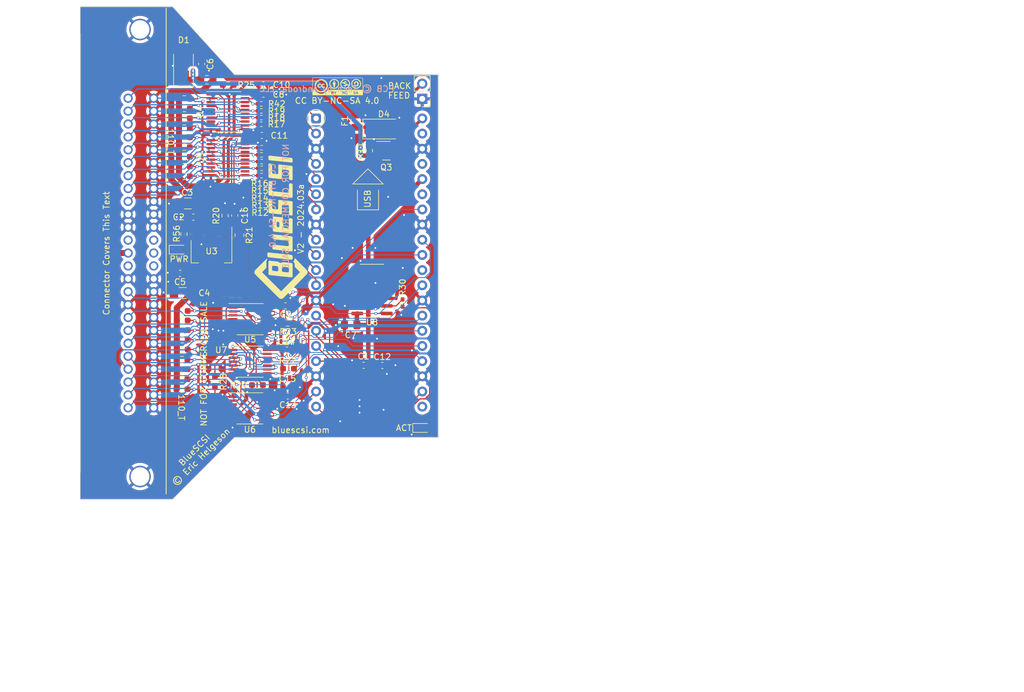
<source format=kicad_pcb>
(kicad_pcb (version 20240108) (generator "pcbnew") (generator_version "8.0")
  (title_block (title "BlueSCSI V2, Centronics 50 Pin, 2024.03a") (date "March 2024") (rev "1") (company "Tech by Androda, LLC"))
  (layers (0 "F.Cu" signal) (31 "B.Cu" signal) (34 "B.Paste" user) (35 "F.Paste" user) (36 "B.SilkS" user "B.Silkscreen") (37 "F.SilkS" user "F.Silkscreen") (38 "B.Mask" user) (39 "F.Mask" user) (44 "Edge.Cuts" user))
  (net 0 "")
  (net 1 "GND")
  (net 2 "+2V8")
  (net 3 "+5V")
  (net 4 "Net-(D2-A)")
  (net 5 "iATN")
  (net 6 "oIO")
  (net 7 "oREQ")
  (net 8 "oSEL")
  (net 9 "oBSY")
  (net 10 "SD_CLK")
  (net 11 "oCD_iSEL")
  (net 12 "ATN")
  (net 13 "BSY")
  (net 14 "DBP")
  (net 15 "ACK")
  (net 16 "RST")
  (net 17 "MSG")
  (net 18 "SEL")
  (net 19 "CD")
  (net 20 "REQ")
  (net 21 "IO")
  (net 22 "DB7")
  (net 23 "DB6")
  (net 24 "DB5")
  (net 25 "DB4")
  (net 26 "DB3")
  (net 27 "DB2")
  (net 28 "DB1")
  (net 29 "DB0")
  (net 30 "+3V3")
  (net 31 "SEL_BUFF")
  (net 32 "BSY_BUFF")
  (net 33 "+5VP")
  (net 34 "oMSG_iBSY")
  (net 35 "+5F")
  (net 36 "SD_CMD_MOSI")
  (net 37 "DB4T")
  (net 38 "DB5T")
  (net 39 "DB6T")
  (net 40 "DB7T")
  (net 41 "DBPT")
  (net 42 "DB0T")
  (net 43 "DB1T")
  (net 44 "DB3T")
  (net 45 "DB2T")
  (net 46 "SD_D0_MISO")
  (net 47 "Net-(D3-A)")
  (net 48 "DBPTr")
  (net 49 "SD_D1")
  (net 50 "SD_D2")
  (net 51 "SD_D3_CS")
  (net 52 "iRST")
  (net 53 "Net-(D4-K)")
  (net 54 "iACK")
  (net 55 "Net-(J2-Pin_2)")
  (net 56 "SERIAL_OUT")
  (net 57 "Net-(R30-Pad1)")
  (net 63 "Net-(RP1-G8)")
  (net 69 "Net-(RP1-G7)")
  (net 70 "Net-(RP1-G6)")
  (net 71 "Net-(RP1-G5)")
  (net 72 "Net-(RP1-G4)")
  (net 73 "Net-(RP1-G3)")
  (net 74 "Net-(RP1-G2)")
  (net 75 "Net-(RP1-G1)")
  (net 76 "Net-(RP1-G0)")
  (net 96 "Net-(D4-A)")
  (net 97 "Net-(U3-ADJ)")
  (footprint "Capacitor_SMD:C_1206_3216Metric_Pad1.42x1.75mm_HandSolder" (layer "F.Cu") (at 107.51 92.64 180)
    (property "Reference" "C3")
    (property "Value" "20uF")
  )
  (footprint "Capacitor_SMD:C_1206_3216Metric_Pad1.42x1.75mm_HandSolder" (layer "F.Cu") (at 106.6725 107.64 180)
    (property "Reference" "C4")
    (property "Value" "47uF")
  )
  (footprint "Package_TO_SOT_SMD:SOT-223-3_TabPin2" (layer "F.Cu") (at 111.4692 100.686 -90)
    (property "Reference" "U3")
    (property "Value" "AP1117-ADJ")
  )
  (footprint "CustomFootprints:BluePillModule" (layer "F.Cu") (at 136.6072 75.866)
    (property "Reference" "RP1" (hide yes))
    (property "Value" "Pico_Footprint")
  )
  (footprint "Capacitor_SMD:C_0603_1608Metric" (layer "F.Cu") (at 108.42898 94.94388 180)
    (property "Reference" "C2")
    (property "Value" "0.1uF")
  )
  (footprint "Capacitor_SMD:C_0603_1608Metric" (layer "F.Cu") (at 106.205 104.35 180)
    (property "Reference" "C5")
    (property "Value" "0.1uF")
  )
  (footprint "Capacitor_SMD:C_0603_1608Metric" (layer "F.Cu") (at 109.8296 69.3002 -90)
    (property "Reference" "C6")
    (property "Value" "4.7uF")
  )
  (footprint "Capacitor_SMD:C_0603_1608Metric" (layer "F.Cu") (at 140.0706 119.7638)
    (property "Reference" "C12")
    (property "Value" "4.7uF")
  )
  (footprint "Diode_SMD:D_SMA" (layer "F.Cu") (at 106.78 69.65 90)
    (property "Reference" "D1")
    (property "Value" "D")
  )
  (footprint "Resistor_SMD:R_0402_1005Metric_Pad0.72x0.64mm_HandSolder" (layer "F.Cu") (at 119.8125 75.98 180)
    (property "Reference" "R42")
    (property "Value" "1k")
  )
  (footprint "Resistor_SMD:R_0603_1608Metric_Pad0.98x0.95mm_HandSolder" (layer "F.Cu") (at 106.934 80.01 180)
    (property "Reference" "R39" (hide yes))
    (property "Value" "110")
  )
  (footprint "Library:cc_by_nc_sa_front_silk_screen" (layer "F.Cu") (at 132.6 73.04)
    (property "Reference" "G***" (hide yes))
    (property "Value" "LOGO" (hide yes))
  )
  (footprint "Resistor_SMD:R_0402_1005Metric_Pad0.72x0.64mm_HandSolder" (layer "F.Cu") (at 119.8625 83.32 180)
    (property "Reference" "R16")
    (property "Value" "1k")
  )
  (footprint "Resistor_SMD:R_0603_1608Metric_Pad0.98x0.95mm_HandSolder" (layer "F.Cu") (at 106.5784 113.8428 180)
    (property "Reference" "R4" (hide yes))
    (property "Value" "110")
  )
  (footprint "Resistor_SMD:R_0603_1608Metric_Pad0.98x0.95mm_HandSolder" (layer "F.Cu") (at 106.9359 84.836 180)
    (property "Reference" "R33" (hide yes))
    (property "Value" "110")
  )
  (footprint "LED_SMD:LED_0603_1608Metric_Pad1.05x0.95mm_HandSolder" (layer "F.Cu") (at 146.8294 130.2286)
    (property "Reference" "D2" (hide yes))
    (property "Value" "LED")
  )
  (footprint "Resistor_SMD:R_0603_1608Metric_Pad0.98x0.95mm_HandSolder" (layer "F.Cu") (at 106.934 75.1332 180)
    (property "Reference" "R36" (hide yes))
    (property "Value" "110")
  )
  (footprint "Capacitor_SMD:C_0805_2012Metric_Pad1.18x1.45mm_HandSolder" (layer "F.Cu") (at 134.7784 113.0008 180)
    (property "Reference" "C7")
    (property "Value" "4.7uF")
  )
  (footprint "Resistor_SMD:R_0603_1608Metric_Pad0.98x0.95mm_HandSolder" (layer "F.Cu") (at 106.86318 97.78868 -90)
    (property "Reference" "R56")
    (property "Value" "4.7k")
  )
  (footprint "Resistor_SMD:R_0603_1608Metric_Pad0.98x0.95mm_HandSolder" (layer "F.Cu") (at 106.5784 115.4684 180)
    (property "Reference" "R5" (hide yes))
    (property "Value" "110")
  )
  (footprint "Resistor_SMD:R_0603_1608Metric_Pad0.98x0.95mm_HandSolder" (layer "F.Cu") (at 106.9359 88.0872 180)
    (property "Reference" "R35" (hide yes))
    (property "Value" "110")
  )
  (footprint "Diode_SMD:D_SMA" (layer "F.Cu") (at 140.326 80.1828)
    (property "Reference" "D4")
    (property "Value" "D")
  )
  (footprint "Resistor_SMD:R_0603_1608Metric_Pad0.98x0.95mm_HandSolder" (layer "F.Cu") (at 106.9359 83.2104 180)
    (property "Reference" "R1" (hide yes))
    (property "Value" "110")
  )
  (footprint "Capacitor_SMD:C_0603_1608Metric" (layer "F.Cu") (at 120.1675 74.35)
    (property "Reference" "C8")
    (property "Value" "0.1uF")
  )
  (footprint "Resistor_SMD:R_0603_1608Metric_Pad0.98x0.95mm_HandSolder" (layer "F.Cu") (at 106.934 78.3844 180)
    (property "Reference" "R38" (hide yes))
    (property "Value" "110")
  )
  (footprint "Resistor_SMD:R_0603_1608Metric" (layer "F.Cu") (at 113.75 94.675 -90)
    (property "Reference" "R20")
    (property "Value" "154")
  )
  (footprint "Resistor_SMD:R_0402_1005Metric_Pad0.72x0.64mm_HandSolder" (layer "F.Cu") (at 119.8125 79.3836 180)
    (property "Reference" "R17")
    (property "Value" "1k")
  )
  (footprint "Resistor_SMD:R_0603_1608Metric_Pad0.98x0.95mm_HandSolder" (layer "F.Cu") (at 106.5257 118.7704 180)
    (property "Reference" "R9" (hide yes))
    (property "Value" "110")
  )
  (footprint "Resistor_SMD:R_0402_1005Metric_Pad0.72x0.64mm_HandSolder" (layer "F.Cu") (at 119.8746 86.7744 180)
    (property "Reference" "R13")
    (property "Value" "1k")
  )
  (footprint "LED_SMD:LED_0603_1608Metric_Pad1.05x0.95mm_HandSolder" (layer "F.Cu") (at 106.05038 100.37948)
    (property "Reference" "D3" (hide yes))
    (property "Value" "LED")
  )
  (footprint "Resistor_SMD:R_0603_1608Metric_Pad0.98x0.95mm_HandSolder" (layer "F.Cu") (at 106.934 81.5848 180)
    (property "Reference" "R40" (hide yes))
    (property "Value" "110")
  )
  (footprint "Package_SO:TSSOP-20_4.4x6.5mm_P0.65mm" (layer "F.Cu") (at 114.23 77.3)
    (property "Reference" "U4")
    (property "Value" "LVTH245")
  )
  (footprint "Resistor_SMD:R_0402_1005Metric_Pad0.72x0.64mm_HandSolder" (layer "F.Cu") (at 119.8125 78.266 180)
    (property "Reference" "R18")
    (property "Value" "1k")
  )
  (footprint "Capacitor_SMD:C_0603_1608Metric" (layer "F.Cu") (at 124.2233 123.3552)
    (property "Reference" "C15")
    (property "Value" "4.7uF")
  )
  (footprint "Capacitor_SMD:C_0603_1608Metric" (layer "F.Cu") (at 124.0968 117.2016 180)
    (property "Reference" "C14")
    (property "Value" "0.1uF")
  )
  (footprint "Connector_PinHeader_2.54mm:PinHeader_1x02_P2.54mm_Vertical" (layer "F.Cu") (at 146.756 75.1328 180)
    (property "Reference" "J2" (hide yes))
    (property "Value" "TRM_BCKF")
  )
  (footprint "Package_SO:SOIC-14_3.9x8.7mm_P1.27mm" (layer "F.Cu") (at 138.3486 107.2604 180)
    (property "Reference" "U8")
    (property "Value" "74HC14")
  )
  (footprint "Resistor_SMD:R_0603_1608Metric_Pad0.98x0.95mm_HandSolder" (layer "F.Cu") (at 106.5765 112.2172 180)
    (property "Reference" "R3" (hide yes))
    (property "Value" "110")
  )
  (footprint "Resistor_SMD:R_0402_1005Metric_Pad0.72x0.64mm_HandSolder" (layer "F.Cu") (at 119.8492 84.5138 180)
    (property "Reference" "R15")
    (property "Value" "1k")
  )
  (footprint "Capacitor_SMD:C_0603_1608Metric" (layer "F.Cu") (at 136.951 119.7428 180)
    (property "Reference" "C1")
    (property "Value" "0.1uF")
  )
  (footprint "Resistor_SMD:R_0603_1608Metric_Pad0.98x0.95mm_HandSolder" (layer "F.Cu") (at 106.5276 122.0724 180)
    (property "Reference" "R7" (hide yes))
    (property "Value" "110")
  )
  (footprint "Resistor_SMD:R_0603_1608Metric_Pad0.98x0.95mm_HandSolder" (layer "F.Cu") (at 106.5257 120.396 180)
    (property "Reference" "R8" (hide yes))
    (property "Value" "110")
  )
  (footprint "Resistor_SMD:R_0402_1005Metric_Pad0.72x0.64mm_HandSolder" (layer "F.Cu") (at 143.4652 109.3151 -90)
    (property "Reference" "R30")
    (property "Value" "470")
  )
  (footprint "Resistor_SMD:R_0603_1608Metric_Pad0.98x0.95mm_HandSolder" (layer "F.Cu") (at 106.5784 110.6424 180)
    (property "Reference" "R2" (hide yes))
    (property "Value" "110")
  )
  (footprint "Library:TF-06_MicroSD" (layer "F.Cu") (at 138.0804 129.5268 180)
    (property "Reference" "SD2" (hide yes))
    (property "Value" "MicroSD-TF-06")
  )
  (footprint "Resistor_SMD:R_0402_1005Metric_Pad0.72x0.64mm_HandSolder" (layer "F.Cu") (at 119.8613 87.9682 180)
    (property "Reference" "R12")
    (property "Value" "1k")
  )
  (footprint "Resistor_SMD:R_0402_1005Metric_Pad0.72x0.64mm_HandSolder" (layer "F.Cu") (at 119.8125 77.1484 180)
    (property "Reference" "R19")
    (property "Value" "1k")
  )
  (footprint "Capacitor_SMD:C_0603_1608Metric" (layer "F.Cu") (at 120.155 72.79)
    (property "Reference" "C10")
    (property "Value" "4.7uF")
  )
  (footprint "Capacitor_SMD:C_0603_1608Metric" (layer "F.Cu") (at 123.8643 109.7848 180)
    (property "Reference" "C9")
    (property "Value" "0.1uF")
  )
  (footprint "Resistor_SMD:R_0603_1608Metric_Pad0.98x0.95mm_HandSolder" (layer "F.Cu") (at 106.5765 117.094 180)
    (property "Reference" "R10" (hide yes))
    (property "Value" "110")
  )
  (footprint "Resistor_SMD:R_0603_1608Metric_Pad0.98x0.95mm_HandSolder" (layer "F.Cu") (at 106.9359 86.4616 180)
    (property "Reference" "R34" (hide yes))
    (property "Value" "110")
  )
  (footprint "Package_TO_SOT_SMD:SOT-23" (layer "F.Cu") (at 140.7735 83.8128)
    (property "Reference" "Q3")
    (property "Value" "AO3401A")
  )
  (footprint "Package_SO:TSSOP-14_4.4x5mm_P0.65mm" (layer "F.Cu") (at 117.95 119.132)
    (property "Reference" "U7")
    (property "Value" "LVT125")
  )
  (footprint "Resistor_SMD:R_0603_1608Metric_Pad0.98x0.95mm_HandSolder" (layer "F.Cu") (at 106.934 76.7588 180)
    (property "Reference" "R37" (hide yes))
    (property "Value" "110")
  )
  (footprint "Fuse:Fuse_0805_2012Metric_Pad1.15x1.40mm_HandSolder" (layer "F.Cu") (at 110.7 71.93 180)
    (property "Reference" "F2" (hide yes))
    (property "Value" "Polyfuse")
  )
  (footprint "Resistor_SMD:R_0603_1608Metric_Pad0.98x0.95mm_HandSolder" (layer "F.Cu") (at 124.3675 120.31 180)
    (property "Reference" "R22")
    (property "Value" "4.7k")
  )
  (footprint "Resistor_SMD:R_0603_1608Metric_Pad0.98x0.95mm_HandSolder" (layer "F.Cu") (at 124.23 112.67 180)
    (property "Reference" "R23")
    (property "Value" "4.7k")
  )
  (footprint "Resistor_SMD:R_0603_1608Metric_Pad0.98x0.95mm_HandSolder" (layer "F.Cu") (at 114.2775 72.81)
    (property "Reference" "R25")
    (property "Value" "4.7k")
  )
  (footprint "Package_SO:TSSOP-14_4.4x5mm_P0.65mm" (layer "F.Cu") (at 117.95 112.02)
    (property "Reference" "U5")
    (property "Value" "LVT125")
  )
  (footprint "Resistor_SMD:R_0402_1005Metric_Pad0.72x0.64mm_HandSolder" (layer "F.Cu") (at 119.8613 85.6314 180)
    (property "Reference" "R14")
    (property "Value" "1k")
  )
  (footprint "Package_SO:TSSOP-20_4.4x6.5mm_P0.65mm" (layer "F.Cu") (at 114.23 84.99)
    (property "Reference" "U9")
    (property "Value" "LVTH245")
  )
  (footprint "Library:Centronics50Male" (layer "F.Cu") (at 84.6418 100.9444 90)
    (property "Reference" "U10" (hide yes))
    (property "Value" "Centronics50PinMale")
  )
  (footprint "Package_SO:TSSOP-14_4.4x5mm_P0.65mm" (layer "F.Cu") (at 117.8992 126.9552)
    (property "Reference" "U6")
    (property "Value" "LVT125")
  )
  (footprint "Resistor_SMD:R_0603_1608Metric_Pad0.98x0.95mm_HandSolder" (layer "F.Cu") (at 106.5276 123.7488 180)
    (property "Reference" "R6" (hide yes))
    (property "Value" "110")
  )
  (footprint "Capacitor_SMD:C_0603_1608Metric" (layer "F.Cu") (at 119.905 81.25)
    (property "Reference" "C11")
    (property "Value" "0.1uF")
  )
  (footprint "Resistor_SMD:R_0603_1608Metric" (layer "F.Cu") (at 137.8935 83.8078 -90)
    (property "Reference" "R11")
    (property "Value" "10k")
  )
  (footprint "Capacitor_SMD:C_0603_1608Metric" (layer "F.Cu") (at 124.235 124.88 180)
    (property "Reference" "C13")
    (property "Value" "0.1uF")
  )
  (footprint "Resistor_SMD:R_0805_2012Metric" (layer "F.Cu") (at 116.16 97.96 -90)
    (property "Reference" "R21")
    (property "Value" "120")
  )
  (footprint "Resistor_SMD:R_0603_1608Metric_Pad0.98x0.95mm_HandSolder" (layer "F.Cu") (at 119.1692 123.0436)
    (property "Reference" "R29")
    (property "Value" "1k")
  )
  (footprint "Fuse:Fuse_0805_2012Metric_Pad1.15x1.40mm_HandSolder" (layer "F.Cu") (at 135.5635 78.8628 -90)
    (property "Reference" "F1")
    (property "Value" "Polyfuse")
  )
  (footprint "Capacitor_SMD:C_0603_1608Metric" (layer "F.Cu") (at 115.36 94.67 90)
    (property "Reference" "C16")
    (property "Value" "10uF")
  )
  (footprint "Resistor_SMD:R_0603_1608Metric_Pad0.98x0.95mm_HandSolder" (layer "F.Cu") (at 112.05 122.4925 -90)
    (property "Reference" "R28")
    (property "Value" "1k")
  )
  (gr_poly (pts (xy 123.019119 102.227311) (xy 123.019224 102.227039) (xy 123.019404 102.226776) (xy 123.019659 102.226519) (xy 123.019988 102.226269) (xy 123.02039 102.226024) (xy 123.020864 102.225781) (xy 123.02141 102.22554) (xy 123.022026 102.225299) (xy 123.022713 102.225058) (xy 123.024293 102.224565) (xy 123.026144 102.22405) (xy 123.027704 102.22381) (xy 123.029461 102.22362) (xy 123.033497 102.223389) (xy 123.038113 102.223356) (xy 123.043166 102.223521) (xy 123.048517 102.223885) (xy 123.054025 102.224447) (xy 123.059549 102.225208) (xy 123.06495 102.226167) (xy 123.091056 102.231811) (xy 123.0713 102.238162) (xy 123.06857 102.239145) (xy 123.065928 102.239981) (xy 123.063365 102.240667) (xy 123.060871 102.241204) (xy 123.058434 102.241593) (xy 123.056045 102.241832) (xy 123.053693 102.241923) (xy 123.051368 102.241865) (xy 123.049059 102.241659) (xy 123.046757 102.241303) (xy 123.044451 102.240799) (xy 123.04213 102.240145) (xy 123.039784 102.239343) (xy 123.037403 102.238392) (xy 123.034977 102.237293) (xy 123.032494 102.236044) (xy 123.029633 102.234662) (xy 123.027128 102.233416) (xy 123.024975 102.232297) (xy 123.023168 102.231293) (xy 123.022391 102.23083) (xy 123.021699 102.230392) (xy 123.02109 102.229977) (xy 123.020563 102.229583) (xy 123.020118 102.229209) (xy 123.019754 102.228855) (xy 123.01947 102.228517) (xy 123.019265 102.228195) (xy 123.019139 102.227888) (xy 123.01909 102.227594)) (stroke (width 0.004)) (fill solid) (layer "F.SilkS"))
  (gr_line (start 103.886 141.2748) (end 103.886 59.944) (stroke (width 0.15)) (layer "F.SilkS"))
  (gr_poly (pts (xy 121.023072 86.06189) (xy 121.026861 86.05414) (xy 121.030828 86.046758) (xy 121.034984 86.039728) (xy 121.039344 86.033039) (xy 121.043918 86.026676) (xy 121.04872 86.020627) (xy 121.053762 86.014877) (xy 121.059055 86.009414) (xy 121.064614 86.004223) (xy 121.070449 85.999292) (xy 121.076574 85.994607) (xy 121.083 85.990154) (xy 121.089741 85.98592) (xy 121.096808 85.981892) (xy 121.104215 85.978057) (xy 121.111972 85.9744) (xy 121.119376 85.971175) (xy 121.126884 85.968378) (xy 121.134667 85.966007) (xy 121.142895 85.964059) (xy 121.15174 85.962533) (xy 121.161371 85.961427) (xy 121.171959 85.960738) (xy 121.183674 85.960465) (xy 121.196688 85.960605) (xy 121.21117 85.961157) (xy 121.245223 85.963486) (xy 121.287196 85.967435) (xy 121.338455 85.972989) (xy 121.361489 85.975712) (xy 121.382298 85.978367) (xy 121.40107 85.981021) (xy 121.417996 85.983738) (xy 121.433264 85.986582) (xy 121.447063 85.98962) (xy 121.459582 85.992917) (xy 121.465421 85.994682) (xy 121.471012 85.996537) (xy 121.476376 85.998488) (xy 121.48154 86.000545) (xy 121.486525 86.002716) (xy 121.491356 86.005007) (xy 121.496056 86.007429) (xy 121.500649 86.009988) (xy 121.505158 86.012694) (xy 121.509608 86.015553) (xy 121.518422 86.021767) (xy 121.527281 86.028695) (xy 121.536374 86.036402) (xy 121.545889 86.044954) (xy 121.54911 86.048034) (xy 121.552411 86.051433) (xy 121.555772 86.055124) (xy 121.559173 86.059078) (xy 121.562595 86.063267) (xy 121.566018 86.067664) (xy 121.569422 86.072241) (xy 121.572788 86.07697) (xy 121.576096 86.081823) (xy 121.579327 86.086772) (xy 121.58246 86.091789) (xy 121.585477 86.096847) (xy 121.588357 86.101917) (xy 121.591081 86.106971) (xy 121.59363 86.111982) (xy 121.595983 86.116922) (xy 121.616444 86.160667) (xy 121.619972 86.830945) (xy 121.621192 87.042976) (xy 121.62232 87.20534) (xy 121.622905 87.27007) (xy 121.623532 87.324991) (xy 121.624222 87.370972) (xy 121.624999 87.408882) (xy 121.625883 87.43959) (xy 121.626897 87.463966) (xy 121.627458 87.474051) (xy 121.628061 87.482879) (xy 121.628706 87.490558) (xy 121.629398 87.497197) (xy 121.630138 87.502906) (xy 121.630929 87.507791) (xy 121.631774 87.511963) (xy 121.632676 87.51553) (xy 121.633637 87.5186) (xy 121.634661 87.521281) (xy 121.635749 87.523684) (xy 121.636905 87.525916) (xy 121.6419 87.535003) (xy 121.647094 87.543745) (xy 121.652492 87.552144) (xy 121.658094 87.560202) (xy 121.663903 87.567921) (xy 121.66992 87.575303) (xy 121.676149 87.58235) (xy 121.68259 87.589064) (xy 121.689246 87.595447) (xy 121.69612 87.601502) (xy 121.703212 87.60723) (xy 121.710526 87.612634) (xy 121.718063 87.617714) (xy 121.725825 87.622475) (xy 121.733814 87.626917) (xy 121.742033 87.631043) (xy 121.757163 87.638159) (xy 121.773508 87.644052) (xy 121.795128 87.649349) (xy 121.826082 87.654679) (xy 121.870432 87.660671) (xy 121.932236 87.667953) (xy 122.124445 87.688899) (xy 122.262336 87.70279) (xy 122.376681 87.713241) (xy 122.422128 87.716929) (xy 122.458216 87.719459) (xy 122.483787 87.720733) (xy 122.492267 87.720867) (xy 122.497683 87.72065) (xy 122.505431 87.719596) (xy 122.513299 87.718038) (xy 122.521241 87.716004) (xy 122.529213 87.713517) (xy 122.537167 87.710605) (xy 122.54506 87.707292) (xy 122.552845 87.703606) (xy 122.560478 87.699571) (xy 122.567911 87.695214) (xy 122.575101 87.69056) (xy 122.582002 87.685635) (xy 122.588567 87.680466) (xy 122.594753 87.675077) (xy 122.600512 87.669495) (xy 122.6058 87.663746) (xy 122.610572 87.657854) (xy 122.624019 87.639992) (xy 122.629414 87.630808) (xy 122.63401 87.619732) (xy 122.637869 87.605474) (xy 122.641057 87.58674) (xy 122.645673 87.530679) (xy 122.648372 87.441214) (xy 122.649664 87.30801) (xy 122.650083 86.869043) (xy 122.650162 86.662704) (xy 122.650447 86.500104) (xy 122.651013 86.3761) (xy 122.651935 86.28555) (xy 122.652553 86.251212) (xy 122.653287 86.22331) (xy 122.654148 86.201199) (xy 122.655143 86.184237) (xy 122.656284 86.171781) (xy 122.657579 86.163189) (xy 122.658286 86.16014) (xy 122.659036 86.157817) (xy 122.659829 86.156138) (xy 122.660667 86.155022) (xy 122.663689 86.152404) (xy 122.667677 86.149849) (xy 122.672556 86.147373) (xy 122.67825 86.14499) (xy 122.684685 86.142715) (xy 122.691784 86.140561) (xy 122.699472 86.138544) (xy 122.707674 86.136678) (xy 122.716314 86.134977) (xy 122.725317 86.133456) (xy 122.734607 86.132129) (xy 122.744109 86.131011) (xy 122.753748 86.130116) (xy 122.763447 86.129459) (xy 122.773132 86.129055) (xy 122.782728 86.128917) (xy 123.113633 86.160755) (xy 123.853055 86.237571) (xy 124.396476 86.294877) (xy 124.579225 86.31469) (xy 124.713216 86.329824) (xy 124.806361 86.341188) (xy 124.84009 86.34574) (xy 124.866575 86.34969) (xy 124.886805 86.353153) (xy 124.901769 86.356241) (xy 124.912456 86.35907) (xy 124.919855 86.361751) (xy 124.92914 86.366116) (xy 124.938438 86.371235) (xy 124.947697 86.377052) (xy 124.956864 86.383513) (xy 124.965886 86.39056) (xy 124.974711 86.398139) (xy 124.983285 86.406193) (xy 124.991557 86.414667) (xy 124.999474 86.423505) (xy 125.006982 86.43265) (xy 125.014029 86.442048) (xy 125.020562 86.451642) (xy 125.026529 86.461377) (xy 125.031877 86.471197) (xy 125.036554 86.481045) (xy 125.040505 86.490867) (xy 125.056028 86.531788) (xy 125.056028 87.567544) (xy 125.056097 87.948366) (xy 125.056037 88.099844) (xy 125.055785 88.228099) (xy 125.055244 88.335179) (xy 125.054316 88.423133) (xy 125.053677 88.460577) (xy 125.052905 88.494008) (xy 125.051987 88.523682) (xy 125.050913 88.549854) (xy 125.049668 88.572781) (xy 125.048242 88.592719) (xy 125.046623 88.609924) (xy 125.044797 88.624651) (xy 125.042753 88.637158) (xy 125.040479 88.647699) (xy 125.037963 88.656532) (xy 125.03661 88.660387) (xy 125.035192 88.663911) (xy 125.033707 88.667136) (xy 125.032155 88.670094) (xy 125.028838 88.675336) (xy 125.025231 88.679893) (xy 125.021321 88.684022) (xy 125.002406 88.701371) (xy 124.998335 88.705358) (xy 124.99431 88.709123) (xy 124.990312 88.712675) (xy 124.986321 88.716023) (xy 124.982318 88.719177) (xy 124.978283 88.722146) (xy 124.974196 88.724939) (xy 124.970038 88.727565) (xy 124.965789 88.730035) (xy 124.961429 88.732357) (xy 124.95694 88.73454) (xy 124.9523 88.736595) (xy 124.947491 88.738529) (xy 124.942492 88.740353) (xy 124.937285 88.742075) (xy 124.93185 88.743705) (xy 124.918619 88.747171) (xy 124.906307 88.749603) (xy 124.899934 88.750418) (xy 124.893117 88.75096) (xy 124.885633 88.751223) (xy 124.877257 88.751201) (xy 124.856933 88.750285) (xy 124.830349 88.74817) (xy 124.795712 88.744814) (xy 124.751227 88.740178) (xy 124.716976 88.736505) (xy 124.686636 88.73289) (xy 124.660083 88.729325) (xy 124.637192 88.725802) (xy 124.61784 88.722311) (xy 124.609453 88.720575) (xy 124.601903 88.718845) (xy 124.595177 88.717119) (xy 124.589257 88.715396) (xy 124.584129 88.713675) (xy 124.579778 88.711955) (xy 124.571533 88.707943) (xy 124.563233 88.703342) (xy 124.55492 88.698192) (xy 124.546639 88.69253) (xy 124.538431 88.686398) (xy 124.530342 88.679833) (xy 124.522414 88.672876) (xy 124.51469 88.665565) (xy 124.507215 88.65794) (xy 124.500031 88.65004) (xy 124.493181 88.641904) (xy 124.486711 88.633572) (xy 124.480661 88.625083) (xy 124.475077 88.616476) (xy 124.470002 88.60779) (xy 124.465478 88.599065) (xy 124.445722 88.559556) (xy 124.442194 87.889278) (xy 124.440999 87.668171) (xy 124.440456 87.578565) (xy 124.439912 87.501553) (xy 124.439339 87.436108) (xy 124.438709 87.381203) (xy 124.437994 87.335811) (xy 124.437597 87.316361) (xy 124.437167 87.298904) (xy 124.436702 87.283311) (xy 124.436199 87.269455) (xy 124.435654 87.257206) (xy 124.435063 87.246437) (xy 124.434423 87.237018) (xy 124.43373 87.228822) (xy 124.432981 87.221719) (xy 124.432173 87.215583) (xy 124.431302 87.210283) (xy 124.430364 87.205693) (xy 124.429356 87.201682) (xy 124.428275 87.198124) (xy 124.427116 87.194889) (xy 124.425878 87.191849) (xy 124.423144 87.18584) (xy 124.419125 87.177736) (xy 124.414505 87.169592) (xy 124.40933 87.161449) (xy 124.403642 87.153351) (xy 124.397488 87.14534) (xy 124.390911 87.137458) (xy 124.383955 87.129748) (xy 124.376666 87.122251) (xy 124.369087 87.115011) (xy 124.361263 87.10807) (xy 124.353239 87.101469) (xy 124.345059 87.095252) (xy 124.336767 87.089461) (xy 124.328408 87.084138) (xy 124.320027 87.079326) (xy 124.311667 87.075066) (xy 124.298534 87.069831) (xy 124.280291 87.064935) (xy 124.253748 87.059923) (xy 124.215711 87.05434) (xy 124.092393 87.039645) (xy 123.884805 87.01721) (xy 123.728878 87.001182) (xy 123.593587 86.987931) (xy 123.493487 86.978913) (xy 123.46118 86.976447) (xy 123.443127 86.975584) (xy 123.429018 86.975934) (xy 123.415514 86.976992) (xy 123.408982 86.977792) (xy 123.402593 86.978775) (xy 123.396344 86.979941) (xy 123.390233 86.981295) (xy 123.384255 86.982836) (xy 123.37841 86.984567) (xy 123.372692 86.98649) (xy 123.367101 86.988607) (xy 123.361633 86.990918) (xy 123.356284 86.993427) (xy 123.351053 86.996135) (xy 123.345937 86.999044) (xy 123.340932 87.002155) (xy 123.336036 87.005471) (xy 123.331246 87.008992) (xy 123.326559 87.012722) (xy 123.321972 87.016662) (xy 123.317483 87.020813) (xy 123.313088 87.025177) (xy 123.308785 87.029757) (xy 123.304571 87.034554) (xy 123.300443 87.03957) (xy 123.296398 87.044806) (xy 123.292433 87.050265) (xy 123.284734 87.061857) (xy 123.277322 87.074361) (xy 123.274431 87.085283) (xy 123.272052 87.109617) (xy 123.268503 87.21459) (xy 123.266011 87.421428) (xy 123.263917 87.762278) (xy 123.260389 88.432557) (xy 123.239222 88.47136) (xy 123.234201 88.479955) (xy 123.228682 88.488261) (xy 123.222698 88.496252) (xy 123.216281 88.503904) (xy 123.209462 88.511193) (xy 123.202275 88.518092) (xy 123.194751 88.524579) (xy 123.186923 88.530627) (xy 123.178821 88.536212) (xy 123.170479 88.541309) (xy 123.161927 88.545894) (xy 123.153199 88.549941) (xy 123.144327 88.553426) (xy 123.135341 88.556324) (xy 123.126276 88.55861) (xy 123.117161 88.560259) (xy 123.04773 88.556787) (xy 122.867042 88.540416) (xy 122.127972 88.46501) (xy 121.6475 88.413913) (xy 121.478771 88.395546) (xy 121.350715 88.381138) (xy 121.258079 88.370071) (xy 121.195614 88.361724) (xy 121.174054 88.358377) (xy 121.158069 88.355478) (xy 121.147001 88.352948) (xy 121.140194 88.350711) (xy 121.131857 88.346706) (xy 121.123535 88.342122) (xy 121.115261 88.336989) (xy 121.107066 88.331341) (xy 121.098983 88.325209) (xy 121.091044 88.318626) (xy 121.08328 88.311623) (xy 121.075724 88.304232) (xy 121.068408 88.296486) (xy 121.061364 88.288416) (xy 121.054623 88.280055) (xy 121.048218 88.271435) (xy 121.042182 88.262587) (xy 121.036545 88.253544) (xy 121.03134 88.244338) (xy 121.0266 88.235) (xy 121.006139 88.192667) (xy 121.006139 86.097166)) (stroke (width 0.004)) (fill solid) (layer "F.SilkS"))
  (gr_poly (pts (xy 121.669525 99.845707) (xy 121.669803 99.809943) (xy 121.670276 99.778694) (xy 121.670993 99.751549) (xy 121.672003 99.728102) (xy 121.672632 99.717637) (xy 121.673353 99.707943) (xy 121.674172 99.698969) (xy 121.675094 99.690664) (xy 121.676125 99.682978) (xy 121.677272 99.675858) (xy 121.678541 99.669255) (xy 121.679937 99.663116) (xy 121.681468 99.657391) (xy 121.683138 99.65203) (xy 121.684954 99.64698) (xy 121.686923 99.64219) (xy 121.689049 99.637611) (xy 121.69134 99.633191) (xy 121.693801 99.628878) (xy 121.696438 99.624622) (xy 121.699258 99.620371) (xy 121.702266 99.616076) (xy 121.708872 99.607144) (xy 121.713893 99.601021) (xy 121.719403 99.595099) (xy 121.725364 99.589398) (xy 121.731736 99.583938) (xy 121.738481 99.578739) (xy 121.745558 99.57382) (xy 121.752929 99.5692) (xy 121.760554 99.5649) (xy 121.768394 99.560938) (xy 121.77641 99.557336) (xy 121.784562 99.554111) (xy 121.792811 99.551285) (xy 121.801118 99.548876) (xy 121.809444 99.546904) (xy 121.817749 99.545389) (xy 121.825994 99.54435) (xy 121.922578 99.551097) (xy 122.167395 99.574513) (xy 123.041666 99.665) (xy 123.524289 99.715415) (xy 123.903855 99.753989) (xy 124.155893 99.778407) (xy 124.22644 99.784585) (xy 124.255928 99.786355) (xy 124.267295 99.784851) (xy 124.27837 99.782723) (xy 124.289144 99.779974) (xy 124.299606 99.77661) (xy 124.309745 99.772634) (xy 124.319552 99.76805) (xy 124.329015 99.762862) (xy 124.338125 99.757075) (xy 124.346871 99.750693) (xy 124.355243 99.743719) (xy 124.36323 99.736158) (xy 124.370823 99.728015) (xy 124.37801 99.719293) (xy 124.384782 99.709996) (xy 124.391128 99.700128) (xy 124.397039 99.689695) (xy 124.401265 99.680623) (xy 124.404524 99.668451) (xy 124.406973 99.650342) (xy 124.408769 99.623461) (xy 124.410068 99.584971) (xy 124.411029 99.532036) (xy 124.412561 99.371489) (xy 124.413202 99.277308) (xy 124.413454 99.205154) (xy 124.413396 99.176242) (xy 124.413193 99.151521) (xy 124.412832 99.130554) (xy 124.412296 99.112903) (xy 124.41157 99.098129) (xy 124.410639 99.085794) (xy 124.410091 99.080404) (xy 124.409486 99.07546) (xy 124.408821 99.070907) (xy 124.408096 99.066689) (xy 124.407308 99.062752) (xy 124.406454 99.059042) (xy 124.404545 99.052082) (xy 124.402352 99.045369) (xy 124.399861 99.038467) (xy 124.395949 99.028793) (xy 124.391386 99.019118) (xy 124.386215 99.00949) (xy 124.38048 98.999959) (xy 124.374224 98.990572) (xy 124.367491 98.981379) (xy 124.360323 98.972427) (xy 124.352765 98.963766) (xy 124.34486 98.955444) (xy 124.33665 98.947509) (xy 124.328181 98.940011) (xy 124.319494 98.932997) (xy 124.310633 98.926517) (xy 124.301643 98.920618) (xy 124.292565 98.91535) (xy 124.283444 98.910761) (xy 124.266718 98.90458) (xy 124.235092 98.89783) (xy 124.079715 98.877159) (xy 123.068478 98.768945) (xy 122.434382 98.701762) (xy 122.225441 98.679126) (xy 122.075055 98.662229) (xy 122.018653 98.655565) (xy 121.973089 98.649896) (xy 121.937095 98.645073) (xy 121.909404 98.640952) (xy 121.88875 98.637385) (xy 121.873865 98.634225) (xy 121.863481 98.631325) (xy 121.856333 98.628539) (xy 121.847578 98.624233) (xy 121.839044 98.619521) (xy 121.830738 98.614413) (xy 121.822665 98.608916) (xy 121.814832 98.603039) (xy 121.807245 98.596789) (xy 121.79991 98.590176) (xy 121.792833 98.583207) (xy 121.786021 98.575891) (xy 121.77948 98.568236) (xy 121.773216 98.560251) (xy 121.767235 98.551942) (xy 121.761543 98.54332) (xy 121.756147 98.534391) (xy 121.751053 98.525165) (xy 121.746266 98.51565) (xy 121.725806 98.472612) (xy 121.725806 98.222139) (xy 121.725839 98.140001) (xy 121.725917 98.106563) (xy 121.72607 98.077666) (xy 121.726322 98.052898) (xy 121.726699 98.03185) (xy 121.727224 98.014111) (xy 121.72755 98.006355) (xy 121.727922 97.999272) (xy 121.728344 97.992811) (xy 121.728819 97.986921) (xy 121.72935 97.981551) (xy 121.72994 97.976649) (xy 121.730591 97.972164) (xy 121.731308 97.968044) (xy 121.732093 97.964239) (xy 121.732949 97.960698) (xy 121.73388 97.957368) (xy 121.734888 97.954199) (xy 121.735977 97.951139) (xy 121.737149 97.948137) (xy 121.739758 97.942102) (xy 121.742739 97.935684) (xy 121.748646 97.924079) (xy 121.755235 97.913087) (xy 121.762477 97.902728) (xy 121.770344 97.89302) (xy 121.778805 97.883982) (xy 121.787834 97.875632) (xy 121.797399 97.867989) (xy 121.807473 97.861072) (xy 121.818027 97.854898) (xy 121.829031 97.849488) (xy 121.840457 97.844858) (xy 121.852276 97.841029) (xy 121.864459 97.838018) (xy 121.876976 97.835845) (xy 121.889799 97.834527) (xy 121.9029 97.834084) (xy 123.410672 97.989306) (xy 124.233151 98.076155) (xy 124.495952 98.104375) (xy 124.596804 98.115443) (xy 124.67979 98.124773) (xy 124.746786 98.132581) (xy 124.799666 98.139085) (xy 124.840304 98.144502) (xy 124.870577 98.149048) (xy 124.892358 98.152942) (xy 124.90065 98.154711) (xy 124.907522 98.156399) (xy 124.913209 98.158032) (xy 124.917944 98.159637) (xy 124.9255 98.162873) (xy 124.934504 98.167462) (xy 124.943496 98.172728) (xy 124.952427 98.178623) (xy 124.961252 98.185097) (xy 124.969924 98.192101) (xy 124.978396 98.199583) (xy 124.986622 98.207496) (xy 124.994556 98.215789) (xy 125.002151 98.224413) (xy 125.00936 98.233318) (xy 125.016138 98.242454) (xy 125.022437 98.251772) (xy 125.02821 98.261223) (xy 125.033413 98.270756) (xy 125.037997 98.280323) (xy 125.041916 98.289872) (xy 125.04657 98.305192) (xy 125.050041 98.330673) (xy 125.053999 98.467055) (xy 125.05391 99.466033) (xy 125.053186 99.856057) (xy 125.052804 100.013553) (xy 125.052345 100.148482) (xy 125.051763 100.262674) (xy 125.05141 100.312566) (xy 125.051009 100.35796) (xy 125.050552 100.399087) (xy 125.050036 100.436173) (xy 125.049452 100.469449) (xy 125.048796 100.499143) (xy 125.048061 100.525485) (xy 125.047242 100.548702) (xy 125.046332 100.569025) (xy 125.045326 100.586682) (xy 125.044217 100.601901) (xy 125.043001 100.614913) (xy 125.04235 100.620662) (xy 125.04167 100.625945) (xy 125.04096 100.630791) (xy 125.040219 100.635227) (xy 125.039446 100.639283) (xy 125.038642 100.642988) (xy 125.037804 100.646369) (xy 125.036933 100.649456) (xy 125.036027 100.652277) (xy 125.035086 100.654861) (xy 125.034108 100.657236) (xy 125.033094 100.659431) (xy 125.032043 100.661475) (xy 125.030954 100.663396) (xy 125.028657 100.666983) (xy 125.026198 100.670423) (xy 125.023572 100.673945) (xy 125.016402 100.677986) (xy 124.99029 100.678895) (xy 124.809171 100.664331) (xy 123.4269 100.520839) (xy 122.601753 100.43346) (xy 122.321702 100.403339) (xy 122.115272 100.38061) (xy 121.971416 100.364032) (xy 121.879087 100.352366) (xy 121.848794 100.347987) (xy 121.82724 100.34437) (xy 121.813045 100.341362) (xy 121.804828 100.338806) (xy 121.795947 100.334605) (xy 121.787061 100.329708) (xy 121.778214 100.324162) (xy 121.769451 100.318014) (xy 121.760816 100.311312) (xy 121.752353 100.304104) (xy 121.744108 100.296437) (xy 121.736124 100.288358) (xy 121.728446 100.279916) (xy 121.721119 100.271158) (xy 121.714186 100.262131) (xy 121.707693 100.252882) (xy 121.701683 100.24346) (xy 121.696201 100.233912) (xy 121.691292 100.224286) (xy 121.687 100.214628) (xy 121.68138 100.200331) (xy 121.6771 100.186505) (xy 121.673977 100.169918) (xy 121.67183 100.147336) (xy 121.670477 100.115526) (xy 121.669736 100.071257) (xy 121.669361 99.932406)) (stroke (width 0.004)) (fill solid) (layer "F.SilkS"))
  (gr_poly (pts (xy 121.006492 89.552272) (xy 121.007032 89.367582) (xy 121.007903 89.231244) (xy 121.00917 89.136049) (xy 121.010901 89.074787) (xy 121.011961 89.054628) (xy 121.013161 89.040248) (xy 121.01451 89.030747) (xy 121.016016 89.025223) (xy 121.022027 89.012135) (xy 121.028678 88.999861) (xy 121.035966 88.988406) (xy 121.043886 88.977774) (xy 121.052435 88.967969) (xy 121.061607 88.958994) (xy 121.071401 88.950855) (xy 121.08181 88.943554) (xy 121.09283 88.937098) (xy 121.104459 88.931488) (xy 121.116691 88.92673) (xy 121.129523 88.922829) (xy 121.14295 88.919786) (xy 121.156968 88.917608) (xy 121.171573 88.916299) (xy 121.186761 88.915861) (xy 121.217605 88.916735) (xy 121.255321 88.919146) (xy 121.297055 88.922782) (xy 121.339955 88.927326) (xy 121.381168 88.932466) (xy 121.417841 88.937887) (xy 121.447123 88.943275) (xy 121.458101 88.945859) (xy 121.466161 88.948316) (xy 121.47717 88.952495) (xy 121.487956 88.957343) (xy 121.498494 88.96283) (xy 121.508759 88.968932) (xy 121.518726 88.975621) (xy 121.528371 88.98287) (xy 121.537669 88.990652) (xy 121.546594 88.99894) (xy 121.555123 89.007708) (xy 121.56323 89.016929) (xy 121.57089 89.026576) (xy 121.57808 89.036621) (xy 121.584773 89.047039) (xy 121.590945 89.057802) (xy 121.596571 89.068883) (xy 121.601627 89.080256) (xy 121.606525 89.093871) (xy 121.610249 89.112579) (xy 121.613013 89.14445) (xy 121.615033 89.197554) (xy 121.617701 89.39974) (xy 121.619972 89.783694) (xy 121.6235 90.450445) (xy 121.639728 90.483605) (xy 121.644527 90.492532) (xy 121.65014 90.50154) (xy 121.656489 90.510563) (xy 121.663496 90.519533) (xy 121.671081 90.528384) (xy 121.679167 90.537047) (xy 121.687674 90.545456) (xy 121.696525 90.553543) (xy 121.70564 90.561242) (xy 121.714941 90.568486) (xy 121.724349 90.575206) (xy 121.733787 90.581336) (xy 121.743175 90.586809) (xy 121.752435 90.591557) (xy 121.761488 90.595514) (xy 121.770255 90.598611) (xy 122.167781 90.645013) (xy 123.008417 90.735401) (xy 124.269333 90.863195) (xy 124.278595 90.863005) (xy 124.287602 90.862432) (xy 124.296363 90.861474) (xy 124.304887 90.86013) (xy 124.313183 90.858398) (xy 124.321262 90.856274) (xy 124.329131 90.853758) (xy 124.336802 90.850848) (xy 124.344282 90.84754) (xy 124.351581 90.843833) (xy 124.358709 90.839726) (xy 124.365674 90.835215) (xy 124.372487 90.830299) (xy 124.379156 90.824976) (xy 124.38569 90.819244) (xy 124.3921 90.8131) (xy 124.408258 90.79759) (xy 124.4147 90.789962) (xy 124.420167 90.7807) (xy 124.424751 90.768515) (xy 124.428538 90.752118) (xy 124.43408 90.701534) (xy 124.437506 90.618638) (xy 124.439526 90.49312) (xy 124.442194 90.072973) (xy 124.445722 89.406222) (xy 124.464772 89.369534) (xy 124.471011 89.358713) (xy 124.477808 89.348486) (xy 124.485143 89.338866) (xy 124.492994 89.329868) (xy 124.501342 89.321507) (xy 124.510164 89.313798) (xy 124.519442 89.306753) (xy 124.529154 89.300389) (xy 124.539279 89.29472) (xy 124.549797 89.289759) (xy 124.560687 89.285522) (xy 124.571928 89.282023) (xy 124.5835 89.279276) (xy 124.595382 89.277296) (xy 124.607554 89.276098) (xy 124.619994 89.275695) (xy 124.648704 89.276628) (xy 124.685633 89.27919) (xy 124.727622 89.283025) (xy 124.771512 89.287777) (xy 124.814146 89.293092) (xy 124.852365 89.298614) (xy 124.883009 89.303987) (xy 124.894505 89.306506) (xy 124.902922 89.308855) (xy 124.91227 89.31206) (xy 124.921513 89.315839) (xy 124.930631 89.320173) (xy 124.9396 89.325039) (xy 124.9484 89.330418) (xy 124.957009 89.336289) (xy 124.965405 89.342632) (xy 124.973566 89.349425) (xy 124.981471 89.356648) (xy 124.989098 89.36428) (xy 124.996425 89.372301) (xy 125.003431 89.380689) (xy 125.010093 89.389425) (xy 125.016391 89.398488) (xy 125.022303 89.407856) (xy 125.027806 89.41751) (xy 125.0525 89.462667) (xy 125.054617 90.509711) (xy 125.055337 90.891956) (xy 125.055524 91.044546) (xy 125.055488 91.174113) (xy 125.05515 91.282659) (xy 125.054431 91.372183) (xy 125.053903 91.410436) (xy 125.05325 91.444684) (xy 125.052463 91.475177) (xy 125.05153 91.502163) (xy 125.050442 91.525895) (xy 125.049189 91.54662) (xy 125.047761 91.56459) (xy 125.046149 91.580054) (xy 125.044341 91.593263) (xy 125.042329 91.604465) (xy 125.041243 91.609393) (xy 125.040102 91.613913) (xy 125.038905 91.618056) (xy 125.03765 91.621854) (xy 125.036337 91.625338) (xy 125.034964 91.62854) (xy 125.03353 91.63149) (xy 125.032033 91.634219) (xy 125.028848 91.639144) (xy 125.025398 91.643562) (xy 125.021674 91.647725) (xy 125.017665 91.651881) (xy 125.008755 91.661177) (xy 125.00299 91.667421) (xy 124.997326 91.673195) (xy 124.991749 91.678508) (xy 124.986244 91.68337) (xy 124.980797 91.687788) (xy 124.975393 91.691774) (xy 124.970018 91.695336) (xy 124.964658 91.698484) (xy 124.959298 91.701227) (xy 124.953923 91.703573) (xy 124.948519 91.705533) (xy 124.943072 91.707116) (xy 124.937568 91.708331) (xy 124.93199 91.709187) (xy 124.926326 91.709694) (xy 124.920561 91.709861) (xy 121.182528 91.317571) (xy 121.175918 91.316301) (xy 121.169325 91.314744) (xy 121.156215 91.310796) (xy 121.143259 91.305779) (xy 121.130515 91.299745) (xy 121.118044 91.292749) (xy 121.105906 91.284842) (xy 121.094161 91.276077) (xy 121.082868 91.266507) (xy 121.072088 91.256185) (xy 121.06188 91.245163) (xy 121.052305 91.233494) (xy 121.043423 91.22123) (xy 121.035293 91.208425) (xy 121.027975 91.195131) (xy 121.02153 91.181401) (xy 121.016016 91.167288) (xy 121.013393 91.149684) (xy 121.011298 91.108871) (xy 121.008432 90.937542) (xy 121.006139 90.09555)) (stroke (width 0.004)) (fill solid) (layer "F.SilkS"))
  (gr_poly (pts (xy 118.652758 104.14272) (xy 118.654337 104.108646) (xy 118.65719 104.076167) (xy 118.659078 104.061035) (xy 118.661266 104.046912) (xy 118.663748 104.034003) (xy 118.666517 104.022511) (xy 118.669897 104.011069) (xy 118.673918 103.999037) (xy 118.678524 103.986518) (xy 118.683659 103.973619) (xy 118.68927 103.960442) (xy 118.695302 103.947093) (xy 118.7017 103.933675) (xy 118.708409 103.920294) (xy 118.715374 103.907053) (xy 118.72254 103.894057) (xy 118.729854 103.881411) (xy 118.737259 103.869218) (xy 118.744702 103.857583) (xy 118.752127 103.846611) (xy 118.75948 103.836406) (xy 118.766705 103.827072) (xy 118.842497 103.749152) (xy 119.023263 103.56831) (xy 119.5915 103.005806) (xy 120.197837 102.408465) (xy 120.545411 102.064595) (xy 120.57343 102.036846) (xy 120.598112 102.012467) (xy 120.619695 101.991258) (xy 120.638412 101.973015) (xy 120.64677 101.964944) (xy 120.6545 101.957539) (xy 120.661631 101.950775) (xy 120.668194 101.944626) (xy 120.674217 101.939069) (xy 120.67973 101.934077) (xy 120.684763 101.929625) (xy 120.689344 101.925688) (xy 120.693504 101.922241) (xy 120.697271 101.919259) (xy 120.700676 101.916716) (xy 120.703747 101.914588) (xy 120.706515 101.912849) (xy 120.707794 101.912117) (xy 120.709008 101.911474) (xy 120.710161 101.910915) (xy 120.711256 101.910437) (xy 120.712298 101.910038) (xy 120.713289 101.909714) (xy 120.714234 101.909462) (xy 120.715136 101.909279) (xy 120.715998 101.909162) (xy 120.716826 101.909108) (xy 120.717621 101.909113) (xy 120.718389 101.909174) (xy 120.719132 101.909289) (xy 120.719854 101.909454) (xy 120.720559 101.909665) (xy 120.721251 101.909921) (xy 120.722609 101.91055) (xy 120.723958 101.911316) (xy 120.725327 101.912195) (xy 120.736804 101.91871) (xy 120.755755 101.928863) (xy 120.7796 101.941266) (xy 120.805761 101.954528) (xy 120.869966 101.987689) (xy 120.828338 102.024378) (xy 120.816807 102.035272) (xy 120.805506 102.046774) (xy 120.794451 102.058863) (xy 120.783657 102.071518) (xy 120.77314 102.084719) (xy 120.762916 102.098445) (xy 120.753 102.112675) (xy 120.743407 102.127389) (xy 120.734154 102.142566) (xy 120.725255 102.158185) (xy 120.716725 102.174227) (xy 120.708582 102.190669) (xy 120.700839 102.207491) (xy 120.693513 102.224673) (xy 120.686618 102.242194) (xy 120.680172 102.260033) (xy 120.675044 102.275698) (xy 120.671165 102.294992) (xy 120.668328 102.324786) (xy 120.666325 102.371952) (xy 120.663999 102.545883) (xy 120.662533 102.87175) (xy 120.659711 103.440428) (xy 120.298466 103.796028) (xy 120.042703 104.048793) (xy 119.964496 104.126625) (xy 119.942963 104.14831) (xy 119.935105 104.156567) (xy 121.531866 105.753239) (xy 123.135505 107.343561) (xy 124.149389 106.318389) (xy 124.871348 105.588315) (xy 125.098119 105.360531) (xy 125.190084 105.269933) (xy 125.197441 105.263735) (xy 125.20608 105.255933) (xy 125.215694 105.24684) (xy 125.225979 105.236772) (xy 125.236627 105.226043) (xy 125.247333 105.214966) (xy 125.257791 105.203857) (xy 125.267695 105.193028) (xy 125.327071 105.1289) (xy 125.442143 105.009672) (xy 125.937267 104.505111) (xy 126.071642 104.368057) (xy 126.181477 104.254816) (xy 126.255461 104.177293) (xy 126.275475 104.155646) (xy 126.280618 104.149753) (xy 126.282284 104.147395) (xy 126.24684 104.10989) (xy 126.152196 104.012457) (xy 125.842722 103.696545) (xy 125.405278 103.252045) (xy 125.401045 102.996634) (xy 125.399293 102.903645) (xy 125.398383 102.865384) (xy 125.397351 102.831898) (xy 125.396126 102.802648) (xy 125.394632 102.7771) (xy 125.392798 102.754716) (xy 125.390549 102.734961) (xy 125.387813 102.717297) (xy 125.384515 102.701189) (xy 125.380582 102.6861) (xy 125.375942 102.671494) (xy 125.37052 102.656834) (xy 125.364244 102.641584) (xy 125.357039 102.625207) (xy 125.348834 102.607167) (xy 125.340889 102.590375) (xy 125.332404 102.573871) (xy 125.323387 102.55766) (xy 125.313842 102.541749) (xy 125.303776 102.526144) (xy 125.293196 102.51085) (xy 125.282107 102.495876) (xy 125.270516 102.481225) (xy 125.258429 102.466906) (xy 125.245852 102.452923) (xy 125.232792 102.439284) (xy 125.219253 102.425994) (xy 125.205244 102.413059) (xy 125.190769 102.400486) (xy 125.175836 102.388281) (xy 125.16045 102.37645) (xy 125.127289 102.351756) (xy 125.171739 102.322828) (xy 125.188873 102.310962) (xy 125.205595 102.298146) (xy 125.221869 102.284423) (xy 125.237664 102.269834) (xy 125.252947 102.254423) (xy 125.267683 102.238232) (xy 125.281841 102.221302) (xy 125.295388 102.203677) (xy 125.308289 102.185399) (xy 125.320512 102.16651) (xy 125.332024 102.147053) (xy 125.342792 102.12707) (xy 125.352783 102.106602) (xy 125.361963 102.085694) (xy 125.3703 102.064387) (xy 125.377761 102.042723) (xy 125.383045 102.025562) (xy 125.387352 102.009286) (xy 125.390833 101.992729) (xy 125.393636 101.974725) (xy 125.39591 101.954108) (xy 125.397804 101.929712) (xy 125.399466 101.900372) (xy 125.401045 101.864922) (xy 125.405278 101.743567) (xy 126.393055 102.745456) (xy 127.103903 103.467592) (xy 127.330276 103.699146) (xy 127.425284 103.798144) (xy 127.436647 103.811586) (xy 127.447695 103.825671) (xy 127.458393 103.840333) (xy 127.468708 103.855504) (xy 127.478606 103.871118) (xy 127.488052 103.887107) (xy 127.497012 103.903404) (xy 127.505452 103.919941) (xy 127.513338 103.936653) (xy 127.520637 103.95347) (xy 127.527313 103.970327) (xy 127.533332 103.987156) (xy 127.538662 104.00389) (xy 127.543267 104.020462) (xy 127.547113 104.036805) (xy 127.550167 104.05285) (xy 127.554565 104.08037) (xy 127.556293 104.092932) (xy 127.557707 104.104863) (xy 127.558807 104.11629) (xy 127.559592 104.127339) (xy 127.560064 104.138135) (xy 127.560221 104.148806) (xy 127.560064 104.159476) (xy 127.559592 104.170273) (xy 127.558807 104.181322) (xy 127.557707 104.192749) (xy 127.556293 104.20468) (xy 127.554565 104.217242) (xy 127.550167 104.244761) (xy 127.547482 104.258795) (xy 127.543965 104.273555) (xy 127.53968 104.288909) (xy 127.534689 104.304722) (xy 127.529052 104.320863) (xy 127.522832 104.337196) (xy 127.516091 104.353589) (xy 127.508892 104.369909) (xy 127.501295 104.386022) (xy 127.493364 104.401796) (xy 127.485159 104.417096) (xy 127.476744 104.431789) (xy 127.468181 104.445742) (xy 127.45953 104.458822) (xy 127.450854 104.470895) (xy 127.442216 104.481828) (xy 123.546139 108.438584) (xy 123.526955 108.457557) (xy 123.507996 108.475341) (xy 123.489204 108.491973) (xy 123.470523 108.507486) (xy 123.451896 108.521915) (xy 123.433265 108.535297) (xy 123.414574 108.547666) (xy 123.395767 108.559057) (xy 123.376786 108.569506) (xy 123.357575 108.579047) (xy 123.338076 108.587716) (xy 123.318233 108.595548) (xy 123.29799 108.602577) (xy 123.277288 108.60884) (xy 123.256071 108.614371) (xy 123.234283 108.619206) (xy 123.209232 108.623533) (xy 123.183861 108.626468) (xy 123.158229 108.628027) (xy 123.132397 108.628224) (xy 123.106424 108.627073) (xy 123.08037 108.624588) (xy 123.054296 108.620785) (xy 123.028261 108.615678) (xy 123.002325 108.609281) (xy 122.976549 108.601608) (xy 122.950991 108.592675) (xy 122.925713 108.582495) (xy 122.900773 108.571083) (xy 122.876233 108.558454) (xy 122.852151 108.544621) (xy 122.828589 108.5296) (xy 122.74562 108.451614) (xy 122.545308 108.255492) (xy 121.912778 107.6279) (xy 119.898417 105.619184) (xy 119.422806 105.144113) (xy 119.061098 104.780895) (xy 118.828243 104.544545) (xy 118.764806 104.478638) (xy 118.739188 104.450078) (xy 118.732991 104.440514) (xy 118.726851 104.430381) (xy 118.720791 104.419739) (xy 118.714836 104.408649) (xy 118.709009 104.39717) (xy 118.703334 104.385363) (xy 118.692534 104.361002) (xy 118.682627 104.336045) (xy 118.673804 104.310973) (xy 118.669857 104.298544) (xy 118.666253 104.286265) (xy 118.663015 104.274197) (xy 118.660167 104.2624) (xy 118.657974 104.251032) (xy 118.656156 104.238231) (xy 118.654706 104.224199) (xy 118.653618 104.209142) (xy 118.652885 104.193261) (xy 118.652502 104.176762)) (stroke (width 0.004)) (fill solid) (layer "F.SilkS"))
  (gr_poly (pts (xy 121.009667 102.351756) (xy 121.030833 102.317183) (xy 121.03573 102.309862) (xy 121.041134 102.302729) (xy 121.047007 102.29581) (xy 121.053312 102.289127) (xy 121.060009 102.282704) (xy 121.06706 102.276566) (xy 121.074428 102.270736) (xy 121.082074 102.265237) (xy 121.08996 102.260094) (xy 121.098047 102.25533) (xy 121.106298 102.25097) (xy 121.114673 102.247036) (xy 121.123135 102.243553) (xy 121.131646 102.240544) (xy 121.140168 102.238033) (xy 121.148661 102.236044) (xy 121.217152 102.238902) (xy 121.369963 102.251897) (xy 121.818939 102.296722) (xy 122.276381 102.347368) (xy 122.439775 102.367639) (xy 122.523083 102.380683) (xy 122.558055 102.390517) (xy 122.59344 102.401938) (xy 122.628925 102.414815) (xy 122.664194 102.429014) (xy 122.698934 102.444404) (xy 122.732831 102.460852) (xy 122.765571 102.478226) (xy 122.796839 102.496395) (xy 122.82952 102.516271) (xy 122.856943 102.532378) (xy 122.869065 102.539203) (xy 122.880331 102.545309) (xy 122.890895 102.550771) (xy 122.900908 102.555661) (xy 122.910525 102.560056) (xy 122.919898 102.564029) (xy 122.92918 102.567654) (xy 122.938523 102.571007) (xy 122.948082 102.574161) (xy 122.958009 102.577192) (xy 122.979578 102.583178) (xy 123.009363 102.590169) (xy 123.022617 102.592695) (xy 123.035162 102.594522) (xy 123.047286 102.595609) (xy 123.059275 102.595915) (xy 123.071417 102.595401) (xy 123.084 102.594026) (xy 123.09731 102.59175) (xy 123.111635 102.588532) (xy 123.127262 102.584332) (xy 123.144479 102.57911) (xy 123.163573 102.572826) (xy 123.184831 102.565439) (xy 123.234988 102.547195) (xy 123.285093 102.529071) (xy 123.307178 102.521423) (xy 123.327582 102.514651) (xy 123.346526 102.508706) (xy 123.364233 102.503538) (xy 123.380926 102.499098) (xy 123.396825 102.495336) (xy 123.412155 102.492203) (xy 123.427135 102.489648) (xy 123.44199 102.487622) (xy 123.456941 102.486076) (xy 123.47221 102.48496) (xy 123.48802 102.484224) (xy 123.504592 102.483819) (xy 123.52215 102.483695) (xy 123.759382 102.504156) (xy 124.217739 102.550017) (xy 124.671202 102.597995) (xy 124.89375 102.624806) (xy 124.905739 102.628585) (xy 124.917597 102.633278) (xy 124.929275 102.638839) (xy 124.940724 102.645223) (xy 124.951897 102.652384) (xy 124.962744 102.660277) (xy 124.973217 102.668856) (xy 124.983267 102.678075) (xy 124.992846 102.68789) (xy 125.001905 102.698255) (xy 125.010396 102.709124) (xy 125.018269 102.720453) (xy 125.025477 102.732194) (xy 125.031971 102.744304) (xy 125.037702 102.756736) (xy 125.042622 102.769444) (xy 125.047044 102.785165) (xy 125.05035 102.811601) (xy 125.054176 102.943717) (xy 125.054617 103.854589) (xy 125.0525 104.900223) (xy 125.036977 104.92915) (xy 125.033405 104.935535) (xy 125.029334 104.941962) (xy 125.024809 104.948391) (xy 125.019879 104.954782) (xy 125.014589 104.961094) (xy 125.008986 104.967287) (xy 125.003116 104.973322) (xy 124.997026 104.979157) (xy 124.990762 104.984752) (xy 124.984371 104.990066) (xy 124.9779 104.995061) (xy 124.971394 104.999695) (xy 124.964901 105.003928) (xy 124.958467 105.007719) (xy 124.952138 105.011029) (xy 124.945961 105.013817) (xy 124.943255 105.014858) (xy 124.940186 105.015862) (xy 124.936788 105.016824) (xy 124.933096 105.017741) (xy 124.924964 105.019423) (xy 124.916063 105.020872) (xy 124.906666 105.022058) (xy 124.897046 105.022945) (xy 124.887475 105.023502) (xy 124.878227 105.023695) (xy 124.308403 104.966986) (xy 124.265806 104.962533) (xy 124.265806 104.184084) (xy 124.275262 104.183908) (xy 124.284337 104.183373) (xy 124.293066 104.182465) (xy 124.30148 104.181173) (xy 124.309613 104.179484) (xy 124.317498 104.177386) (xy 124.325168 104.174867) (xy 124.332657 104.171913) (xy 124.339996 104.168512) (xy 124.34722 104.164653) (xy 124.354361 104.160323) (xy 124.361452 104.155509) (xy 124.368527 104.150198) (xy 124.375618 104.14438) (xy 124.382759 104.13804) (xy 124.389983 104.131167) (xy 124.407474 104.113022) (xy 124.414563 104.10442) (xy 124.420642 104.095415) (xy 124.425782 104.085472) (xy 124.430055 104.074054) (xy 124.433532 104.060625) (xy 124.436285 104.044648) (xy 124.438385 104.025587) (xy 124.439902 104.002906) (xy 124.441478 103.944536) (xy 124.441581 103.865248) (xy 124.440783 103.76075) (xy 124.438666 103.489111) (xy 124.4175 103.451717) (xy 124.412331 103.442644) (xy 124.406644 103.433707) (xy 124.400481 103.424942) (xy 124.393886 103.416384) (xy 124.386902 103.40807) (xy 124.379574 103.400036) (xy 124.371943 103.392319) (xy 124.364054 103.384954) (xy 124.35595 103.377977) (xy 124.347675 103.371426) (xy 124.339271 103.365335) (xy 124.330783 103.359741) (xy 124.322253 103.354681) (xy 124.313725 103.35019) (xy 124.305243 103.346305) (xy 124.29685 103.343061) (xy 124.248715 103.334311) (xy 124.148176 103.320946) (xy 123.859405 103.287851) (xy 123.569576 103.258725) (xy 123.467715 103.250322) (xy 123.417728 103.248517) (xy 123.406113 103.250185) (xy 123.394826 103.252538) (xy 123.38388 103.255564) (xy 123.373288 103.259254) (xy 123.363065 103.263598) (xy 123.353223 103.268584) (xy 123.343776 103.274202) (xy 123.334736 103.280443) (xy 123.326119 103.287296) (xy 123.317937 103.29475) (xy 123.310203 103.302795) (xy 123.302931 103.311422) (xy 123.296135 103.320618) (xy 123.289828 103.330375) (xy 123.284022 103.340682) (xy 123.278733 103.351528) (xy 123.274045 103.362683) (xy 123.270465 103.375418) (xy 123.267844 103.392766) (xy 123.266033 103.417762) (xy 123.264884 103.453441) (xy 123.264247 103.502836) (xy 123.263917 103.654917) (xy 123.263917 103.926556) (xy 123.284377 103.969595) (xy 123.289156 103.979343) (xy 123.294228 103.988741) (xy 123.299589 103.997788) (xy 123.305235 104.006482) (xy 123.311163 104.01482) (xy 123.317368 104.022801) (xy 123.323845 104.030422) (xy 123.330591 104.037681) (xy 123.337602 104.044576) (xy 123.344873 104.051106) (xy 123.352401 104.057267) (xy 123.360181 104.063059) (xy 123.368208 104.068478) (xy 123.37648 104.073523) (xy 123.384991 104.078193) (xy 123.393738 104.082483) (xy 123.407271 104.087548) (xy 123.426194 104.092438) (xy 123.453716 104.097577) (xy 123.493046 104.103386) (xy 123.619957 104.118699) (xy 123.832594 104.14175) (xy 123.991763 104.158188) (xy 124.126458 104.171648) (xy 124.222524 104.180743) (xy 124.251648 104.18322) (xy 124.265806 104.184084) (xy 124.265806 104.962533) (xy 123.00145 104.830373) (xy 122.464522 104.773824) (xy 122.464522 103.994289) (xy 122.475896 103.994229) (xy 122.486754 103.993776) (xy 122.497126 103.992919) (xy 122.507043 103.991643) (xy 122.516534 103.989938) (xy 122.525628 103.98779) (xy 122.534357 103.985188) (xy 122.542751 103.982118) (xy 122.550838 103.978569) (xy 122.558649 103.974528) (xy 122.566214 103.969983) (xy 122.573563 103.96492) (xy 122.580727 103.959329) (xy 122.587734 103.953196) (xy 122.594615 103.946509) (xy 122.6014 103.939256) (xy 122.617698 103.920578) (xy 122.624284 103.911738) (xy 122.62992 103.902545) (xy 122.634675 103.892483) (xy 122.638619 103.881039) (xy 122.641821 103.867697) (xy 122.64435 103.851943) (xy 122.646276 103.833262) (xy 122.647667 103.811139) (xy 122.649124 103.75451) (xy 122.649274 103.677938) (xy 122.648672 103.577306) (xy 122.646555 103.305667) (xy 122.621155 103.259806) (xy 122.615395 103.249911) (xy 122.609239 103.240348) (xy 122.602705 103.231132) (xy 122.595811 103.222279) (xy 122.588573 103.213807) (xy 122.581009 103.205732) (xy 122.573137 103.19807) (xy 122.564976 103.190838) (xy 122.556541 103.184052) (xy 122.547851 103.17773) (xy 122.538923 103.171887) (xy 122.529775 103.16654) (xy 122.520424 103.161706) (xy 122.510889 103.157401) (xy 122.501186 103.153642) (xy 122.491333 103.150445) (xy 122.452818 103.143818) (xy 122.375699 103.133809) (xy 122.155224 103.108905) (xy 121.929061 103.08625) (xy 121.844831 103.079053) (xy 121.796361 103.076362) (xy 121.790264 103.07642) (xy 121.784395 103.076597) (xy 121.778736 103.076896) (xy 121.773265 103.077321) (xy 121.767964 103.077873) (xy 121.762813 103.078557) (xy 121.757791 103.079375) (xy 121.752881 103.08033) (xy 121.748061 103.081426) (xy 121.743313 103.082666) (xy 121.738617 103.084053) (xy 121.733952 103.085589) (xy 121.7293 103.087278) (xy 121.724641 103.089123) (xy 121.719955 103.091128) (xy 121.715222 103.093295) (xy 121.707552 103.097004) (xy 121.700393 103.100747) (xy 121.693712 103.104556) (xy 121.687474 103.108464) (xy 121.681645 103.112505) (xy 121.676192 103.11671) (xy 121.67108 103.121115) (xy 121.666274 103.12575) (xy 121.661742 103.130651) (xy 121.657448 103.135848) (xy 121.653359 103.141377) (xy 121.64944 103.14727) (xy 121.645658 103.153559) (xy 121.641978 103.160278) (xy 121.638366 103.167461) (xy 121.634789 103.175139) (xy 121.630101 103.186301) (xy 121.62652 103.199084) (xy 121.623899 103.216563) (xy 121.622089 103.241814) (xy 121.620939 103.277913) (xy 121.620303 103.327936) (xy 121.619972 103.482056) (xy 121.619972 103.757223) (xy 121.638316 103.796028) (xy 121.642598 103.805039) (xy 121.647232 103.81381) (xy 121.65221 103.822333) (xy 121.657521 103.8306) (xy 121.663154 103.838603) (xy 121.669099 103.846332) (xy 121.675346 103.85378) (xy 121.681885 103.860939) (xy 121.688704 103.8678) (xy 121.695795 103.874356) (xy 121.703145 103.880597) (xy 121.710746 103.886516) (xy 121.718587 103.892103) (xy 121.726657 103.897352) (xy 121.734946 103.902254) (xy 121.743444 103.9068) (xy 121.755998 103.912632) (xy 121.77138 103.917736) (xy 121.792682 103.922576) (xy 121.822996 103.927614) (xy 121.865414 103.933314) (xy 121.92303 103.940138) (xy 122.096222 103.959011) (xy 122.223321 103.972461) (xy 122.335141 103.983529) (xy 122.419576 103.991158) (xy 122.447742 103.993352) (xy 122.464522 103.994289) (xy 122.464522 104.773824) (xy 122.408688 104.767943) (xy 121.959289 104.720405) (xy 121.632839 104.685451) (xy 121.50934 104.671972) (xy 121.408923 104.660775) (xy 121.329036 104.651569) (xy 121.267127 104.644069) (xy 121.220644 104.637984) (xy 121.202391 104.635382) (xy 121.187037 104.633026) (xy 121.174263 104.63088) (xy 121.163752 104.628908) (xy 121.155183 104.627074) (xy 121.148238 104.625341) (xy 121.142598 104.623674) (xy 121.137943 104.622036) (xy 121.133956 104.620392) (xy 121.130316 104.618706) (xy 121.121507 104.614064) (xy 121.112826 104.608893) (xy 121.104302 104.603223) (xy 121.095965 104.597087) (xy 121.087842 104.590517) (xy 121.079963 104.583545) (xy 121.072357 104.576203) (xy 121.065053 104.568523) (xy 121.058079 104.560537) (xy 121.051465 104.552277) (xy 121.04524 104.543776) (xy 121.039432 104.535064) (xy 121.034071 104.526175) (xy 121.029185 104.51714) (xy 121.024804 104.507991) (xy 121.020955 104.498761) (xy 121.0163 104.484273) (xy 121.012819 104.459184) (xy 121.008784 104.328722) (xy 121.008255 103.407267)) (stroke (width 0.004)) (fill solid) (layer "F.SilkS"))
  (gr_poly (pts (xy 120.999645 84.868) (xy 120.999829 84.845266) (xy 121.000148 84.825898) (xy 121.000627 84.809523) (xy 121.000933 84.802341) (xy 121.001288 84.795768) (xy 121.001695 84.789758) (xy 121.002156 84.784263) (xy 121.002675 84.779238) (xy 121.003254 84.774635) (xy 121.003898 84.770408) (xy 121.004607 84.766511) (xy 121.005386 84.762898) (xy 121.006238 84.759521) (xy 121.007165 84.756334) (xy 121.00817 84.753291) (xy 121.009257 84.750345) (xy 121.010429 84.74745) (xy 121.013036 84.741625) (xy 121.016016 84.735445) (xy 121.021922 84.724072) (xy 121.028501 84.713251) (xy 121.035718 84.703008) (xy 121.043533 84.693364) (xy 121.051911 84.684346) (xy 121.060814 84.675975) (xy 121.070204 84.668276) (xy 121.080046 84.661272) (xy 121.0903 84.654988) (xy 121.100931 84.649448) (xy 121.111901 84.644674) (xy 121.123173 84.640691) (xy 121.134709 84.637522) (xy 121.146472 84.635191) (xy 121.158426 84.633723) (xy 121.170533 84.63314) (xy 124.862 85.018372) (xy 124.869324 85.019634) (xy 124.876609 85.021167) (xy 124.891027 85.025024) (xy 124.905197 85.029896) (xy 124.919062 85.035736) (xy 124.932562 85.042498) (xy 124.945641 85.050135) (xy 124.958241 85.058601) (xy 124.970303 85.06785) (xy 124.981769 85.077834) (xy 124.992583 85.088508) (xy 125.002685 85.099824) (xy 125.012019 85.111737) (xy 125.020525 85.1242) (xy 125.028147 85.137166) (xy 125.034826 85.150589) (xy 125.037795 85.157457) (xy 125.040505 85.164422) (xy 125.045426 85.178222) (xy 125.049182 85.19227) (xy 125.051928 85.209195) (xy 125.053823 85.231627) (xy 125.055023 85.262195) (xy 125.055686 85.303528) (xy 125.056028 85.429007) (xy 125.055966 85.50212) (xy 125.055856 85.531946) (xy 125.055664 85.55777) (xy 125.055369 85.579956) (xy 125.054949 85.598868) (xy 125.054382 85.61487) (xy 125.054037 85.621893) (xy 125.053646 85.628325) (xy 125.053209 85.634211) (xy 125.052721 85.639597) (xy 125.05218 85.644529) (xy 125.051583 85.649051) (xy 125.050929 85.653209) (xy 125.050213 85.657049) (xy 125.049433 85.660616) (xy 125.048586 85.663956) (xy 125.047671 85.667113) (xy 125.046683 85.670135) (xy 125.045621 85.673065) (xy 125.044481 85.67595) (xy 125.041959 85.681766) (xy 125.039094 85.687945) (xy 125.032495 85.70086) (xy 125.025392 85.712888) (xy 125.017779 85.724034) (xy 125.009648 85.734301) (xy 125.000992 85.743697) (xy 124.991804 85.752225) (xy 124.982077 85.759892) (xy 124.971802 85.766702) (xy 124.960974 85.77266) (xy 124.949584 85.777771) (xy 124.937626 85.782042) (xy 124.925092 85.785476) (xy 124.911976 85.788079) (xy 124.898269 85.789857) (xy 124.883965 85.790814) (xy 124.869056 85.790955) (xy 124.296056 85.733982) (xy 122.988044 85.597632) (xy 121.156422 85.404312) (xy 121.119028 85.383851) (xy 121.110491 85.378853) (xy 121.102096 85.373404) (xy 121.093868 85.36753) (xy 121.085833 85.361261) (xy 121.078018 85.354625) (xy 121.070448 85.347648) (xy 121.063148 85.340359) (xy 121.056145 85.332785) (xy 121.049464 85.324956) (xy 121.043132 85.316898) (xy 121.037174 85.308639) (xy 121.031616 85.300208) (xy 121.026484 85.291632) (xy 121.021803 85.282939) (xy 121.0176 85.274158) (xy 121.0139 85.265315) (xy 121.009647 85.253049) (xy 121.006337 85.239542) (xy 121.003854 85.222429) (xy 121.002082 85.199347) (xy 121.000905 85.167931) (xy 121.000208 85.125815) (xy 120.999789 85.000027) (xy 120.999589 84.925051) (xy 120.999573 84.894471)) (stroke (width 0.004)) (fill solid) (layer "F.SilkS"))
  (gr_poly (pts (xy 121.009667 91.994201) (xy 121.030833 91.959627) (xy 121.035956 91.951957) (xy 121.04152 91.944568) (xy 121.047504 91.937477) (xy 121.053885 91.9307) (xy 121.060643 91.924253) (xy 121.067755 91.918154) (xy 121.0752 91.912419) (xy 121.082956 91.907064) (xy 121.091002 91.902106) (xy 121.099315 91.897561) (xy 121.107874 91.893446) (xy 121.116657 91.889778) (xy 121.125643 91.886572) (xy 121.13481 91.883846) (xy 121.144136 91.881616) (xy 121.1536 91.879899) (xy 121.166439 91.878575) (xy 121.182661 91.878006) (xy 121.201763 91.878135) (xy 121.22324 91.878907) (xy 121.271311 91.882157) (xy 121.322845 91.887308) (xy 121.373817 91.893914) (xy 121.420201 91.901529) (xy 121.440413 91.905576) (xy 121.457968 91.909707) (xy 121.472363 91.913867) (xy 121.483094 91.918) (xy 121.491912 91.922237) (xy 121.500623 91.926993) (xy 121.509201 91.932241) (xy 121.517622 91.937954) (xy 121.525862 91.944105) (xy 121.533894 91.950668) (xy 121.541695 91.957615) (xy 121.54924 91.96492) (xy 121.556504 91.972555) (xy 121.563461 91.980494) (xy 121.570088 91.988711) (xy 121.57636 91.997177) (xy 121.582251 92.005867) (xy 121.587737 92.014752) (xy 121.592793 92.023808) (xy 121.597394 92.033006) (xy 121.616444 92.073222) (xy 121.619972 92.7435) (xy 121.6235 93.413779) (xy 121.640433 93.447645) (xy 121.645224 93.456563) (xy 121.650815 93.46555) (xy 121.65713 93.474538) (xy 121.664091 93.483463) (xy 121.671623 93.49226) (xy 121.679649 93.500863) (xy 121.688093 93.509209) (xy 121.696878 93.51723) (xy 121.705927 93.524864) (xy 121.715164 93.532043) (xy 121.724513 93.538704) (xy 121.733897 93.54478) (xy 121.74324 93.550208) (xy 121.752465 93.554921) (xy 121.761495 93.558855) (xy 121.770255 93.561945) (xy 121.808548 93.56843) (xy 121.885966 93.578503) (xy 122.10804 93.603925) (xy 122.336199 93.62723) (xy 122.421224 93.634657) (xy 122.470167 93.637438) (xy 122.47674 93.637403) (xy 122.483228 93.637167) (xy 122.489631 93.636729) (xy 122.495947 93.636092) (xy 122.502174 93.635256) (xy 122.50831 93.634222) (xy 122.514354 93.632991) (xy 122.520305 93.631563) (xy 122.526161 93.62994) (xy 122.53192 93.628123) (xy 122.537581 93.626112) (xy 122.543142 93.623908) (xy 122.548602 93.621513) (xy 122.553959 93.618927) (xy 122.559212 93.616151) (xy 122.564358 93.613186) (xy 122.569398 93.610032) (xy 122.574328 93.606692) (xy 122.579147 93.603166) (xy 122.583855 93.599453) (xy 122.588449 93.595557) (xy 122.592927 93.591477) (xy 122.597289 93.587214) (xy 122.601532 93.58277) (xy 122.605656 93.578144) (xy 122.609658 93.573339) (xy 122.613537 93.568354) (xy 122.617291 93.563192) (xy 122.62092 93.557852) (xy 122.624421 93.552336) (xy 122.627792 93.546644) (xy 122.631033 93.540778) (xy 122.646555 93.512555) (xy 122.653611 92.073222) (xy 122.674778 92.06264) (xy 122.696446 92.054715) (xy 122.731046 92.050578) (xy 122.79012 92.051105) (xy 122.88521 92.057171) (xy 123.229609 92.089428) (xy 123.856583 92.154361) (xy 124.365432 92.208347) (xy 124.545496 92.22792) (xy 124.683054 92.243349) (xy 124.783404 92.25524) (xy 124.851847 92.264196) (xy 124.893683 92.270821) (xy 124.906279 92.273447) (xy 124.914211 92.275717) (xy 124.923016 92.279404) (xy 124.93193 92.283815) (xy 124.940898 92.288899) (xy 124.949864 92.294601) (xy 124.958772 92.30087) (xy 124.967566 92.307652) (xy 124.976191 92.314896) (xy 124.98459 92.322547) (xy 124.992708 92.330555) (xy 125.00049 92.338865) (xy 125.007879 92.347425) (xy 125.014819 92.356182) (xy 125.021255 92.365085) (xy 125.02713 92.374079) (xy 125.03239 92.383113) (xy 125.036977 92.392133) (xy 125.0525 92.426) (xy 125.0525 94.542667) (xy 125.036977 94.570889) (xy 125.03017 94.582888) (xy 125.022966 94.594024) (xy 125.015348 94.604307) (xy 125.0073 94.613752) (xy 124.998806 94.622369) (xy 124.989849 94.630172) (xy 124.980412 94.637174) (xy 124.970479 94.643385) (xy 124.960034 94.648819) (xy 124.949059 94.653489) (xy 124.937538 94.657406) (xy 124.925456 94.660583) (xy 124.912794 94.663033) (xy 124.899538 94.664767) (xy 124.885669 94.665798) (xy 124.871172 94.666139) (xy 124.852348 94.665741) (xy 124.832067 94.664842) (xy 124.78839 94.661718) (xy 124.742646 94.657122) (xy 124.697341 94.65141) (xy 124.654979 94.644937) (xy 124.618065 94.638059) (xy 124.602435 94.63458) (xy 124.589106 94.631132) (xy 124.578392 94.62776) (xy 124.570605 94.62451) (xy 124.562557 94.620149) (xy 124.554568 94.61529) (xy 124.546666 94.609961) (xy 124.538877 94.604193) (xy 124.53123 94.598016) (xy 124.523749 94.591459) (xy 124.516463 94.584553) (xy 124.509398 94.577327) (xy 124.502582 94.569812) (xy 124.49604 94.562038) (xy 124.4898 94.554034) (xy 124.483888 94.545831) (xy 124.478332 94.537458) (xy 124.473159 94.528945) (xy 124.468395 94.520323) (xy 124.464067 94.511622) (xy 124.445722 94.472111) (xy 124.442194 93.801834) (xy 124.438666 93.131556) (xy 124.422439 93.101216) (xy 124.417365 93.092182) (xy 124.411945 93.08335) (xy 124.406197 93.074739) (xy 124.400137 93.066369) (xy 124.393783 93.058259) (xy 124.387154 93.050429) (xy 124.380267 93.042899) (xy 124.373138 93.035689) (xy 124.365786 93.028817) (xy 124.358229 93.022304) (xy 124.350484 93.016169) (xy 124.342568 93.010432) (xy 124.334499 93.005113) (xy 124.326294 93.00023) (xy 124.317972 92.995805) (xy 124.30955 92.991856) (xy 124.294884 92.98618) (xy 124.275827 92.980975) (xy 124.248518 92.97572) (xy 124.209097 92.969895) (xy 124.07847 92.95445) (xy 123.853055 92.930473) (xy 123.729584 92.917497) (xy 123.632051 92.907498) (xy 123.557024 92.900211) (xy 123.526878 92.897501) (xy 123.501071 92.895371) (xy 123.479176 92.893786) (xy 123.460762 92.892714) (xy 123.445402 92.892122) (xy 123.432665 92.891975) (xy 123.422124 92.892243) (xy 123.41335 92.89289) (xy 123.405912 92.893885) (xy 123.399383 92.895195) (xy 123.390798 92.897323) (xy 123.38226 92.89999) (xy 123.3738 92.903169) (xy 123.365451 92.906836) (xy 123.357241 92.910966) (xy 123.349204 92.915534) (xy 123.341368 92.920515) (xy 123.333767 92.925886) (xy 123.32643 92.93162) (xy 123.319388 92.937693) (xy 123.312673 92.94408) (xy 123.306316 92.950757) (xy 123.300348 92.957698) (xy 123.294799 92.964879) (xy 123.2897 92.972275) (xy 123.285084 92.979861) (xy 123.267444 93.011612) (xy 123.263917 93.681889) (xy 123.260389 94.352167) (xy 123.244866 94.381094) (xy 123.24039 94.388953) (xy 123.235447 94.396638) (xy 123.230069 94.404125) (xy 123.224284 94.411389) (xy 123.218123 94.418404) (xy 123.211616 94.425147) (xy 123.204792 94.431592) (xy 123.197682 94.437715) (xy 123.190316 94.44349) (xy 123.182724 94.448894) (xy 123.174935 94.4539) (xy 123.16698 94.458485) (xy 123.158888 94.462623) (xy 123.15069 94.46629) (xy 123.142415 94.469461) (xy 123.134094 94.472111) (xy 123.119138 94.475552) (xy 123.094881 94.476752) (xy 123.050168 94.474728) (xy 122.973845 94.468495) (xy 122.129383 94.3818) (xy 121.812049 94.348195) (xy 121.572568 94.322644) (xy 121.478425 94.312449) (xy 121.399431 94.30374) (xy 121.334145 94.296341) (xy 121.281129 94.290078) (xy 121.258773 94.287317) (xy 121.238944 94.284773) (xy 121.221464 94.282426) (xy 121.206153 94.280252) (xy 121.192829 94.27823) (xy 121.181315 94.276339) (xy 121.171429 94.274555) (xy 121.162992 94.272857) (xy 121.155825 94.271224) (xy 121.149747 94.269632) (xy 121.144578 94.268061) (xy 121.140139 94.266488) (xy 121.13625 94.264891) (xy 121.132731 94.263248) (xy 121.126083 94.259738) (xy 121.117539 94.254741) (xy 121.109122 94.249292) (xy 121.100863 94.243419) (xy 121.09279 94.23715) (xy 121.084932 94.230514) (xy 121.077317 94.223537) (xy 121.069976 94.216248) (xy 121.062936 94.208675) (xy 121.056227 94.200845) (xy 121.049878 94.192787) (xy 121.043917 94.184529) (xy 121.038374 94.176098) (xy 121.033277 94.167522) (xy 121.028656 94.158829) (xy 121.024539 94.150048) (xy 121.020955 94.141205) (xy 121.0163 94.126716) (xy 121.012819 94.101628) (xy 121.008784 93.971166) (xy 121.008255 93.049711)) (stroke (width 0.004)) (fill solid) (layer "F.SilkS"))
  (gr_poly (pts (xy 120.82481 101.227806) (xy 120.826222 100.977334) (xy 120.844566 100.942056) (xy 120.846555 100.93829) (xy 120.848797 100.934419) (xy 120.851267 100.930469) (xy 120.853937 100.926467) (xy 120.856781 100.922441) (xy 120.859772 100.918417) (xy 120.862882 100.914421) (xy 120.866086 100.910482) (xy 120.869356 100.906625) (xy 120.872665 100.902878) (xy 120.875986 100.899267) (xy 120.879293 100.895819) (xy 120.882559 100.892562) (xy 120.885756 100.889522) (xy 120.888858 100.886725) (xy 120.891839 100.8842) (xy 120.909122 100.868463) (xy 120.934856 100.858315) (xy 120.99892 100.856171) (xy 121.131198 100.864444) (xy 121.719918 100.921903) (xy 122.940066 101.050005) (xy 123.967466 101.158418) (xy 124.310848 101.195187) (xy 124.560551 101.222514) (xy 124.731475 101.242035) (xy 124.838518 101.255388) (xy 124.872741 101.260264) (xy 124.89658 101.264211) (xy 124.9119 101.267434) (xy 124.920561 101.270139) (xy 124.929721 101.274504) (xy 124.938911 101.279623) (xy 124.948075 101.285441) (xy 124.957162 101.291901) (xy 124.966115 101.298949) (xy 124.974883 101.306528) (xy 124.983411 101.314582) (xy 124.991646 101.323056) (xy 124.999533 101.331894) (xy 125.007019 101.341039) (xy 125.01405 101.350437) (xy 125.020573 101.360031) (xy 125.026534 101.369766) (xy 125.031879 101.379585) (xy 125.036554 101.389434) (xy 125.040505 101.399255) (xy 125.045426 101.413084) (xy 125.049182 101.427334) (xy 125.051928 101.444809) (xy 125.053823 101.468312) (xy 125.055023 101.500645) (xy 125.055686 101.544611) (xy 125.056028 101.678656) (xy 125.055864 101.764656) (xy 125.055586 101.800137) (xy 125.055113 101.831144) (xy 125.054396 101.858083) (xy 125.053386 101.881359) (xy 125.052756 101.891751) (xy 125.052035 101.901378) (xy 125.051217 101.910293) (xy 125.050295 101.918544) (xy 125.049263 101.926184) (xy 125.048116 101.933263) (xy 125.046848 101.939831) (xy 125.045451 101.94594) (xy 125.043921 101.951639) (xy 125.04225 101.956979) (xy 125.040434 101.962012) (xy 125.038466 101.966787) (xy 125.036339 101.971355) (xy 125.034049 101.975768) (xy 125.031588 101.980075) (xy 125.02895 101.984327) (xy 125.023123 101.992869) (xy 125.016517 102.0018) (xy 125.011612 102.007924) (xy 125.006188 102.013846) (xy 125.000287 102.019547) (xy 124.99395 102.025006) (xy 124.987221 102.030206) (xy 124.980141 102.035125) (xy 124.972753 102.039745) (xy 124.965099 102.044045) (xy 124.957223 102.048007) (xy 124.949165 102.051609) (xy 124.940969 102.054834) (xy 124.932677 102.05766) (xy 124.924331 102.060069) (xy 124.915974 102.062041) (xy 124.907647 102.063556) (xy 124.899394 102.064595) (xy 122.959205 101.868538) (xy 120.994144 101.658194) (xy 120.980709 101.654698) (xy 120.96743 101.650064) (xy 120.954361 101.644347) (xy 120.941558 101.637601) (xy 120.929079 101.629879) (xy 120.916977 101.621236) (xy 120.905309 101.611724) (xy 120.894132 101.601397) (xy 120.8835 101.59031) (xy 120.87347 101.578517) (xy 120.864097 101.56607) (xy 120.855437 101.553023) (xy 120.847546 101.539431) (xy 120.840479 101.525347) (xy 120.834294 101.510824) (xy 120.829044 101.495917) (xy 120.828023 101.487204) (xy 120.827093 101.469205) (xy 120.825605 101.409751) (xy 120.824778 101.326352)) (stroke (width 0.004)) (fill solid) (layer "F.SilkS"))
  (gr_poly (pts (xy 121.75685 94.937073) (xy 121.762757 94.925351) (xy 121.76935 94.914273) (xy 121.776602 94.903855) (xy 121.784488 94.894111) (xy 121.792981 94.885058) (xy 121.802056 94.87671) (xy 121.811688 94.869085) (xy 121.821849 94.862196) (xy 121.832515 94.856059) (xy 121.843659 94.85069) (xy 121.855256 94.846105) (xy 121.86728 94.842319) (xy 121.879705 94.839347) (xy 121.892505 94.837205) (xy 121.905655 94.835909) (xy 121.919127 94.835473) (xy 121.974481 94.839927) (xy 122.100544 94.852053) (xy 122.489922 94.891917) (xy 123.165139 94.963178) (xy 123.206181 94.967588) (xy 123.239211 94.971468) (xy 123.253153 94.973293) (xy 123.26561 94.975084) (xy 123.276755 94.976876) (xy 123.286759 94.9787) (xy 123.295796 94.980591) (xy 123.304038 94.982581) (xy 123.311658 94.984703) (xy 123.318829 94.98699) (xy 123.325722 94.989476) (xy 123.332511 94.992194) (xy 123.339368 94.995176) (xy 123.346467 94.998455) (xy 123.35564 95.003056) (xy 123.364387 95.007877) (xy 123.372729 95.01294) (xy 123.380686 95.018266) (xy 123.38828 95.023878) (xy 123.39553 95.029796) (xy 123.402458 95.036043) (xy 123.409085 95.042641) (xy 123.41543 95.049611) (xy 123.421515 95.056974) (xy 123.427359 95.064753) (xy 123.432985 95.072969) (xy 123.438413 95.081644) (xy 123.443662 95.090799) (xy 123.448755 95.100457) (xy 123.453711 95.110639) (xy 123.472056 95.149445) (xy 123.475583 95.858528) (xy 123.479111 96.567612) (xy 123.494633 96.600772) (xy 123.496357 96.60433) (xy 123.49834 96.608102) (xy 123.500558 96.612054) (xy 123.50299 96.616151) (xy 123.505611 96.62036) (xy 123.5084 96.624647) (xy 123.511333 96.628977) (xy 123.514389 96.633316) (xy 123.517543 96.637631) (xy 123.520774 96.641886) (xy 123.524059 96.646049) (xy 123.527375 96.650084) (xy 123.530699 96.653958) (xy 123.534009 96.657637) (xy 123.537282 96.661086) (xy 123.540494 96.664272) (xy 123.5604 96.683469) (xy 123.569861 96.691398) (xy 123.579752 96.698392) (xy 123.590638 96.704589) (xy 123.603089 96.710124) (xy 123.61767 96.715131) (xy 123.63495 96.719747) (xy 123.655496 96.724106) (xy 123.679876 96.728344) (xy 123.742404 96.737) (xy 123.827075 96.746796) (xy 123.938428 96.758816) (xy 124.027066 96.76824) (xy 124.097729 96.775463) (xy 124.152814 96.78067) (xy 124.175265 96.782573) (xy 124.194721 96.78404) (xy 124.211481 96.785094) (xy 124.225845 96.785757) (xy 124.238113 96.786053) (xy 124.248585 96.786003) (xy 124.257561 96.78563) (xy 124.265339 96.784958) (xy 124.272221 96.784009) (xy 124.278505 96.782806) (xy 124.287439 96.780559) (xy 124.296235 96.777801) (xy 124.304869 96.774546) (xy 124.31332 96.770811) (xy 124.321564 96.766614) (xy 124.329578 96.761969) (xy 124.33734 96.756895) (xy 124.344828 96.751408) (xy 124.352017 96.745524) (xy 124.358886 96.739259) (xy 124.365412 96.732631) (xy 124.371572 96.725655) (xy 124.377344 96.718349) (xy 124.382704 96.710728) (xy 124.38763 96.70281) (xy 124.3921 96.694611) (xy 124.410444 96.66004) (xy 124.413972 95.950251) (xy 124.4175 95.241167) (xy 124.433022 95.212239) (xy 124.437008 95.205226) (xy 124.441523 95.198238) (xy 124.446521 95.191316) (xy 124.451951 95.184502) (xy 124.457766 95.177836) (xy 124.463916 95.171361) (xy 124.470354 95.165117) (xy 124.477031 95.159146) (xy 124.483898 95.153489) (xy 124.490907 95.148188) (xy 124.498008 95.143283) (xy 124.505154 95.138817) (xy 124.512296 95.134831) (xy 124.519385 95.131365) (xy 124.526373 95.128461) (xy 124.533211 95.126161) (xy 124.540547 95.12407) (xy 124.548342 95.122295) (xy 124.556707 95.120838) (xy 124.565755 95.119701) (xy 124.586343 95.118397) (xy 124.610999 95.1184) (xy 124.640615 95.119726) (xy 124.676086 95.122391) (xy 124.718304 95.126412) (xy 124.768161 95.131806) (xy 124.802677 95.135831) (xy 124.831562 95.139534) (xy 124.844118 95.141309) (xy 124.855536 95.143055) (xy 124.865906 95.144791) (xy 124.875317 95.146535) (xy 124.883861 95.148303) (xy 124.891626 95.150113) (xy 124.898703 95.151984) (xy 124.905182 95.153932) (xy 124.911152 95.155975) (xy 124.916704 95.158131) (xy 124.921927 95.160417) (xy 124.926911 95.162851) (xy 124.934944 95.167156) (xy 124.942891 95.171856) (xy 124.95073 95.176935) (xy 124.95844 95.182374) (xy 124.966002 95.188157) (xy 124.973395 95.194265) (xy 124.980597 95.200682) (xy 124.987589 95.207388) (xy 124.994349 95.214368) (xy 125.000856 95.221603) (xy 125.007091 95.229076) (xy 125.013033 95.236768) (xy 125.01866 95.244663) (xy 125.023952 95.252744) (xy 125.028889 95.260991) (xy 125.03345 95.269389) (xy 125.0525 95.304667) (xy 125.0525 97.541983) (xy 125.034156 97.576556) (xy 125.030045 97.584166) (xy 125.025409 97.591633) (xy 125.020288 97.598928) (xy 125.01472 97.606023) (xy 125.008742 97.612892) (xy 125.002393 97.619505) (xy 124.995712 97.625835) (xy 124.988735 97.631853) (xy 124.981503 97.637533) (xy 124.974052 97.642846) (xy 124.966422 97.647764) (xy 124.95865 97.65226) (xy 124.950775 97.656304) (xy 124.942834 97.659871) (xy 124.934867 97.66293) (xy 124.926911 97.665456) (xy 124.903242 97.670692) (xy 124.753962 97.658665) (xy 123.285084 97.505295) (xy 122.664932 97.439907) (xy 122.664932 96.620056) (xy 122.671611 96.619924) (xy 122.67774 96.619615) (xy 122.683421 96.619117) (xy 122.688754 96.61842) (xy 122.693841 96.617515) (xy 122.698784 96.616391) (xy 122.703683 96.615038) (xy 122.70864 96.613444) (xy 122.713757 96.611601) (xy 122.719134 96.609497) (xy 122.724872 96.607122) (xy 122.732591 96.603629) (xy 122.739891 96.60001) (xy 122.746801 96.596241) (xy 122.753348 96.592295) (xy 122.75956 96.588146) (xy 122.765465 96.583769) (xy 122.771091 96.579137) (xy 122.776466 96.574226) (xy 122.781617 96.569008) (xy 122.786574 96.563459) (xy 122.791363 96.557552) (xy 122.796012 96.551262) (xy 122.80055 96.544562) (xy 122.805004 96.537428) (xy 122.809402 96.529832) (xy 122.813772 96.52175) (xy 122.83 96.49) (xy 122.83 95.897333) (xy 122.811655 95.858528) (xy 122.803549 95.842278) (xy 122.794824 95.827118) (xy 122.785458 95.813031) (xy 122.775429 95.8) (xy 122.764714 95.788006) (xy 122.75329 95.777032) (xy 122.741134 95.76706) (xy 122.728223 95.758074) (xy 122.714536 95.750055) (xy 122.700048 95.742986) (xy 122.684738 95.736849) (xy 122.668582 95.731627) (xy 122.651558 95.727301) (xy 122.633643 95.723856) (xy 122.614815 95.721272) (xy 122.59505 95.719533) (xy 122.576976 95.71845) (xy 122.568974 95.718097) (xy 122.56158 95.717879) (xy 122.554732 95.717802) (xy 122.548367 95.717871) (xy 122.542425 95.718094) (xy 122.536842 95.718475) (xy 122.531556 95.719022) (xy 122.526506 95.71974) (xy 122.52163 95.720636) (xy 122.516865 95.721716) (xy 122.512151 95.722987) (xy 122.507423 95.724453) (xy 122.502621 95.726122) (xy 122.497683 95.728) (xy 122.489458 95.731355) (xy 122.481458 95.735066) (xy 122.473694 95.739125) (xy 122.466176 95.743522) (xy 122.458914 95.74825) (xy 122.451918 95.753301) (xy 122.4452 95.758666) (xy 122.438769 95.764336) (xy 122.432636 95.770305) (xy 122.42681 95.776562) (xy 122.421304 95.783101) (xy 122.416125 95.789913) (xy 122.411286 95.796989) (xy 122.406796 95.804321) (xy 122.402666 95.811902) (xy 122.398905 95.819722) (xy 122.393316 95.831968) (xy 122.389116 95.844792) (xy 122.386106 95.862015) (xy 122.384089 95.887456) (xy 122.382865 95.924936) (xy 122.382237 95.978274) (xy 122.381972 96.147806) (xy 122.381972 96.440611) (xy 122.402433 96.482945) (xy 122.404678 96.487412) (xy 122.407163 96.492056) (xy 122.409862 96.496841) (xy 122.412752 96.50173) (xy 122.415807 96.506685) (xy 122.419003 96.511668) (xy 122.422314 96.516644) (xy 122.425717 96.521574) (xy 122.429185 96.526421) (xy 122.432695 96.531148) (xy 122.436221 96.535719) (xy 122.439739 96.540095) (xy 122.443224 96.544239) (xy 122.446652 96.548115) (xy 122.449996 96.551685) (xy 122.453233 96.554911) (xy 122.461653 96.562663) (xy 122.470024 96.569794) (xy 122.478415 96.57633) (xy 122.48689 96.582295) (xy 122.495519 96.587715) (xy 122.504368 96.592614) (xy 122.513504 96.597017) (xy 122.522995 96.600949) (xy 122.532908 96.604434) (xy 122.543309 96.607497) (xy 122.554266 96.610163) (xy 122.565847 96.612458) (xy 122.578118 96.614405) (xy 122.591146 96.61603) (xy 122.604999 96.617357) (xy 122.619744 96.618411) (xy 122.640583 96.619489) (xy 122.649519 96.619828) (xy 122.657602 96.620021) (xy 122.664932 96.620056) (xy 122.664932 97.439907) (xy 122.541362 97.426878) (xy 122.29674 97.400631) (xy 122.121093 97.381205) (xy 122.002529 97.367236) (xy 121.960938 97.361871) (xy 121.92916 97.357359) (xy 121.905707 97.35353) (xy 121.889095 97.350212) (xy 121.877836 97.347235) (xy 121.870444 97.344428) (xy 121.861805 97.340121) (xy 121.853358 97.335409) (xy 121.845111 97.330297) (xy 121.837074 97.324794) (xy 121.829255 97.318906) (xy 121.821666 97.312641) (xy 121.814314 97.306006) (xy 121.807209 97.299008) (xy 121.80036 97.291654) (xy 121.793777 97.283953) (xy 121.787469 97.27591) (xy 121.781445 97.267533) (xy 121.775714 97.25883) (xy 121.770287 97.249807) (xy 121.765171 97.240473) (xy 121.760377 97.230833) (xy 121.739917 97.1885) (xy 121.739917 94.973056)) (stroke (width 0.004)) (fill solid) (layer "F.SilkS"))
  (gr_line (start 89.5 59.69) (end 89.5 142.19) (stroke (width 0.1)) (layer "Edge.Cuts"))
  (gr_line (start 89.5 142.19) (end 104.9528 142.1892) (stroke (width 0.1)) (layer "Edge.Cuts"))
  (gr_line (start 149.44 131.826) (end 115.316 131.826) (stroke (width 0.1)) (layer "Edge.Cuts"))
  (gr_line (start 149.44 71.0692) (end 149.44 131.826) (stroke (width 0.1)) (layer "Edge.Cuts"))
  (gr_line (start 89.5 59.69) (end 104.9528 59.69) (stroke (width 0.1)) (layer "Edge.Cuts"))
  (gr_line (start 104.9528 142.1892) (end 115.316 131.826) (stroke (width 0.1)) (layer "Edge.Cuts"))
  (gr_line (start 104.9528 59.69) (end 115.316 71.0692) (stroke (width 0.1)) (layer "Edge.Cuts"))
  (gr_line (start 115.316 71.0692) (end 149.44 71.0692) (stroke (width 0.1)) (layer "Edge.Cuts"))
  (gr_text "NOT FOR COMMERCIAL SALE" (at 124.5 82.57 90) (layer "B.SilkS") (effects (font (size 1 1)) (justify left bottom mirror)))
  (gr_text "PCB © Tech by Androda, LLC" (at 130.77 73.47 0) (layer "B.SilkS") (effects (font (size 1 1)) (justify mirror)))
  (gr_text "CC BY-NC-SA 4.0" (at 122.29 85.83 90) (layer "B.SilkS") (effects (font (size 1 1)) (justify left bottom mirror)))
  (gr_text "CC BY-NC-SA 4.0" (at 125.35 76.03 0) (layer "F.SilkS") (effects (font (size 1 1)) (justify left bottom)))
  (gr_text "BlueSCSI\n© Eric Helgeson\n" (at 109.18 134.52 45) (layer "F.SilkS") (effects (font (size 1 1))))
  (gr_text "V2 - 2024.03a" (at 126.430762 95.232714 90) (layer "F.SilkS") (effects (font (size 1 1))))
  (gr_text "bluescsi.com" (at 126.4 130.58 0) (layer "F.SilkS") (effects (font (size 1 1))))
  (gr_text "110_T" (at 104.62 82.29 270) (layer "F.SilkS") (effects (font (size 1 1))))
  (gr_text "NOT FOR COMMERCIAL SALE" (at 110.78 130.05 90) (layer "F.SilkS") (effects (font (size 1 1)) (justify left bottom)))
  (gr_text "ACT" (at 143.6798 130.2286 0) (layer "F.SilkS") (effects (font (size 1 1))))
  (gr_text "110_T" (at 106.44 126.79 270) (layer "F.SilkS") (effects (font (size 1 1))))
  (gr_text "PWR" (at 106.05038 101.95428 0) (layer "F.SilkS") (effects (font (size 1 1))))
  (gr_text "BACK\nFEED" (at 140.946 75.1528 0) (layer "F.SilkS") (effects (font (size 1 1)) (justify left bottom)))
  (gr_text "Connector Covers This Text" (at 93.8784 100.9904 90) (layer "F.SilkS") (effects (font (size 1 1))))
  (segment (start 124.8718 116.1518) (end 124.87 116.15) (width 0.142) (layer "F.Cu") (net 1))
  (segment (start 129.493612 112.74) (end 130.6 113.846388) (width 0.4) (layer "F.Cu") (net 1))
  (segment (start 117.0925 75.025) (end 117.1925 75.125) (width 0.2) (layer "F.Cu") (net 1))
  (segment (start 109.82 80.81) (end 109.98 80.97) (width 0.33) (layer "F.Cu") (net 1))
  (segment (start 111.3675 80.225) (end 112.105 80.225) (width 0.33) (layer "F.Cu") (net 1))
  (segment (start 133.7896 109.8004) (end 132.1148 109.8004) (width 0.142) (layer "F.Cu") (net 1))
  (segment (start 136.4304 129.526799) (end 136.034399 129.9228) (width 0.2) (layer "F.Cu") (net 1))
  (segment (start 112.218432 87.915) (end 112.74 88.436568) (width 0.33) (layer "F.Cu") (net 1))
  (segment (start 112.92 88.95) (end 113.616587 88.253413) (width 0.33) (layer "F.Cu") (net 1))
  (segment (start 127.37 88.86) (end 128.29 89.78) (width 0.33) (layer "F.Cu") (net 1))
  (segment (start 131.860306 109.530416) (end 131.844816 109.530416) (width 0.142) (layer "F.Cu") (net 1))
  (segment (start 124.87 116.15) (end 124.86 116.15) (width 0.142) (layer "F.Cu") (net 1))
  (segment (start 109.82 80.81) (end 109.85 80.84) (width 0.2) (layer "F.Cu") (net 1))
  (segment (start 109.995 80.225) (end 109.94 80.17) (width 0.33) (layer "F.Cu") (net 1))
  (segment (start 124.73 118.06) (end 124.73 118.11) (width 0.142) (layer "F.Cu") (net 1))
  (segment (start 119 112.76) (end 118.91 112.67) (width 0.2) (layer "F.Cu") (net 1))
  (segment (start 131.860306 109.545906) (end 131.860306 109.530416) (width 0.142) (layer "F.Cu") (net 1))
  (segment (start 113.52 82.050762) (end 113.52 84.09) (width 0.4) (layer "F.Cu") (net 1))
  (segment (start 126.41 107.65) (end 127.45 107.65) (width 0.4) (layer "F.Cu") (net 1))
  (segment (start 115.33 92.71) (end 115.33 92.81) (width 0.2) (layer "F.Cu") (net 1))
  (segment (start 115.0367 128.9052) (end 113.6948 128.9052) (width 0.2) (layer "F.Cu") (net 1))
  (segment (start 113.41 120.96) (end 113.43 120.98) (width 0.2) (layer "F.Cu") (net 1))
  (segment (start 109.98 84.06) (end 109.98 84.89) (width 0.33) (layer "F.Cu") (net 1))
  (segment (start 115.0875 113.97) (end 113.48 113.97) (width 0.2) (layer "F.Cu") (net 1))
  (segment (start 114.84 89.47) (end 114.53 89.78) (width 0.2) (layer "F.Cu") (net 1))
  (segment (start 120.8125 112.67) (end 121.81 112.67) (width 0.2) (layer "F.Cu") (net 1))
  (segment (start 109.98 82.17) (end 109.76 82.39) (width 0.33) (layer "F.Cu") (net 1))
  (segment (start 109.26 119.61) (end 109.29 119.64) (width 0.4) (layer "F.Cu") (net 1))
  (segment (start 147.9872 123.4128) (end 147.9872 124.6028) (width 0.2) (layer "F.Cu") (net 1))
  (segment (start 124.73 118.11) (end 124.75 118.09) (width 0.142) (layer "F.Cu") (net 1))
  (segment (start 124.68 108.47) (end 125.59 108.47) (width 0.4) (layer "F.Cu") (net 1))
  (segment (start 114.42 80.41) (end 114.42 81.150762) (width 0.4) (layer "F.Cu") (net 1))
  (segment (start 119.07 125.88) (end 117.835 127.115) (width 0.2) (layer "F.Cu") (net 1))
  (segment (start 133.02 129.5456) (end 133.02 129.12) (width 0.2) (layer "F.Cu") (net 1))
  (segment (start 114.42 79.75) (end 114.42 80.41) (width 0.4) (layer "F.Cu") (net 1))
  (segment (start 127.45 107.65) (end 129.8 107.65) (width 0.4) (layer "F.Cu") (net 1))
  (segment (start 117.47 125.43) (end 117.47 124.22) (width 0.2) (layer "F.Cu") (net 1))
  (segment (start 118.505 80.375) (end 119.805 80.375) (width 0.4) (layer "F.Cu") (net 1))
  (segment (start 127.47 113.697) (end 128.427 112.74) (width 0.4) (layer "F.Cu") (net 1))
  (segment (start 112.74 88.436568) (end 112.74 88.95) (width 0.33) (layer "F.Cu") (net 1))
  (segment (start 124.86 116.15) (end 124.86 116.14) (width 0.142) (layer "F.Cu") (net 1))
  (segment (start 119.805 80.375) (end 120.68 81.25) (width 0.4) (layer "F.Cu") (net 1))
  (segment (start 119.11 125.88) (end 119.11 122.642678) (width 0.2) (layer "F.Cu") (net 1))
  (segment (start 109.85 80.84) (end 110.23 80.84) (width 0.2) (layer "F.Cu") (net 1))
  (segment (start 127.381 107.571) (end 130.089 107.571) (width 0.4) (layer "F.Cu") (net 1))
  (segment (start 124.62 111.12) (end 124.6393 111.1393) (width 0.142) (layer "F.Cu") (net 1))
  (segment (start 118.872182 112.67) (end 117.23 111.027818) (width 0.2) (layer "F.Cu") (net 1))
  (segment (start 132.5944 129.12) (end 132.3672 128.8928) (width 0.2) (layer "F.Cu") (net 1))
  (segment (start 117.6 121.4) (end 118.54 120.46) (width 0.2) (layer "F.Cu") (net 1))
  (segment (start 147.56 125.28) (end 147.56 125.03) (width 0.2) (layer "F.Cu") (net 1))
  (segment (start 122.19 115.23) (end 122.25 115.17) (width 0.2) (layer "F.Cu") (net 1))
  (segment (start 115.9448 126.9552) (end 117.47 125.43) (width 0.2) (layer "F.Cu") (net 1))
  (segment (start 118.48 80.4) (end 118.505 80.375) (width 0.4) (layer "F.Cu") (net 1))
  (segment (start 114.53 92.01) (end 115.23 92.71) (width 0.2) (layer "F.Cu") (net 1))
  (segment (start 117.1075 82.7) (end 119.23 82.7) (width 0.2) (layer "F.Cu") (net 1))
  (segment (start 147.75 71.25) (end 145.57 71.25) (width 0.2) (layer "F.Cu") (net 1))
  (segment (start 124.1 121.64) (end 124.15 121.69) (width 0.4) (layer "F.Cu") (net 1))
  (segment (start 127.736 114.056) (end 127.736 120.3348) (width 0.25) (layer "F.Cu") (net 1))
  (segment (start 124.6393 111.1393) (end 124.6393 111.1493) (width 0.142) (layer "F.Cu") (net 1))
  (segment (start 124.68 108.47) (end 124.68 109.7441) (width 0.4) (layer "F.Cu") (net 1))
  (segment (start 136.4304 126.786) (end 136.2572 126.6128) (width 0.2) (layer "F.Cu") (net 1))
  (segment (start 115.88 121.61) (end 115.65 121.84) (width 0.33) (layer "F.Cu") (net 1))
  (segment (start 111.3675 87.915) (end 110.295 87.915) (width 0.4) (layer "F.Cu") (net 1))
  (segment (start 121.88 113.32) (end 122.17 113.03) (width 0.2) (layer "F.Cu") (net 1))
  (segment (start 128.427 112.74) (end 129.493612 112.74) (width 0.4) (layer "F.Cu") (net 1))
  (segment (start 119.24 82.46) (end 119.47 82.46) (width 0.2) (layer "F.Cu") (net 1))
  (segment (start 114.42 80.41) (end 114.42 74.47) (width 0.4) (layer "F.Cu") (net 1))
  (segment (start 117.23 111.027818) (end 117.21 110.74) (width 0.2) (layer "F.Cu") (net 1))
  (segment (start 124.22 124.09) (end 126.08 124.09) (width 0.45) (layer "F.Cu") (net 1))
  (segment (start 122.17 113.03) (end 122.19 113.03) (width 0.2) (layer "F.Cu") (net 1))
  (segment (start 125.51 121.64) (end 125.57 121.58) (width 0.4) (layer "F.Cu") (net 1))
  (segment (start 112.275 87.915) (end 112.64 88.28) (width 0.25) (layer "F.Cu") (net 1))
  (segment (start 113.48 113.97) (end 113.46 113.95) (width 0.2) (layer "F.Cu") (net 1))
  (segment (start 126.41 106.6) (end 126.02 106.21) (width 0.4) (layer "F.Cu") (net 1))
  (segment (start 147.64 125.36) (end 147.56 125.28) (width 0.2) (layer "F.Cu") (net 1))
  (segment (start 136.2572 126.6128) (end 136.4304 126.4396) (width 0.2) (layer "F.Cu") (net 1))
  (segment (start 109.93 84.01) (end 109.98 84.06) (width 0.33) (layer "F.Cu") (net 1))
  (segment (start 113.44 113.97) (end 112.76 113.97) (width 0.2) (layer "F.Cu") (net 1))
  (segment (start 148.6 74.65) (end 148.6 71.73) (width 0.2) (layer "F.Cu") (net 1))
  (segment (start 136.4304 126.4396) (end 136.4304 125.726) (width 0.2) (layer "F.Cu") (net 1))
  (segment (start 147.2272 125.3628) (end 147.6372 125.3628) (width 0.2) (layer "F.Cu") (net 1))
  (segment (start 136.4304 127.846) (end 136.2572 127.6728) (width 0.2) (layer "F.Cu") (net 1))
  (segment (start 109.26 114.63) (end 110.74 114.63) (width 0.16) (layer "F.Cu") (net 1))
  (segment (start 112.74 88.95) (end 112.92 88.95) (width 0.33) (layer "F.Cu") (net 1))
  (segment (start 136.4304 128.9868) (end 136.4304 129.526799) (width 0.2) (layer "F.Cu") (net 1))
  (segment (start 127.29 110.11) (end 127.47 109.93) (width 0.4) (layer "F.Cu") (net 1))
  (segment (start 124.1 121.64) (end 125.51 121.64) (width 0.4) (layer "F.Cu") (net 1))
  (segment (start 111.3675 87.915) (end 112.275 87.915) (width 0.25) (layer "F.Cu") (net 1))
  (segment (start 140.8236 108.5304) (end 139.848601 108.5304) (width 0.2) (layer "F.Cu") (net 1))
  (segment (start 115.0367 125.0052) (end 113.6852 125.0052) (width 0.2) (layer "F.Cu") (net 1))
  (segment (start 109.94 75.62) (end 109.94 80.17) (width 0.33) (layer "F.Cu") (net 1))
  (segment (start 148.77 74.82) (end 148.6 74.65) (width 0.2) (layer "F.Cu") (net 1))
  (segment (start 110.06 75.5) (end 109.94 75.62) (width 0.33) (layer "F.Cu") (net 1))
  (segment (start 124.78 118.06) (end 124.73 118.06) (width 0.142) (layer "F.Cu") (net 1))
  (segment (start 129.95 89.78) (end 130 89.83) (width 0.33) (layer "F.Cu") (net 1))
  (segment (start 115.935 93.895) (end 116.66 94.62) (width 0.45) (layer "F.Cu") (net 1))
  (segment (start 114.84 82.883462) (end 114.84 89.47) (width 0.2) (layer "F.Cu") (net 1))
  (segment (start 113.45 121) (end 113.41 121) (width 0.2) (layer "F.Cu") (net 1))
  (segment (start 133.02 129.12) (end 132.5944 129.12) (width 0.2) (layer "F.Cu") (net 1))
  (segment (start 139.848601 108.5304) (end 138.9772 109.401801) (width 0.2) (layer "F.Cu") (net 1))
  (segment (start 111.37 81.12) (end 111.52 80.97) (width 0.2) (layer "F.Cu") (net 1))
  (segment (start 117.1925 75.125) (end 120.1075 75.125) (width 0.2) (layer "F.Cu") (net 1))
  (segment (start 127.736 120.3348) (end 128.9872 121.586) (width 0.25) (layer "F.Cu") (net 1))
  (segment (start 130.4772 117.1128) (end 130.4572 117.1128) (width 0.2) (layer "F.Cu") (net 1))
  (segment (start 141.5772 131.5228) (end 117.6543 131.5228) (width 0.2) (layer "F.Cu") (net 1))
  (segment (start 111.23 113.25) (end 111.68 113.7) (width 0.2) (layer "F.Cu") (net 1))
  (segment (start 118.69 116.4) (end 116.26 113.97) (width 0.2) (layer "F.Cu") (net 1))
  (segment (start 109.98 80.97) (end 109.98 82.17) (width 0.33) (layer "F.Cu") (net 1))
  (segment (start 127.29 110.73) (end 127.29 110.11) (width 0.4) (layer "F.Cu") (net 1))
  (segment (start 115.36 93.895) (end 115.935 93.895) (width 0.45) (layer "F.Cu") (net 1))
  (segment (start 109.29 124.49) (end 109.57 124.77) (width 0.4) (layer "F.Cu") (net 1))
  (segment (start 126.08 124.09) (end 126.09 124.08) (width 0.45) (layer "F.Cu") (net 1))
  (segment (start 113.41 121) (end 113.41 120.96) (width 0.2) (layer "F.Cu") (net 1))
  (segment (start 122.19 113.05) (end 122.17 113.03) (width 0.2) (layer "F.Cu") (net 1))
  (segment (start 147.6372 125.3628) (end 147.64 125.36) (width 0.2) (layer "F.Cu") (net 1))
  (segment (start 119.09 112.67) (end 119 112.76) (width 0.2) (layer "F.Cu") (net 1))
  (segment (start 148.4572 75.1328) (end 148.77 74.82) (width 0.2) (layer "F.Cu") (net 1))
  (segment (start 110.295 87.915) (end 110.16 88.05) (width 0.4) (layer "F.Cu") (net 1))
  (segment (start 132.1148 109.8004) (end 131.860306 109.545906) (width 0.142) (layer "F.Cu") (net 1))
  (segment (start 119.24 82.69) (end 119.24 82.46) (width 0.2) (layer "F.Cu") (net 1))
  (segment (start 147.9872 124.6028) (end 147.2272 125.3628) (width 0.2) (layer "F.Cu") (net 1))
  (segment (start 146.3672 125.3628) (end 144.75 126.98) (width 0.2) (layer "F.Cu") (net 1))
  (segment (start 109.36 113.25) (end 111.23 113.25) (width 0.2) (layer "F.Cu") (net 1))
  (segment (start 114.42 74.47) (end 114.51 74.38) (width 0.4) (layer "F.Cu") (net 1))
  (segment (start 136.4304 125.726) (end 136.2572 125.5528) (width 0.45) (layer "F.Cu") (net 1))
  (segment (start 119.11 125.88) (end 119.07 125.88) (width 0.2) (layer "F.Cu") (net 1))
  (segment (start 146.7672 121.586) (end 147.9872 122.806) (width 0.2) (layer "F.Cu") (net 1))
  (segment (start 138.9772 109.401801) (end 138.9572 110.3128) (width 0.2) (layer "F.Cu") (net 1))
  (segment (start 122.19 113.03) (end 122.19 113.05) (width 0.2) (layer "F.Cu") (net 1))
  (segment (start 109.98 83.96) (end 109.93 84.01) (width 0.33) (layer "F.Cu") (net 1))
  (segment (start 113.905381 81.665381) (end 113.52 82.050762) (width 0.4) (layer "F.Cu") (net 1))
  (segment (start 127.47 113.79) (end 127.47 113.697) (width 0.4) (layer "F.Cu") (net 1))
  (segment (start 109.76 82.39) (end 109.98 82.61) (width 0.33) (layer "F.Cu") (net 1))
  (segment (start 113.532 121.082) (end 113.45 121) (width 0.2) (layer "F.Cu") (net 1))
  (segment (start 120.68 81.25) (end 120.95 81.25) (width 0.4) (layer "F.Cu") (net 1))
  (segment (start 114.42 81.150762) (end 113.905381 81.665381) (width 0.4) (layer "F.Cu") (net 1))
  (segment (start 115.88 121.26) (end 115.88 121.61) (width 0.33) (layer "F.Cu") (net 1))
  (segment (start 115.33 92.81) (end 115.36 92.84) (width 0.2) (layer "F.Cu") (net 1))
  (segment (start 136.4304 123.086) (end 130.4772 117.1328) (width 0.2) (layer "F.Cu") (net 1))
  (segment (start 118.337322 121.87) (end 117.95 121.87) (width 0.2) (layer "F.Cu") (net 1))
  (segment (start 122.25 115.17) (end 122.19 115.11) (width 0.2) (layer "F.Cu") (net 1))
  (segment (start 115.108462 82.631538) (end 114.96 82.78) (width 0.2) (layer "F.Cu") (net 1))
  (segment (start 136.034399 129.9228) (end 133.4572 129.9228) (width 0.2) (layer "F.Cu") (net 1))
  (segment (start 112.64 113.94) (end 112.64 113.85) (width 0.2) (layer "F.Cu") (net 1))
  (segment (start 131.844816 109.530416) (end 131.8572 109.5428) (width 0.142) (layer "F.Cu") (net 1))
  (segment (start 136.4304 127.4996) (end 136.4304 126.786) (width 0.2) (layer "F.Cu") (net 1))
  (segment (start 118.91 112.67) (end 118.872182 112.67) (width 0.2) (layer "F.Cu") (net 1))
  (segment (start 116.6352 128.9052) (end 116.64 128.91) (width 0.2) (layer "F.Cu") (net 1))
  (segment (start 110.16 88.05) (end 110.16 88.67) (width 0.4) (layer "F.Cu") (net 1))
  (segment (start 130.4772 117.1328) (end 130.4772 117.1128) (width 0.2) (layer "F.Cu") (net 1))
  (segment (start 118.54 120.46) (end 118.54 117.33) (width 0.2) (layer "F.Cu") (net 1))
  (segment (start 144.75 128.35) (end 141.5772 131.5228) (width 0.2) (layer "F.Cu") (net 1))
  (segment (start 110.26 80.84) (end 109.85 80.84) (width 0.2) (layer "F.Cu") (net 1))
  (segment (start 147.2272 125.3628) (end 146.3672 125.3628) (width 0.2) (layer "F.Cu") (net 1))
  (segment (start 121.02 116.4) (end 118.69 116.4) (width 0.2) (layer "F.Cu") (net 1))
  (segment (start 119.23 82.7) (end 119.24 82.69) (width 0.2) (layer "F.Cu") (net 1))
  (segment (start 115.23 92.71) (end 115.33 92.71) (width 0.2) (layer "F.Cu") (net 1))
  (segment (start 116.26 113.97) (end 115.0875 113.97) (width 0.2) (layer "F.Cu") (net 1))
  (segment (start 115.0367 126.9552) (end 115.9448 126.9552) (width 0.2) (layer "F.Cu") (net 1))
  (segment (start 115.0875 121.082) (end 113.532 121.082) (width 0.2) (layer "F.Cu") (net 1))
  (segment (start 112.64 113.85) (end 112.56 113.77) (width 0.2) (layer "F.Cu") (net 1))
  (segment (start 109.36 113.25) (end 110.75 113.25) (width 0.16) (layer "F.Cu") (net 1))
  (segment (start 117.6543 131.5228) (end 115.0367 128.9052) (width 0.2) (layer "F.Cu") (net 1))
  (segment (start 115.0875 121.082) (end 115.702 121.082) (width 0.33) (layer "F.Cu") (net 1))
  (segment (start 130.4572 117.1128) (end 130.4472 117.1028) (width 0.2) (layer "F.Cu") (net 1))
  (segment (start 110.74 114.63) (end 111 114.89) (width 0.16) (layer "F.Cu") (net 1))
  (segment (start 109.3444 69.59) (end 109.8296 70.0752) (width 0.16) (layer "F.Cu") (net 1))
  (segment (start 133.8104 109.8004) (end 133.8 109.79) (width 0.142) (layer "F.Cu") (net 1))
  (segment (start 114.51 73.49) (end 115.19 72.81) (width 0.4) (layer "F.Cu") (net 1))
  (segment (start 115.108462 82.615) (end 115.108462 82.631538) (width 0.2) (layer "F.Cu") (net 1))
  (segment (start 127.47 107.67) (end 127.45 107.65) (width 0.4) (layer "F.Cu") (net 1))
  (segment (start 122.19 115.66) (end 122.19 115.23) (width 0.2) (layer "F.Cu") (net 1))
  (segment (start 121.45 116.4) (end 122.19 115.66) (width 0.2) (layer "F.Cu") (net 1))
  (segment (start 136.4304 128.9868) (end 136.4304 127.846) (width 0.2) (layer "F.Cu") (net 1))
  (segment (start 115.36 92.84) (end 115.36 93.895) (width 0.2) (layer "F.Cu") (net 1))
  (segment (start 119.11 122.642678) (end 118.337322 121.87) (width 0.2) (layer "F.Cu") (net 1))
  (segment (start 115.702 121.082) (end 115.88 121.26) (width 0.33) (layer "F.Cu") (net 1))
  (segment (start 113.616587 87.306587) (end 113.52 87.21) (width 0.33) (layer "F.Cu") (net 1))
  (segment (start 113.616587 88.253413) (end 113.616587 87.306587) (width 0.33) (layer "F.Cu") (net 1))
  (segment (start 112.655 80.775) (end 112.73 80.7) (width 0.2) (layer "F.Cu") (net 1))
  (segment (start 133.4572 129.9228) (end 133.3972 129.9228) (width 0.2) (layer "F.Cu") (net 1))
  (segment (start 124.8718 117.9682) (end 124.78 118.06) (width 0.142) (layer "F.Cu") (net 1))
  (segment (start 125.59 108.47) (end 126.41 107.65) (width 0.4) (layer "F.Cu") (net 1))
  (segment (start 135.8736 109.8004) (end 133.8104 109.8004) (width 0.142) (layer "F.Cu") (net 1))
  (segment (start 127.47 109.93) (end 127.47 107.67) (width 0.4) (layer "F.Cu") (net 1))
  (segment (start 115.0367 128.9052) (end 116.6352 128.9052) (width 0.2) (layer "F.Cu") (net 1))
  (segment (start 122.22 111.95) (end 122.22 111.92) (width 0.2) (layer "F.Cu") (net 1))
  (segment (start 147.9872 123.4128) (end 147.9872 123.0428) (width 0.2) (layer "F.Cu") (net 1))
  (segment (start 130.089 107.571) (end 130.32 107.34) (width 0.4) (layer "F.Cu") (net 1))
  (segment (start 120.95 81.25) (end 121.95 82.25) (width 0.4) (layer "F.Cu") (net 1))
  (segment (start 130.6 113.846388) (end 130.6 114) (width 0.4) (layer "F.Cu") (net 1))
  (segment (start 112.76 113.97) (end 112.73 113.94) (width 0.2) (layer "F.Cu") (net 1))
  (segment (start 136.2572 127.6728) (end 136.4304 127.4996) (width 0.2) (layer "F.Cu") (net 1))
  (segment (start 112.105 80.225) (end 112.655 80.775) (width 0.33) (layer "F.Cu") (net 1))
  (segment (start 122.19 115.11) (end 122.19 113.03) (width 0.2) (layer "F.Cu") (net 1))
  (segment (start 104.97 69.59) (end 109.3444 69.59) (width 0.16) (layer "F.Cu") (net 1))
  (segment (start 127.47 113.79) (end 127.736 114.056) (width 0.25) (layer "F.Cu") (net 1))
  (segment (start 114.51 74.38) (end 114.51 73.49) (width 0.4) (layer "F.Cu") (net 1))
  (segment (start 124.6393 111.1493) (end 124.72 111.23) (width 0.142) (layer "F.Cu") (net 1))
  (segment (start 147.9872 122.806) (end 147.9872 123.4128) (width 0.2) (layer "F.Cu") (net 1))
  (segment (start 127.37 87.71) (end 127.37 88.86) (width 0.33) (layer "F.Cu") (net 1))
  (segment (start 128.29 89.78) (end 129.95 89.78) (width 0.33) (layer "F.Cu") (net 1))
  (segment (start 119.47 82.46) (end 120.68 81.25) (width 0.2) (layer "F.Cu") (net 1))
  (segment (start 117.21 110.74) (end 117.23 110.74) (width 0.2) (layer "F.Cu") (net 1))
  (segment (start 124.8718 117.2016) (end 124.8718 116.1518) (width 0.142) (layer "F.Cu") (net 1))
  (segment (start 109.98 82.61) (end 109.98 83.96) (width 0.33) (layer "F.Cu") (net 1))
  (segment (start 126.41 107.65) (end 126.41 106.6) (width 0.4) (layer "F.Cu") (net 1))
  (segment (start 124.8718 117.2016) (end 124.8718 117.9682) (width 0.142) (layer "F.Cu") (net 1))
  (segment (start 136.2572 125.5528) (end 136.4304 125.3796) (width 0.2) (layer "F.Cu") (net 1))
  (segment (start 124.15 121.69) (end 124.15 122.2) (width 0.4) (layer "F.Cu") (net 1))
  (segment (start 117.47 124.22) (end 117.47 124.23) (width 0.2) (layer "F.Cu") (net 1))
  (segment (start 133.3972 129.9228) (end 133.02 129.5456) (width 0.2) (layer "F.Cu") (net 1))
  (segment (start 117.0925 82.715) (end 117.1075 82.7) (width 0.2) (layer "F.Cu") (net 1))
  (segment (start 122.19 113.03) (end 122.22 113) (width 0.2) (layer "F.Cu") (net 1))
  (segment (start 148.23 71.73) (end 147.75 71.25) (width 0.2) (layer "F.Cu") (net 1))
  (segment (start 126.41 106.6) (end 127.381 107.571) (width 0.4) (layer "F.Cu") (net 1))
  (segment (start 120.8125 112.67) (end 119.09 112.67) (width 0.2) (layer "F.Cu") (net 1))
  (segment (start 115.108462 82.615) (end 114.84 82.883462) (width 0.2) (layer "F.Cu") (net 1))
  (segment (start 124.68 109.7441) (end 124.6393 109.7848) (width 0.4) (layer "F.Cu") (net 1))
  (segment (start 124.6393 109.7848) (end 124.6393 111.1007) (width 0.142) (layer "F.Cu") (net 1))
  (segment (start 109.29 119.64) (end 109.29 124.49) (width 0.4) (layer "F.Cu") (net 1))
  (segment (start 121.02 116.4) (end 121.45 116.4) (width 0.2) (layer "F.Cu") (net 1))
  (segment (start 120.1075 75.125) (end 120.9425 74.29) (width 0.2) (layer "F.Cu") (net 1))
  (segment (start 121.81 112.67) (end 122.17 113.03) (width 0.2) (layer "F.Cu") (net 1))
  (segment (start 120.8125 113.32) (end 121.88 113.32) (width 0.2) (layer "F.Cu") (net 1))
  (segment (start 113.52 84.09) (end 113.52 87.21) (width 0.4) (layer "F.Cu") (net 1))
  (segment (start 133.8 109.79) (end 133.7896 109.8004) (width 0.142) (layer "F.Cu") (net 1))
  (segment (start 138.9572 110.3128) (end 138.9772 110.2328) (width 0.2) (layer "F.Cu") (net 1))
  (segment (start 111.3675 87.915) (end 112.218432 87.915) (width 0.33) (layer "F.Cu") (net 1))
  (segment (start 112.73 113.94) (end 112.64 113.94) (width 0.2) (layer "F.Cu") (net 1))
  (segment (start 136.4304 125.3796) (end 136.4304 123.086) (width 0.2) (layer "F.Cu") (net 1))
  (segment (start 111.3675 80.225) (end 109.995 80.225) (width 0.33) (layer "F.Cu") (net 1))
  (segment (start 124.6393 111.1007) (end 124.62 111.12) (width 0.142) (layer "F.Cu") (net 1))
  (segment (start 148.6 71.73) (end 148.23 71.73) (width 0.2) (layer "F.Cu") (net 1))
  (segment (start 113.6852 125.0052) (end 113.32 124.64) (width 0.2) (layer "F.Cu") (net 1))
  (segment (start 146.756 75.1328) (end 148.4572 75.1328) (width 0.2) (layer "F.Cu") (net 1))
  (segment (start 124.86 116.14) (end 124.85 116.13) (width 0.142) (layer "F.Cu") (net 1))
  (segment (start 114.53 89.78) (end 114.53 92.01) (width 0.2) (layer "F.Cu") (net 1))
  (segment (start 122.22 113) (end 122.22 111.95) (width 0.2) (layer "F.Cu") (net 1))
  (segment (start 113.46 113.95) (end 113.44 113.97) (width 0.2) (layer "F.Cu") (net 1))
  (segment (start 136.4304 128.9868) (end 136.4304 125.726) (width 0.45) (layer "F.Cu") (net 1))
  (segment (start 112.09 88.95) (end 112.74 88.95) (width 0.33) (layer "F.Cu") (net 1))
  (segment (start 144.75 126.98) (end 144.75 128.35) (width 0.2) (layer "F.Cu") (net 1))
  (via (at 120.7 82.17) (size 0.5) (drill 0.3) (layers "F.Cu" "B.Cu") (net 1))
  (via (at 115.33 92.71) (size 0.5) (drill 0.3) (layers "F.Cu" "B.Cu") (net 1))
  (via (at 118.22 88.65) (size 0.5) (drill 0.3) (layers "F.Cu" "B.Cu") (net 1))
  (via (at 139.19 115.28) (size 0.5) (drill 0.3) (layers "F.Cu" "B.Cu") (net 1))
  (via (at 136.2572 126.6128) (size 0.5) (drill 0.3) (layers "F.Cu" "B.Cu") (net 1))
  (via (at 111 114.89) (size 0.5) (drill 0.3) (layers "F.Cu" "B.Cu") (net 1))
  (via (at 121.02 116.4) (size 0.5) (drill 0.3) (layers "F.Cu" "B.Cu") (net 1))
  (via (at 104.35 92.66) (size 0.5) (drill 0.3) (layers "F.Cu" "B.Cu") (net 1))
  (via (at 124.86 116.15) (size 0.5) (drill 0.3) (layers "F.Cu" "B.Cu") (net 1))
  (via (at 122.19 113.03) (size 0.5) (drill 0.3) (layers "F.Cu" "B.Cu") (net 1))
  (via (at 118.92 127.92) (size 0.5) (drill 0.3) (layers "F.Cu" "B.Cu") (net 1))
  (via (at 141.05 91.54) (size 0.5) (drill 0.3) (layers "F.Cu" "B.Cu") (net 1))
  (via (at 114.42 79.75) (size 0.5) (drill 0.3) (layers "F.Cu" "B.Cu") (net 1))
  (via (at 116.13 89.32) (size 0.5) (drill 0.3) (layers "F.Cu" "B.Cu") (net 1))
  (via (at 109.9 87.26) (size 0.5) (drill 0.3) (layers "F.Cu" "B.Cu") (net 1))
  (via (at 136.43 102.26) (size 0.5) (drill 0.3) (layers "F.Cu" "B.Cu") (net 1))
  (via (at 134.9 81.71) (size 0.5) (drill 0.3) (layers "F.Cu" "B.Cu") (net 1))
  (via (at 123.99 74.42) (size 0.5) (drill 0.3) (layers "F.Cu" "B.Cu") (net 1))
  (via (at 138.9572 110.3128) (size 0.5) (drill 0.3) (layers "F.Cu" "B.Cu") (net 1))
  (via (at 140.28 127.19) (size 0.5) (drill 0.3) (layers "F.Cu" "B.Cu") (net 1))
  (via (at 144.99 131.34) (size 0.5) (drill 0.3) (layers "F.Cu" "B.Cu") (net 1))
  (via (at 111.29 89.83) (size 0.5) (drill 0.3) (layers "F.Cu" "B.Cu") (net 1))
  (via (at 110.03 77.31) (size 0.5) (drill 0.3) (layers "F.Cu" "B.Cu") (net 1))
  (via (at 110.06 75.5) (size 0.5) (drill 0.3) (layers "F.Cu" "B.Cu") (net 1))
  (via (at 133.3 101.8) (size 0.5) (drill 0.3) (layers "F.Cu" "B.Cu") (net 1))
  (via (at 110.16 88.67) (size 0.5) (drill 0.3) (layers "F.Cu" "B.Cu") (net 1))
  (via (at 132.69 116.53) (size 0.5) (drill 0.3) (layers "F.Cu" "B.Cu") (net 1))
  (via (at 115.108462 82.615) (size 0.5) (drill 0.3) (layers "F.Cu" "B.Cu") (net 1))
  (via (at 143.5 103.44) (size 0.5) (drill 0.3) (layers "F.Cu" "B.Cu") (net 1))
  (via (at 113.45 116.26) (size 0.5) (drill 0.3) (layers "F.Cu" "B.Cu") (net 1))
  (via (at 117.21 110.74) (size 0.5) (drill 0.3) (layers "F.Cu" "B.Cu") (net 1))
  (via (at 110.79 121.22) (size 0.5) (drill 0.3) (layers "F.Cu" "B.Cu") (net 1))
  (via (at 130.6 114) (size 0.5) (drill 0.3) (layers "F.Cu" "B.Cu") (net 1))
  (via (at 143.72 94.58) (size 0.5) (drill 0.3) (layers "F.Cu" "B.Cu") (net 1))
  (via (at 115 130.17) (size 0.5) (drill 0.3) (layers "F.Cu" "B.Cu") (net 1))
  (via (at 106.31 94.92) (size 0.5) (drill 0.3) (layers "F.Cu" "B.Cu") (net 1))
  (via (at 110.76 122.73) (size 0.5) (drill 0.3) (layers "F.Cu" "B.Cu") (net 1))
  (via (at 122.22 111.95) (size 0.5) (drill 0.3) (layers "F.Cu" "B.Cu") (net 1))
  (via (at 136.2572 127.6728) (size 0.5) (drill 0.3) (layers "F.Cu" "B.Cu") (net 1))
  (via (at 112.09 88.95) (size 0.5) (drill 0.3) (layers "F.Cu" "B.Cu") (net 1))
  (via (at 104.15 104.25) (size 0.5) (drill 0.3) (layers "F.Cu" "B.Cu") (net 1))
  (via (at 116.32 93.9) (size 0.5) (drill 0.3) (layers "F.Cu" "B.Cu") (net 1))
  (via (at 122.3 74.31) (size 0.5) (drill 0.3) (layers "F.Cu" "B.Cu") (net 1))
  (via (at 124.1 121.64) (size 0.5) (drill 0.3) (layers "F.Cu" "B.Cu") (net 1))
  (via (at 127.29 110.73) (size 0.5) (drill 0.3) (layers "F.Cu" "B.Cu") (net 1))
  (via (at 109.26 114.63) (size 0.5) (drill 0.3) (layers "F.Cu" "B.Cu") (net 1))
  (via (at 122.05 123.93) (size 0.5) (drill 0.3) (layers "F.Cu" "B.Cu") (net 1))
  (via (at 119.11 125.88) (size 0.5) (drill 0.3) (layers "F.Cu" "B.Cu") (net 1))
  (via (at 113.74 92.6) (size 0.5) (drill 0.3) (layers "F.Cu" "B.Cu") (net 1))
  (via (at 126.28 123.41) (size 0.5) (drill 0.3) (layers "F.Cu" "B.Cu") (net 1))
  (via (at 127.47 113.79) (size 0.5) (drill 0.3) (layers "F.Cu" "B.Cu") (net 1))
  (via (at 104.97 69.59) (size 0.5) (drill 0.3) (layers "F.Cu" "B.Cu") (net 1))
  (via (at 142.92 78.29) (size 0.5) (drill 0.3) (layers "F.Cu" "B.Cu") (net 1))
  (via (at 122.25 115.17) (size 0.5) (drill 0.3) (layers "F.Cu" "B.Cu") (net 1))
  (via (at 118.48 80.4) (size 0.5) (drill 0.3) (layers "F.Cu" "B.Cu") (net 1))
  (via (at 145.03 117.25) (size 0.5) (drill 0.3) (layers "F.Cu" "B.Cu") (net 1))
  (via (at 109.76 82.39) (size 0.5) (drill 0.3) (layers "F.Cu" "B.Cu") (net 1))
  (via (at 138.91 100.1) (size 0.5) (drill 0.3) (layers "F.Cu" "B.Cu") (net 1))
  (via (at 143.25 111.3) (size 0.5) (drill 0.3) (layers "F.Cu" "B.Cu") (net 1))
  (via (at 124.62 111.12) (size 0.5) (drill 0.3) (layers "F.Cu" "B.Cu") (net 1))
  (via (at 105.63 94.92) (size 0.5) (drill 0.3) (layers "F.Cu" "B.Cu") (net 1))
  (via (at 133.02 129.12) (size 0.5) (drill 0.3) (layers "F.Cu" "B.Cu") (net 1))
  (via (at 114.36 77.49) (size 0.5) (drill 0.3) (layers "F.Cu" "B.Cu") (net 1))
  (via (at 109.36 113.25) (size 0.5) (drill 0.3) (layers "F.Cu" "B.Cu") (net 1))
  (via (at 104.24 105.74) (size 0.5) (drill 0.3) (layers "F.Cu" "B.Cu") (net 1))
  (via (at 125.73 127.06) (size 0.5) (drill 0.3) (layers "F.Cu" "B.Cu") (net 1))
  (via (at 122.85 73.52) (size 0.5) (drill 0.3) (layers "F.Cu" "B.Cu") (net 1))
  (via (at 139.92 71.64) (size 0.5) (drill 0.3) (layers "F.Cu" "B.Cu") (net 1))
  (via (at 113.46 113.95) (size 0.5) (drill 0.3) (layers "F.Cu" "B.Cu") (net 1))
  (via (at 135.01 118.91) (size 0.5) (drill 0.3) (layers "F.Cu" "B.Cu") (net 1))
  (via (at 114.31 123.46) (size 0.5) (drill 0.3) (layers "F.Cu" "B.Cu") (net 1))
  (via (at 136.2572 125.5528) (size 0.5) (drill 0.3) (layers "F.Cu" "B.Cu") (net 1))
  (via (at 109.81 85.68) (size 0.5) (drill 0.3) (layers "F.Cu" "B.Cu") (net 1))
  (via (at 117.6 121.4) (size 0.5) (drill 0.3) (layers "F.Cu" "B.Cu") (net 1))
  (via (at 109.93 84.01) (size 0.5) (drill 0.3) (layers "F.Cu" "B.Cu") (net 1))
  (via (at 138.93 105.96) (size 0.5) (drill 0.3) (layers "F.Cu" "B.Cu") (net 1))
  (via (at 109.82 80.81) (size 0.5) (drill 0.3) (layers "F.Cu" "B.Cu") (net 1))
  (via (at 135.1 100.08) (size 0.5) (drill 0.3) (layers "F.Cu" "B.Cu") (net 1))
  (via (at 109.57 124.77) (size 0.5) (drill 0.3) (layers "F.Cu" "B.Cu") (net 1))
  (via (at 113.32 124.64) (size 0.5) (drill 0.3) (layers "F.Cu" "B.Cu") (net 1))
  (via (at 137.26 77.88) (size 0.5) (drill 0.3) (layers "F.Cu" "B.Cu") (net 1))
  (via (at 115.65 121.84) (size 0.5) (drill 0.3) (layers "F.Cu" "B.Cu") (net 1))
  (via (at 124.22 124.09) (size 0.5) (drill 0.3) (layers "F.Cu" "B.Cu") (net 1))
  (via (at 110.38 117.52) (size 0.5) (drill 0.3) (layers "F.Cu" "B.Cu") (net 1))
  (via (at 116.8 91.67) (size 0.5) (drill 0.3) (layers "F.Cu" "B.Cu") (net 1))
  (via (at 135.23 115.22) (size 0.5) (drill 0.3) (layers "F.Cu" "B.Cu") (net 1))
  (via (at 113.41 121) (size 0.5) (drill 0.3) (layers "F.Cu" "B.Cu") (net 1))
  (via (at 130.4772 117.1128) (size 0.5) (drill 0.3) (layers "F.Cu" "B.Cu") (net 1))
  (via (at 117.47 124.22) (size 0.5) (drill 0.3) (layers "F.Cu" "B.Cu") (net 1))
  (via (at 109.2 121.21) (size 0.5) (drill 0.3) (layers "F.Cu" "B.Cu") (net 1))
  (via (at 111.75 109.28) (size 0.5) (drill 0.3) (layers "F.Cu" "B.Cu") (net 1))
  (via (at 126.9 125.68) (size 0.5) (drill 0.3) (layers "F.Cu" "B.Cu") (net 1))
  (via (at 132.3 113.02) (size 0.5) (drill 0.3) (layers "F.Cu" "B.Cu") (net 1))
  (via (at 142.27 119.72) (size 0.5) (drill 0.3) (layers "F.Cu" "B.Cu") (net 1))
  (via (at 113.39 119.75) (size 0.5) (drill 0.3) (layers "F.Cu" "B.Cu") (net 1))
  (via (at 109.26 119.61) (size 0.5) (drill 0.3) (layers "F.Cu" "B.Cu") (net 1))
  (via (at 112.64 113.94) (size 0.5) (drill 0.3) (layers "F.Cu" "B.Cu") (net 1))
  (via (at 133.8 109.79) (size 0.5) (drill 0.3) (layers "F.Cu" "B.Cu") (net 1))
  (via (at 140.83 121.19) (size 0.5) (drill 0.3) (layers "F.Cu" "B.Cu") (net 1))
  (via (at 131.860306 109.530416) (size 0.5) (drill 0.3) (layers "F.Cu" "B.Cu") (net 1))
  (via (at 109.23 122.91) (size 0.5) (drill 0.3) (layers "F.Cu" "B.Cu") (net 1))
  (via (at 111.04 70.39) (size 0.5) (drill 0.3) (layers "F.Cu" "B.Cu") (net 1))
  (via (at 119 112.76) (size 0.5) (drill 0.3) (layers "F.Cu" "B.Cu") (net 1))
  (via (at 103.46 107.55) (size 0.5) (drill 0.3) (layers "F.Cu" "B.Cu") (net 1))
  (via (at 125.45 100.49) (size 0.5) (drill 0.3) (layers "F.Cu" "B.Cu") (net 1))
  (via (at 111.37 81.12) (size 0.5) (drill 0.3) (layers "F.Cu" "B.Cu") (net 1))
  (via (at 121.32 122.04) (size 0.5) (drill 0.3) (layers "F.Cu" "B.Cu") (net 1))
  (via (at 124.68 108.47) (size 0.5) (drill 0.3) (layers "F.Cu" "B.Cu") (net 1))
  (via (at 127.37 87.71) (size 0.5) (drill 0.3) (layers "F.Cu" "B.Cu") (net 1))
  (via (at 110.96 119.7) (size 0.5) (drill 0.3) (layers "F.Cu" "B.Cu") (net 1))
  (via (at 109.79 99.49) (size 0.5) (drill 0.3) (layers "F.Cu" "B.Cu") (net 1))
  (via (at 122.49 127) (size 0.5) (drill 0.3) (layers "F.Cu" "B.Cu") (net 1))
  (via (at 138.66 81.88) (size 0.5) (drill 0.3) (layers "F.Cu" "B.Cu") (net 1))
  (via (at 124.73 118.06) (size 0.5) (drill 0.3) (layers "F.Cu" "B.Cu") (net 1))
  (via (at 114.51 74.38) (size 0.5) (drill 0.3) (layers "F.Cu" "B.Cu") (net 1))
  (via (at 111.68 113.7) (size 0.5) (drill 0.3) (layers "F.Cu" "B.Cu") (net 1))
  (via (at 119.24 82.46) (size 0.5) (drill 0.3) (layers "F.Cu" "B.Cu") (net 1))
  (via (at 112.655 80.775) (size 0.5) (drill 0.3) (layers "F.Cu" "B.Cu") (net 1))
  (segment (start 109.6 85.61) (end 109.53 85.61) (width 0.2) (layer "B.Cu") (net 1))
  (segment (start 107.257782 85.8244) (end 109.022182 84.06) (width 0.2) (layer "B.Cu") (net 1))
  (segment (start 108.32 117.91) (end 108.82 117.91) (width 0.16) (layer "B.Cu") (net 1))
  (segment (start 101.8018 83.6644) (end 107.917782 83.6644) (width 0.2) (layer "B.Cu") (net 1))
  (segment (start 111.37 81.12) (end 111.06 80.81) (width 0.5) (layer "B.Cu") (net 1))
  (segment (start 127.28 110.72) (end 127.29 110.73) (width 0.2) (layer "B.Cu") (net 1))
  (segment (start 103.4044 77.1844) (end 103.63 77.41) (width 0.2) (layer "B.Cu") (net 1))
  (segment (start 116.9 118.04) (end 117.66 118.8) (width 0.2) (layer "B.Cu") (net 1))
  (segment (start 109.212182 87.24) (end 109.53 87.24) (width 0.2) (layer "B.Cu") (net 1))
  (segment (start 109.98 75.58) (end 110.06 75.5) (width 0.2) (layer "B.Cu") (net 1))
  (segment (start 114.42 79.75) (end 114.54 79.87) (width 0.2) (layer "B.Cu") (net 1))
  (segment (start 130.9 92.36) (end 130.9 100) (width 0.33) (layer "B.Cu") (net 1))
  (segment (start 108.69 75.58) (end 109.98 75.58) (width 0.2) (layer "B.Cu") (net 1))
  (segment (start 119.18 77.73) (end 119.19 77.72) (width 0.16) (layer "B.Cu") (net 1))
  (segment (start 109.08 122.92) (end 109.07 122.92) (width 0.16) (layer "B.Cu") (net 1))
  (segment (start 110.82 79.65) (end 112.17 79.65) (width 0.4) (layer "B.Cu") (net 1))
  (segment (start 109.08 121.19) (end 109.2 121.21) (width 0.16) (layer "B.Cu") (net 1))
  (segment (start 127.91 79.73) (end 127.88 79.76) (width 0.33) (layer "B.Cu") (net 1))
  (segment (start 111.387262 81.137262) (end 117.217262 81.137262) (width 0.5) (layer "B.Cu") (net 1))
  (segment (start 127.93 89.81) (end 127.92 89.8) (width 0.33) (layer "B.Cu") (net 1))
  (segment (start 109.81 85.68) (end 109.6 85.61) (width 0.2) (layer "B.Cu") (net 1))
  (segment (start 130.9 102.52) (end 130.9 104.31) (width 0.33) (layer "B.Cu") (net 1))
  (segment (start 114.23 77.36) (end 114.36 77.49) (width 0.16) (layer "B.Cu") (net 1))
  (segment (start 135.396 115.316) (end 135.3 115.22) (width 0.33) (layer "B.Cu") (net 1))
  (segment (start 113.39 119.75) (end 113.43 119.75) (width 0.16) (layer "B.Cu") (net 1))
  (segment (start 108.16565 81.5044) (end 107.67 81.5044) (width 0.5) (layer "B.Cu") (net 1))
  (segment (start 130.9 81.5732) (end 130.9 80.94) (width 0.33) (layer "B.Cu") (net 1))
  (segment (start 101.8018 113.9044) (end 107.6556 113.9044) (width 0.16) (layer "B.Cu") (net 1))
  (segment (start 110.91 119.75) (end 110.96 119.7) (width 0.16) (layer "B.Cu") (net 1))
  (segment (start 114.54 79.87) (end 116.55 79.87) (width 0.2) (layer "B.Cu") (net 1))
  (segment (start 119.085 82.615) (end 119.24 82.46) (width 0.4) (layer "B.Cu") (net 1))
  (segment (start 124.06 121.64) (end 124.1 121.64) (width 0.4) (layer "B.Cu") (net 1))
  (segment (start 130.9 104.31) (end 130.17 105.04) (width 0.33) (layer "B.Cu") (net 1))
  (segment (start 114.08 117.16) (end 118.33 117.16) (width 0.16) (layer "B.Cu") (net 1))
  (segment (start 111.06 80.81) (end 109.82 80.81) (width 0.5) (layer "B.Cu") (net 1))
  (segment (start 144.64 113.02) (end 144.81 112.85) (width 0.33) (layer "B.Cu") (net 1))
  (segment (start 119.732 119.638) (end 120.37 119) (width 0.2) (layer "B.Cu") (net 1))
  (segment (start 148.23 115.25) (end 139.22 115.25) (width 0.33) (layer "B.Cu") (net 1))
  (segment (start 109.4 119.75) (end 110.91 119.75) (width 0.16) (layer "B.Cu") (net 1))
  (segment (start 144.81 112.85) (end 144.884 112.776) (width 0.33) (layer "B.Cu") (net 1))
  (segment (start 109.2 121.21) (end 109.12 121.19) (width 0.16) (layer "B.Cu") (net 1))
  (segment (start 109.022182 84.06) (end 109.49 84.06) (width 0.2) (layer "B.Cu") (net 1))
  (segment (start 108.82 117.91) (end 109.06 117.91) (width 0.16) (layer "B.Cu") (net 1))
  (segment (start 116.61 77.73) (end 119.18 77.73) (width 0.16) (layer "B.Cu") (net 1))
  (segment (start 145.03 117.25) (end 145.828285 117.25) (width 0.33) (layer "B.Cu") (net 1))
  (segment (start 106.7056 87.9844) (end 108.83 85.86) (width 0.2) (layer "B.Cu") (net 1))
  (segment (start 127.77 87.31) (end 127.37 87.71) (width 0.33) (layer "B.Cu") (net 1))
  (segment (start 101.8018 118.2244) (end 108.0056 118.2244) (width 0.16) (layer "B.Cu") (net 1))
  (segment (start 118.77 127.92) (end 118.92 127.92) (width 0.4) (layer "B.Cu") (net 1))
  (segment (start 114.21 123.46) (end 113.69 122.94) (width 0.4) (layer "B.Cu") (net 1))
  (segment (start 113.39 119.75) (end 114.34 119.75) (width 0.2) (layer "B.Cu") (net 1))
  (segment (start 101.8018 81.5044) (end 107.67 81.5044) (width 0.2) (layer "B.Cu") (net 1))
  (segment (start 107.99 72.6) (end 107.72 72.6) (width 0.33) (layer "B.Cu") (net 1))
  (segment (start 109.23 122.91) (end 109.08 122.92) (width 0.16) (layer "B.Cu") (net 1))
  (segment (start 101.8018 120.3844) (end 107.6256 120.3844) (width 0.16) (layer "B.Cu") (net 1))
  (segment (start 114.31 123.46) (end 118.77 127.92) (width 0.4) (layer "B.Cu") (net 1))
  (segment (start 108.26 119.75) (end 109.12 119.75) (width 0.16) (layer "B.Cu") (net 1))
  (segment (start 148.43 117.17) (end 148.43 115.45) (width 0.33) (layer "B.Cu") (net 1))
  (segment (start 127.29 110.73) (end 127.3 110.72) (width 0.2) (layer "B.Cu") (net 1))
  (segment (start 114.34 119.75) (end 116.05 118.04) (width 0.2) (layer "B.Cu") (net 1))
  (segment (start 148.43 115.45) (end 148.23 115.25) (width 0.33) (layer "B.Cu") (net 1))
  (segment (start 130.9 100) (end 130.9 102.52) (width 0.33) (layer "B.Cu") (net 1))
  (segment (start 121 118.41) (end 121.76 119.17) (width 0.16) (layer "B.Cu") (net 1))
  (segment (start 111.37 81.12) (end 111.387262 81.137262) (width 0.5) (layer "B.Cu") (net 1))
  (segment (start 101.8018 116.0644) (end 107.286066 116.0644) (width 0.16) (layer "B.Cu") (net 1))
  (segment (start 109.82 80.81) (end 108.86005 80.81) (width 0.5) (layer "B.Cu") (net 1))
  (segment (start 108.12 79.06) (end 108.15 79.03) (width 0.4) (layer "B.Cu") (net 1))
  (segment (start 119.002674 119.638) (end 119.732 119.638) (width 0.2) (layer "B.Cu") (net 1))
  (segment (start 130.9 89.81) (end 127.93 89.81) (width 0.33) (layer "B.Cu") (net 1))
  (segment (start 130.9 87.31) (end 130.9 89.81) (width 0.33) (layer "B.Cu") (net 1))
  (segment (start 127.95 102.52) (end 127.94 102.51) (width 0.33) (layer "B.Cu") (net 1))
  (segment (start 132.3 113.02) (end 144.64 113.02) (width 0.33) (layer "B.Cu") (net 1))
  (segment (start 101.8018 85.8244) (end 107.257782 85.8244) (width 0.2) (layer "B.Cu") (net 1))
  (segment (start 113.9 73.77) (end 109.16 73.77) (width 0.33) (layer "B.Cu") (net 1))
  (segment (start 108.51 121.19) (end 109.08 121.19) (width 0.16) (layer "B.Cu") (net 1))
  (segment (start 106.307782 90.1444) (end 109.212182 87.24) (width 0.2) (layer "B.Cu") (net 1))
  (segment (start 109.06 122.92) (end 109.23 122.91) (width 0.16) (layer "B.Cu") (net 1))
  (segment (start 118.33 117.16) (end 119.58 118.41) (width 0.16) (layer "B.Cu") (net 1))
  (segment (start 101.8018 90.1444) (end 106.307782 90.1444) (width 0.2) (layer "B.Cu") (net 1))
  (segment (start 108.86005 80.81) (end 108.16565 81.5044) (width 0.5) (layer "B.Cu") (net 1))
  (segment (start 127.01 113.79) (end 126.08 112.86) (width 0.2) (layer "B.Cu") (net 1))
  (segment (start 147.84 117.76) (end 148.43 117.17) (width 0.33) (layer "B.Cu") (net 1))
  (segment (start 108.15 79.03) (end 110.2 79.03) (width 0.4) (layer "B.Cu") (net 1))
  (segment (start 139.19 115.28) (end 139.154 115.316) (width 0.33) (layer "B.Cu") (net 1))
  (segment (start 119.97 114.88) (end 119 113.91) (width 0.142) (layer "B.Cu") (net 1))
  (segment (start 128.9872 83.486) (end 130.9 81.5732) (width 0.33) (layer "B.Cu") (net 1))
  (segment (start 135.23 115.22) (end 135.23 115.15) (width 0.33) (layer "B.Cu") (net 1))
  (segment (start 110.05 79.06) (end 108.12 79.06) (width 0.2) (layer "B.Cu") (net 1))
  (segment (start 124.1 121.6) (end 124.06 121.64) (width 0.4) (layer "B.Cu") (net 1))
  (segment (start 121.76 119.17) (end 126.32 119.17) (width 0.16) (layer "B.Cu") (net 1))
  (segment (start 109.12 119.75) (end 109.26 119.61) (width 0.16) (layer "B.Cu") (net 1))
  (segment (start 129.988 117.602) (end 127.652 117.602) (width 0.142) (layer "B.Cu") (net 1))
  (segment (start 109.12 121.19) (end 109.1 121.19) (width 0.16) (layer "B.Cu") (net 1))
  (segment (start 109.232182 82.35) (end 109.53 82.35) (width 0.2) (layer "B.Cu") (net 1))
  (segment (start 130.9 79.73) (end 127.91 79.73) (width 0.33) (layer "B.Cu") (net 1))
  (segment (start 108.83 85.86) (end 109.08 85.61) (width 0.2) (layer "B.Cu") (net 1))
  (segment (start 114.51 74.38) (end 113.9 73.77) (width 0.33) (layer "B.Cu") (net 1))
  (segment (start 101.8018 124.7044) (end 106.7256 124.7044) (width 0.16) (layer "B.Cu") (net 1))
  (segment (start 101.8018 77.1844) (end 103.4044 77.1844) (width 0.2) (layer "B.Cu") (net 1))
  (segment (start 113.45 116.53) (end 114.08 117.16) (width 0.16) (layer "B.Cu") (net 1))
  (segment (start 127.652 117.602) (end 127.63 117.58) (width 0.142) (layer "B.Cu") (net 1))
  (segment (start 109.08 85.61) (end 109.46 85.61) (width 0.2) (layer "B.Cu") (net 1))
  (segment (start 121.03 114.88) (end 119.97 114.88) (width 0.142) (layer "B.Cu") (net 1))
  (segment (start 113.45 116.26) (end 113.45 116.53) (width 0.16) (layer "B.Cu") (net 1))
  (segment (start 109.36 113.25) (end 109.39 113.22) (width 0.16) (layer "B.Cu") (net 1))
  (segment (start 108.51 122.92) (end 109.06 122.92) (width 0.16) (layer "B.Cu") (net 1))
  (segment (start 119.58 118.41) (end 121 118.41) (width 0.16) (layer "B.Cu") (net 1))
  (segment (start 121.32 122.04) (end 123.66 122.04) (width 0.4) (layer "B.Cu") (net 1))
  (segment (start 130.9 87.31) (end 127.77 87.31) (width 0.33) (layer "B.Cu") (net 1))
  (segment (start 130.9 89.81) (end 130.9 92.36) (width 0.33) (layer "B.Cu") (net 1))
  (segment (start 114.31 123.46) (end 114.21 123.46) (width 0.4) (layer "B.Cu") (net 1))
  (segment (start 107.6256 120.3844) (end 108.26 119.75) (width 0.16) (layer "B.Cu") (net 1))
  (segment (start 135.3 115.22) (end 135.23 115.22) (width 0.33) (layer "B.Cu") (net 1))
  (segment (start 118.85 82.17) (end 120.7 82.17) (width 0.2) (layer "B.Cu") (net 1))
  (segment (start 119 113.91) (end 119 112.76) (width 0.142) (layer "B.Cu") (net 1))
  (segment (start 108.12 79.06) (end 107.8356 79.3444) (width 0.2) (layer "B.Cu") (net 1))
  (segment (start 130.9 80.94) (end 130.9 87.31) (width 0.33) (layer "B.Cu") (net 1))
  (segment (start 109.46 85.61) (end 109.81 85.68) (width 0.2) (layer "B.Cu") (net 1))
  (segment (start 130.9 79.73) (end 130.9 77.67) (width 0.33) (layer "B.Cu") (net 1))
  (segment (start 121.32 115.17) (end 121.03 114.88) (width 0.142) (layer "B.Cu") (net 1))
  (segment (start 117.217262 81.137262) (end 117.22 81.14) (width 0.5) (layer "B.Cu") (net 1))
  (segment (start 107.8356 79.3444) (end 101.8018 79.3444) (width 0.2) (layer "B.Cu") (net 1))
  (segment (start 127.3 110.72) (end 127.32 110.72) (width 0.2) (layer "B.Cu") (net 1))
  (segment (start 108.34 113.22) (end 109.36 113.25) (width 0.16) (layer "B.Cu") (net 1))
  (segment (start 107.1556 122.5444) (end 108.51 121.19) (width 0.16) (layer "B.Cu") (net 1))
  (segment (start 108.0056 118.2244) (end 108.32 117.91) (width 0.16) (layer "B.Cu") (net 1))
  (segment (start 107.917782 83.6644) (end 109.232182 82.35) (width 0.2) (layer "B.Cu") (net 1))
  (segment (start 130.9 102.52) (end 127.95 102.52) (width 0.33) (layer "B.Cu") (net 1))
  (segment (start 122.25 115.17) (end 121.32 115.17) (width 0.142) (layer "B.Cu") (net 1))
  (segment (start 126.08 111.812182) (end 127.172182 110.72) (width 0.2) (layer "B.Cu") (net 1))
  (segment (start 110.96 119.7) (end 111.01 119.75) (width 0.16) (layer "B.Cu") (net 1))
  (segment (start 107.6556 113.9044) (end 108.34 113.22) (width 0.16) (layer "B.Cu") (net 1))
  (segment (start 130.17 105.04) (end 128.09 105.04) (width 0.33) (layer "B.Cu") (net 1))
  (segment (start 113.43 119.75) (end 113.44 119.76) (width 0.16) (layer "B.Cu") (net 1))
  (segment (start 110.74 79.75) (end 110.05 79.06) (width 0.2) (layer "B.Cu") (net 1))
  (segment (start 114.6 77.73) (end 116.61 77.73) (width 0.16) (layer "B.Cu") (net 1))
  (segment (start 101.8018 87.9844) (end 106.7056 87.9844) (width 0.2) (layer "B.Cu") (net 1))
  (segment (start 127.47 113.79) (end 127.01 113.79) (width 0.2) (layer "B.Cu") (net 1))
  (segment (start 139.22 115.25) (end 139.19 115.28) (width 0.33) (layer "B.Cu") (net 1))
  (segment (start 110.03 77.31) (end 110.08 77.36) (width 0.16) (layer "B.Cu") (net 1))
  (segment (start 144.884 112.776) (end 147.736 112.776) (width 0.33) (layer "B.Cu") (net 1))
  (segment (start 101.8018 122.5444) (end 107.1556 122.5444) (width 0.16) (layer "B.Cu") (net 1))
  (segment (start 135.23 115.15) (end 135.22 115.14) (width 0.33) (layer "B.Cu") (net 1))
  (segment (start 108.720466 114.63) (end 109.26 114.63) (width 0.16) (layer "B.Cu") (net 1))
  (segment (start 127.75 100) (end 127.73 100.02) (width 0.33) (layer "B.Cu") (net 1))
  (segment (start 115.108462 82.615) (end 119.085 82.615) (width 0.4) (layer "B.Cu") (net 1))
  (segment (start 130.9 100) (end 127.75 100) (width 0.33) (layer "B.Cu") (net 1))
  (segment (start 127.74 92.36) (end 127.66 92.28) (width 0.33) (layer "B.Cu") (net 1))
  (segment (start 116.05 118.04) (end 116.9 118.04) (width 0.2) (layer "B.Cu") (net 1))
  (segment (start 139.154 115.316) (end 135.396 115.316) (width 0.33) (layer "B.Cu") (net 1))
  (segment (start 110.06 75.5) (end 110.04 75.58) (width 0.2) (layer "B.Cu") (net 1))
  (segment (start 114.42 79.75) (end 110.74 79.75) (width 0.2) (layer "B.Cu") (net 1))
  (segment (start 130.9 80.94) (end 130.9 79.73) (width 0.33) (layer "B.Cu") (net 1))
  (segment (start 126.32 119.17) (end 126.7 118.79) (width 0.16) (layer "B.Cu") (net 1))
  (segment (start 108.1344 75.0244) (end 108.69 75.58) (width 0.2) (layer "B.Cu") (net 1))
  (segment (start 124.1 121.64) (end 124.1 121.6) (width 0.4) (layer "B.Cu") (net 1))
  (segment (start 110.08 77.36) (end 114.23 77.36) (width 0.16) (layer "B.Cu") (net 1))
  (segment (start 116.55 79.87) (end 118.85 82.17) (width 0.2) (layer "B.Cu") (net 1))
  (segment (start 111.01 119.75) (end 113.39 119.75) (width 0.16) (layer "B.Cu") (net 1))
  (segment (start 126.08 111.812182) (end 126.08 112.17) (width 0.2) (layer "B.Cu") (net 1))
  (segment (start 118.164674 118.8) (end 119.002674 119.638) (width 0.2) (layer "B.Cu") (net 1))
  (segment (start 114.36 77.49) (end 114.6 77.73) (width 0.16) (layer "B.Cu") (net 1))
  (segment (start 126.08 112.86) (end 126.08 111.812182) (width 0.2) (layer "B.Cu") (net 1))
  (segment (start 109.26 119.61) (end 109.4 119.75) (width 0.16) (layer "B.Cu") (net 1))
  (segment (start 145.828285 117.25) (end 146.338285 117.76) (width 0.33) (layer "B.Cu") (net 1))
  (segment (start 127.172182 110.72) (end 127.28 110.72) (width 0.2) (layer "B.Cu") (net 1))
  (segment (start 109.16 73.77) (end 107.99 72.6) (width 0.33) (layer "B.Cu") (net 1))
  (segment (start 106.7256 124.7044) (end 108.51 122.92) (width 0.16) (layer "B.Cu") (net 1))
  (segment (start 130.9 92.36) (end 127.74 92.36) (width 0.33) (layer "B.Cu") (net 1))
  (segment (start 109.26 114.63) (end 109.3 114.63) (width 0.16) (layer "B.Cu") (net 1))
  (segment (start 101.8018 75.0244) (end 108.1344 75.0244) (width 0.2) (layer "B.Cu") (net 1))
  (segment (start 109.06 117.91) (end 109.09 117.88) (width 0.16) (layer "B.Cu") (net 1))
  (segment (start 123.66 122.04) (end 124.06 121.64) (width 0.4) (layer "B.Cu") (net 1))
  (segment (start 130.4772 117.1128) (end 129.988 117.602) (width 0.142) (layer "B.Cu") (net 1))
  (segment (start 110.2 79.03) (end 110.82 79.65) (width 0.4) (layer "B.Cu") (net 1))
  (segment (start 146.338285 117.76) (end 147.84 117.76) (width 0.33) (layer "B.Cu") (net 1))
  (segment (start 117.66 118.8) (end 118.164674 118.8) (width 0.2) (layer "B.Cu") (net 1))
  (segment (start 126.08 112.17) (end 125.76 112.49) (width 0.2) (layer "B.Cu") (net 1))
  (segment (start 107.286066 116.0644) (end 108.720466 114.63) (width 0.16) (layer "B.Cu") (net 1))
  (segment (start 119.3075 74.375) (end 119.3925 74.29) (width 0.33) (layer "F.Cu") (net 2))
  (segment (start 115.26 81.23) (end 115.26 80.51) (width 0.5) (layer "F.Cu") (net 2))
  (segment (start 107.53 89.79) (end 109.63 89.79) (width 1) (layer "F.Cu") (net 2))
  (segment (start 123.3 117.2234) (end 123.3218 117.2016) (width 0.5) (layer "F.Cu") (net 2))
  (segment (start 119.3675 74.375) (end 119.3925 74.35) (width 0.4) (layer "F.Cu") (net 2))
  (segment (start 123.0893 117.5093) (end 123.0893 109.7848) (width 0.5) (layer "F.Cu") (net 2))
  (segment (start 109.63 89.79) (end 110.655 90.815) (width 1) (layer "F.Cu") (net 2))
  (segment (start 106.98 104.35) (end 106.98 106.46) (width 1) (layer "F.Cu") (net 2))
  (segment (start 119.38 74.2775) (end 119.3925 74.29) (width 0.5) (layer "F.Cu") (net 2))
  (segment (start 105.6659 110.1341) (end 108.16 107.64) (width 1) (layer "F.Cu") (net 2))
  (segment (start 117.14 72.73) (end 119.38 72.73) (width 0.5) (layer "F.Cu") (net 2))
  (segment (start 111.4692 99.75) (end 111.4692 103.836) (width 1.25) (layer "F.Cu") (net 2))
  (segment (start 123.46 124.88) (end 123.46 123.3669) (width 0.33) (layer "F.Cu") (net 2))
  (segment (start 117.0925 74.375) (end 119.3675 74.375) (width 0.4) (layer "F.Cu") (net 2))
  (segment (start 106.98 104.35) (end 110.9552 104.35) (width 1) (layer "F.Cu") (net 2))
  (segment (start 115.3225 99.71) (end 111.5092 99.71) (width 1.25) (layer "F.Cu") (net 2))
  (segment (start 123.46 124.88) (end 123.3 124.72) (width 0.5) (layer "F.Cu") (net 2))
  (segment (start 123.0893 109.7848) (end 123.0893 109.7393) (width 0.5) (layer "F.Cu") (net 2))
  (segment (start 117.0925 74.375) (end 119.3075 74.375) (width 0.33) (layer "F.Cu") (net 2))
  (segment (start 115.26 81.05) (end 115.26 80.51) (width 0.5) (layer "F.Cu") (net 2))
  (segment (start 111.4692 91.6292) (end 112.2642 90.8342) (width 0.5) (layer "F.Cu") (net 2))
  (segment (start 111.65 90.8342) (end 110.6742 90.8342) (width 0.5) (layer "F.Cu") (net 2))
  (segment (start 111.65 91.4484) (end 111.4692 91.6292) (width 0.5) (layer "F.Cu") (net 2))
  (segment (start 120.7617 125.0052) (end 123.3348 125.0052) (width 0.33) (layer "F.Cu") (net 2))
  (segment (start 111.5092 99.71) (end 111.4692 99.75) (width 1.25) (layer "F.Cu") (net 2))
  (segment (start 118.225 82.065) (end 118.315 82.065) (width 0.4) (layer "F.Cu") (net 2))
  (segment (start 110.9552 104.35) (end 111.4692 103.836) (width 1) (layer "F.Cu") (net 2))
  (segment (start 120.8125 110.07) (end 122.8041 110.07) (width 0.33) (layer "F.Cu") (net 2))
  (segment (start 112.4742 90.6242) (end 112.2642 90.8342) (width 0.5) (layer "F.Cu") (net 2))
  (segment (start 115.26 74.61) (end 117.14 72.73) (width 0.5) (layer "F.Cu") (net 2))
  (segment (start 123.3022 117.182) (end 123.3218 117.2016) (width 0.33) (layer "F.Cu") (net 2))
  (segment (start 111.4692 97.536) (end 111.4692 99.75) (width 1.25) (layer "F.Cu") (net 2))
  (segment (start 120.8125 117.182) (end 123.3022 117.182) (width 0.33) (layer "F.Cu") (net 2))
  (segment (start 119.38 72.73) (end 119.38 74.2775) (width 0.5) (layer "F.Cu") (net 2))
  (segment (start 110.6742 90.8342) (end 110.655 90.815) (width 0.5) (layer "F.Cu") (net 2))
  (segment (start 123.3 124.72) (end 123.3 117.2234) (width 0.5) (layer "F.Cu") (net 2))
  (segment (start 115.77 107.64) (end 116.16 107.25) (width 1.25) (layer "F.Cu") (net 2))
  (segment (start 119.13 81.25) (end 115.46 81.25) (width 0.5) (layer "F.Cu") (net 2))
  (segment (start 123.46 123.3669) (end 123.4483 123.3552) (width 0.33) (layer "F.Cu") (net 2))
  (segment (start 105.6659 123.698) (end 105.6151 123.7488) (width 1) (layer "F.Cu") (net 2))
  (segment (start 112.2642 90.8342) (end 111.65 90.8342) (width 0.5) (layer "F.Cu") (net 2))
  (segment (start 123.3348 125.0052) (end 123.46 124.88) (width 0.33) (layer "F.Cu") (net 2))
  (segment (start 110.655 90.815) (end 111.4692 91.6292) (width 1) (layer "F.Cu") (net 2))
  (segment (start 111.4692 91.6292) (end 111.4692 97.536) (width 1) (layer "F.Cu") (net 2))
  (segment (start 116.16 107.25) (end 116.16 98.8725) (width 1.25) (layer "F.Cu") (net 2))
  (segment (start 118.225 82.065) (end 119.08 81.21) (width 0.33) (layer "F.Cu") (net 2))
  (segment (start 123.0893 109.7393) (end 120.99 107.64) (width 0.5) (layer "F.Cu") (net 2))
  (segment (start 116.16 98.8725) (end 115.3225 99.71) (width 1.25) (layer "F.Cu") (net 2))
  (segment (start 106.0215 88.2815) (end 107.53 89.79) (width 1) (layer "F.Cu") (net 2))
  (segment (start 112.4742 90.6242) (end 114.29 88.8084) (width 0.5) (layer "F.Cu") (net 2))
  (segment (start 111.65 90.8342) (end 111.65 91.4484) (width 0.5) (layer "F.Cu") (net 2))
  (segment (start 114.29 82.2) (end 115.26 81.23) (width 0.5) (layer "F.Cu") (net 2))
  (segment (start 105.6659 110.6424) (end 105.6659 123.698) (width 1) (layer "F.Cu") (net 2))
  (segment (start 120.99 107.64) (end 115.77 107.64) (width 0.5) (layer "F.Cu") (net 2))
  (segment (start 106.0215 75.1332) (end 106.0215 88.2815) (width 1) (layer "F.Cu") (net 2))
  (segment (start 108.16 107.64) (end 115.77 107.64) (width 1.25) (layer "F.Cu") (net 2))
  (segment (start 123.46 117.3398) (end 123.3218 117.2016) (width 0.5) (layer "F.Cu") (net 2))
  (segment (start 122.8041 110.07) (end 123.0893 109.7848) (width 0.33) (layer "F.Cu") (net 2))
  (segment (start 105.6659 110.6424) (end 105.6659 110.1341) (width 1) (layer "F.Cu") (net 2))
  (segment (start 118.315 82.065) (end 119.13 81.25) (width 0.4) (layer "F.Cu") (net 2))
  (segment (start 106.98 106.46) (end 108.16 107.64) (width 1) (layer "F.Cu") (net 2))
  (segment (start 115.26 80.51) (end 115.26 74.61) (width 0.5) (layer "F.Cu") (net 2))
  (segment (start 115.46 81.25) (end 115.26 81.05) (width 0.5) (layer "F.Cu") (net 2))
  (segment (start 117.0925 82.065) (end 118.225 82.065) (width 0.4) (layer "F.Cu") (net 2))
  (segment (start 114.29 88.8084) (end 114.29 82.2) (width 0.5) (layer "F.Cu") (net 2))
  (segment (start 98.35 67.65) (end 106.78 67.65) (width 1) (layer "F.Cu") (net 3))
  (segment (start 97.5118 100.9444) (end 95.9044 100.9444) (width 1) (layer "F.Cu") (net 3))
  (segment (start 95.9044 100.9444) (end 93.82 98.86) (width 1) (layer "F.Cu") (net 3))
  (segment (start 93.82 98.86) (end 93.82 72.18) (width 1) (layer "F.Cu") (net 3))
  (segment (start 109.8296 68.5252) (end 107.6552 68.5252) (width 1) (layer "F.Cu") (net 3))
  (segment (start 93.82 72.18) (end 98.35 67.65) (width 1) (layer "F.Cu") (net 3))
  (segment (start 107.6552 68.5252) (end 106.78 67.65) (width 1) (layer "F.Cu") (net 3))
  (segment (start 114.0928 71.7228) (end 110.8952 68.5252) (width 0.75) (layer "F.Cu") (net 3))
  (segment (start 135.5635 77.8378) (end 129.4485 71.7228) (width 0.75) (layer "F.Cu") (net 3))
  (segment (start 110.8952 68.5252) (end 109.8296 68.5252) (width 0.75) (layer "F.Cu") (net 3))
  (segment (start 129.4485 71.7228) (end 114.0928 71.7228) (width 0.75) (layer "F.Cu") (net 3))
  (segment (start 148.3872 110.8728) (end 148.3872 129.5458) (width 0.2) (layer "F.Cu") (net 4))
  (segment (start 147.6272 110.1128) (end 148.3872 110.8728) (width 0.2) (layer "F.Cu") (net 4))
  (segment (start 143.6654 110.1128) (end 147.6272 110.1128) (width 0.2) (layer "F.Cu") (net 4))
  (segment (start 143.4652 109.9126) (end 143.6654 110.1128) (width 0.2) (layer "F.Cu") (net 4))
  (segment (start 148.3872 129.5458) (end 147.7044 130.2286) (width 0.2) (layer "F.Cu") (net 4))
  (segment (start 121.6 114.6) (end 121.58 114.6) (width 0.2) (layer "F.Cu") (net 5))
  (segment (start 123.87 111.861) (end 124.2 112.191) (width 0.142) (layer "F.Cu") (net 5))
  (segment (start 124.2 114.02) (end 123.86 114.36) (width 0.142) (layer "F.Cu") (net 5))
  (segment (start 119.79 114.6) (end 121.56 114.6) (width 0.2) (layer "F.Cu") (net 5))
  (segment (start 123.87 108.543194) (end 123.87 111.861) (width 0.142) (layer "F.Cu") (net 5))
  (segment (start 125.13 107.46) (end 124.641 107.949) (width 0.142) (layer "F.Cu") (net 5))
  (segment (start 115.0875 111.37) (end 116.56 111.37) (width 0.2) (layer "F.Cu") (net 5))
  (segment (start 124.464194 107.949) (end 123.87 108.543194) (width 0.142) (layer "F.Cu") (net 5))
  (segment (start 124.2 112.191) (end 124.2 114.02) (width 0.142) (layer "F.Cu") (net 5))
  (segment (start 124.641 107.949) (end 124.464194 107.949) (width 0.142) (layer "F.Cu") (net 5))
  (segment (start 121.64 114.62) (end 121.6 114.6) (width 0.2) (layer "F.Cu") (net 5))
  (segment (start 121.56 114.6) (end 121.64 114.62) (width 0.2) (layer "F.Cu") (net 5))
  (segment (start 116.56 111.37) (end 119.79 114.6) (width 0.2) (layer "F.Cu") (net 5))
  (via (at 123.859467 114.350517) (size 0.5) (drill 0.3) (layers "F.Cu" "B.Cu") (net 5))
  (via (at 121.64 114.62) (size 0.5) (drill 0.3) (layers "F.Cu" "B.Cu") (net 5))
  (via (at 125.13 107.46) (size 0.5) (drill 0.3) (layers "F.Cu" "B.Cu") (net 5))
  (segment (start 125.13 107.46) (end 125.148 107.442) (width 0.142) (layer "B.Cu") (net 5))
  (segment (start 125.112 107.442) (end 125.13 107.46) (width 0.142) (layer "B.Cu") (net 5))
  (segment (start 123.589984 114.62) (end 123.859467 114.350517) (width 0.142) (layer "B.Cu") (net 5))
  (segment (start 121.64 114.62) (end 123.589984 114.62) (width 0.142) (layer "B.Cu") (net 5))
  (segment (start 125.078 107.442) (end 125.112 107.442) (width 0.142) (layer "B.Cu") (net 5))
  (segment (start 125.148 107.442) (end 129.458 107.442) (width 0.142) (layer "B.Cu") (net 5))
  (segment (start 143.254 93.646) (end 146.7672 93.646) (width 0.142) (layer "B.Cu") (net 5))
  (segment (start 129.458 107.442) (end 143.254 93.646) (width 0.142) (layer "B.Cu") (net 5))
  (segment (start 121.7548 128.2552) (end 122.01 128) (width 0.2) (layer "F.Cu") (net 6))
  (segment (start 127.41 121.77) (end 127.35 121.71) (width 0.142) (layer "F.Cu") (net 6))
  (segment (start 122.11 127.9) (end 122.02 127.99) (width 0.2) (layer "F.Cu") (net 6))
  (segment (start 126.94 112.73) (end 126.94 114.793194) (width 0.142) (layer "F.Cu") (net 6))
  (segment (start 122.01 128) (end 122.11 128) (width 0.2) (layer "F.Cu") (net 6))
  (segment (start 120.7617 127.6052) (end 121.6352 127.6052) (width 0.2) (layer "F.Cu") (net 6))
  (segment (start 127.34 115.193194) (end 127.34 121.77) (width 0.142) (layer "F.Cu") (net 6))
  (segment (start 122.11 128) (end 122.11 127.9) (width 0.2) (layer "F.Cu") (net 6))
  (segment (start 127.6 112.07) (end 126.94 112.73) (width 0.142) (layer "F.Cu") (net 6))
  (segment (start 121.6352 127.6052) (end 122.02 127.99) (width 0.2) (layer "F.Cu") (net 6))
  (segment (start 127.34 121.77) (end 127.41 121.77) (width 0.142) (layer "F.Cu") (net 6))
  (segment (start 126.94 114.793194) (end 127.34 115.193194) (width 0.142) (layer "F.Cu") (net 6))
  (segment (start 120.7617 128.2552) (end 121.7548 128.2552) (width 0.2) (layer "F.Cu") (net 6))
  (via (at 122.11 128) (size 0.5) (drill 0.3) (layers "F.Cu" "B.Cu") (net 6))
  (via (at 127.6 112.07) (size 0.5) (drill 0.3) (layers "F.Cu" "B.Cu") (net 6))
  (via (at 127.34 121.77) (size 0.5) (drill 0.3) (layers "F.Cu" "B.Cu") (net 6))
  (segment (start 130.538 112.522) (end 127.942 112.522) (width 0.142) (layer "B.Cu") (net 6))
  (segment (start 127.49 112.07) (end 127.55 112.13) (width 0.142) (layer "B.Cu") (net 6))
  (segment (start 141.233221 111.879979) (end 131.180021 111.879979) (width 0.142) (layer "B.Cu") (net 6))
  (segment (start 123.34 128) (end 127.34 124) (width 0.142) (layer "B.Cu") (net 6))
  (segment (start 127.6 112.18) (end 127.6 112.07) (width 0.142) (layer "B.Cu") (net 6))
  (segment (start 127.942 112.522) (end 127.6 112.18) (width 0.142) (layer "B.Cu") (net 6))
  (segment (start 127.34 124) (end 127.34 121.77) (width 0.142) (layer "B.Cu") (net 6))
  (segment (start 131.180021 111.879979) (end 130.538 112.522) (width 0.142) (layer "B.Cu") (net 6))
  (segment (start 146.7672 106.346) (end 141.233221 111.879979) (width 0.142) (layer "B.Cu") (net 6))
  (segment (start 127.6 112.07) (end 127.49 112.07) (width 0.142) (layer "B.Cu") (net 6))
  (segment (start 122.11 128) (end 123.34 128) (width 0.142) (layer "B.Cu") (net 6))
  (segment (start 140.9872 131.1228) (end 144.1304 127.9796) (width 0.2) (layer "F.Cu") (net 7))
  (segment (start 121.7152 125.6552) (end 122.06 126) (width 0.2) (layer "F.Cu") (net 7))
  (segment (start 125.981514 126.0028) (end 122.0628 126.0028) (width 0.2) (layer "F.Cu") (net 7))
  (segment (start 120.7617 126.3052) (end 121.7548 126.3052) (width 0.2) (layer "F.Cu") (net 7))
  (segment (start 120.7617 125.6552) (end 121.7152 125.6552) (width 0.2) (layer "F.Cu") (net 7))
  (segment (start 122.0628 126.0028) (end 122.06 126) (width 0.2) (layer "F.Cu") (net 7))
  (segment (start 121.7548 126.3052) (end 122.06 126) (width 0.2) (layer "F.Cu") (net 7))
  (segment (start 131.101514 131.1228) (end 140.9872 131.1228) (width 0.2) (layer "F.Cu") (net 7))
  (segment (start 125.981514 126.0028) (end 131.101514 131.1228) (width 0.2) (layer "F.Cu") (net 7))
  (segment (start 144.1304 127.9796) (end 144.1304 126.7628) (width 0.2) (layer "F.Cu") (net 7))
  (segment (start 144.1304 126.7628) (end 146.7672 124.126) (width 0.2) (layer "F.Cu") (net 7))
  (segment (start 116.46 119.53) (end 116.42 119.57) (width 0.2) (layer "F.Cu") (net 8))
  (segment (start 115.0875 119.782) (end 116.208 119.782) (width 0.2) (layer "F.Cu") (net 8))
  (segment (start 125.97 119.7) (end 126.64 119.03) (width 0.142) (layer "F.Cu") (net 8))
  (segment (start 125.36 120.31) (end 125.28 120.31) (width 0.2) (layer "F.Cu") (net 8))
  (segment (start 116.46 119.62) (end 116.46 119.53) (width 0.2) (layer "F.Cu") (net 8))
  (segment (start 115.982 119.132) (end 116.42 119.57) (width 0.2) (layer "F.Cu") (net 8))
  (segment (start 126.64 115.58) (end 126.815 115.405) (width 0.142) (layer "F.Cu") (net 8))
  (segment (start 116.37 119.62) (end 116.46 119.62) (width 0.2) (layer "F.Cu") (net 8))
  (segment (start 126.64 119.03) (end 126.64 115.58) (width 0.142) (layer "F.Cu") (net 8))
  (segment (start 125.97 119.7) (end 125.36 120.31) (width 0.2) (layer "F.Cu") (net 8))
  (segment (start 116.208 119.782) (end 116.37 119.62) (width 0.2) (layer "F.Cu") (net 8))
  (segment (start 115.0875 119.132) (end 115.982 119.132) (width 0.2) (layer "F.Cu") (net 8))
  (via (at 125.97 119.7) (size 0.5) (drill 0.3) (layers "F.Cu" "B.Cu") (net 8))
  (via (at 126.815 115.405) (size 0.5) (drill 0.3) (layers "F.Cu" "B.Cu") (net 8))
  (via (at 116.46 119.62) (size 0.5) (drill 0.3) (layers "F.Cu" "B.Cu") (net 8))
  (segment (start 126.815 115.405) (end 134.055738 115.405) (width 0.142) (layer "B.Cu") (net 8))
  (segment (start 125.81 119.54) (end 121.95 119.54) (width 0.142) (layer "B.Cu") (net 8))
  (segment (start 126.815 115.405) (end 126.931 115.289) (width 0.142) (layer "B.Cu") (net 8))
  (segment (start 118.849 120.009) (end 118.409 119.569) (width 0.142) (layer "B.Cu") (net 8))
  (segment (start 121.481 120.009) (end 118.849 120.009) (width 0.142) (layer "B.Cu") (net 8))
  (segment (start 118.409 119.569) (end 116.511 119.569) (width 0.142) (layer "B.Cu") (net 8))
  (segment (start 125.97 119.7) (end 125.81 119.54) (width 0.142) (layer "B.Cu") (net 8))
  (segment (start 116.511 119.569) (end 116.46 119.62) (width 0.142) (layer "B.Cu") (net 8))
  (segment (start 121.95 119.54) (end 121.481 120.009) (width 0.142) (layer "B.Cu") (net 8))
  (segment (start 134.055738 115.405) (end 135.156738 116.506) (width 0.142) (layer "B.Cu") (net 8))
  (segment (start 135.156738 116.506) (end 146.7672 116.506) (width 0.142) (layer "B.Cu") (net 8))
  (segment (start 122.24 111.05) (end 122.24 111) (width 0.2) (layer "F.Cu") (net 9))
  (segment (start 115.05 117.1445) (end 115.0875 117.182) (width 0.142) (layer "F.Cu") (net 9))
  (segment (start 125.1425 112.5925) (end 125.1425 112.67) (width 0.142) (layer "F.Cu") (net 9))
  (segment (start 113.92 110.31) (end 114.16 110.07) (width 0.2) (layer "F.Cu") (net 9))
  (segment (start 122.24 111) (end 122.23 111.01) (width 0.2) (layer "F.Cu") (net 9))
  (segment (start 125.1425 111.9065) (end 125.1425 112.67) (width 0.142) (layer "F.Cu") (net 9))
  (segment (start 124.086 118.204) (end 124.086 115.094) (width 0.142) (layer "F.Cu") (net 9))
  (segment (start 115.0875 112.02) (end 114.12 112.02) (width 0.2) (layer "F.Cu") (net 9))
  (segment (start 117.71 110.07) (end 118.36 110.72) (width 0.2) (layer "F.Cu") (net 9))
  (segment (start 113.92 111.82) (end 113.92 110.31) (width 0.2) (layer "F.Cu") (net 9))
  (segment (start 121.94 110.72) (end 122.23 111.01) (width 0.2) (layer "F.Cu") (net 9))
  (segment (start 124.086 115.094) (end 125.1425 114.0375) (width 0.142) (layer "F.Cu") (net 9))
  (segment (start 140.8236 111.0704) (end 138.9772 111.0628) (width 0.2) (layer "F.Cu") (net 9))
  (segment (start 122.19 111.05) (end 122.24 111.05) (width 0.2) (layer "F.Cu") (net 9))
  (segment (start 115.05 116.57) (end 115.05 117.1445) (width 0.142) (layer "F.Cu") (net 9))
  (segment (start 115.0875 110.07) (end 117.71 110.07) (width 0.2) (layer "F.Cu") (net 9))
  (segment (start 114.12 112.02) (end 113.92 111.82) (width 0.2) (layer "F.Cu") (net 9))
  (segment (start 119.54 117.51) (end 119.862 117.832) (width 0.142) (layer "F.Cu") (net 9))
  (segment (start 121.87 111.37) (end 122.19 111.05) (width 0.2) (layer "F.Cu") (net 9))
  (segment (start 120.8125 110.72) (end 121.94 110.72) (width 0.2) (layer "F.Cu") (net 9))
  (segment (start 119.862 117.832) (end 120.8125 117.832) (width 0.142) (layer "F.Cu") (net 9))
  (segment (start 120.8125 111.37) (end 121.87 111.37) (width 0.2) (layer "F.Cu") (net 9))
  (segment (start 138.9772 111.0628) (end 138.9696 111.0704) (width 0.2) (layer "F.Cu") (net 9))
  (segment (start 124.01 118.28) (end 124.086 118.204) (width 0.142) (layer "F.Cu") (net 9))
  (segment (start 125.429 111.62) (end 125.1425 111.9065) (width 0.142) (layer "F.Cu") (net 9))
  (segment (start 118.36 110.72) (end 120.8125 110.72) (width 0.2) (layer "F.Cu") (net 9))
  (segment (start 114.16 110.07) (end 115.0875 110.07) (width 0.2) (layer "F.Cu") (net 9))
  (segment (start 125.1425 114.0375) (end 125.1425 112.67) (width 0.142) (layer "F.Cu") (net 9))
  (via (at 122.24 111.05) (size 0.5) (drill 0.3) (layers "F.Cu" "B.Cu") (net 9))
  (via (at 124.01 118.28) (size 0.5) (drill 0.3) (layers "F.Cu" "B.Cu") (net 9))
  (via (at 125.429 111.62) (size 0.5) (drill 0.3) (layers "F.Cu" "B.Cu") (net 9))
  (via (at 119.54 117.51) (size 0.5) (drill 0.3) (layers "F.Cu" "B.Cu") (net 9))
  (via (at 115.05 116.57) (size 0.5) (drill 0.3) (layers "F.Cu" "B.Cu") (net 9))
  (via (at 138.9772 111.0628) (size 0.5) (drill 0.3) (layers "F.Cu" "B.Cu") (net 9))
  (segment (start 138.9772 111.0628) (end 139.5772 111.0628) (width 0.15) (layer "B.Cu") (net 9))
  (segment (start 119.54 117.51) (end 119.44 117.51) (width 0.142) (layer "B.Cu") (net 9))
  (segment (start 148.0772 100.036) (end 146.7672 98.726) (width 0.15) (layer "B.Cu") (net 9))
  (segment (start 123.71 111.05) (end 124.301 111.641) (width 0.142) (layer "B.Cu") (net 9))
  (segment (start 115.05 116.57) (end 115.08 116.56) (width 0.142) (layer "B.Cu") (net 9))
  (segment (start 115.1 116.56) (end 115.05 116.57) (width 0.142) (layer "B.Cu") (net 9))
  (segment (start 125.349 111.7) (end 125.429 111.62) (width 0.142) (layer "B.Cu") (net 9))
  (segment (start 131.2764 109.982) (end 132.3572 111.0628) (width 0.142) (layer "B.Cu") (net 9))
  (segment (start 118.49 116.56) (end 115.1 116.56) (width 0.142) (layer "B.Cu") (net 9))
  (segment (start 127.067 109.982) (end 131.2764 109.982) (width 0.142) (layer "B.Cu") (net 9))
  (segment (start 119.44 117.51) (end 118.49 116.56) (width 0.142) (layer "B.Cu") (net 9))
  (segment (start 115.08 116.56) (end 115.09 116.56) (width 0.142) (layer "B.Cu") (net 9))
  (segment (start 139.5772 111.0628) (end 145.5772 105.0628) (width 0.15) (layer "B.Cu") (net 9))
  (segment (start 122.24 111.05) (end 123.71 111.05) (width 0.142) (layer "B.Cu") (net 9))
  (segment (start 122.9 118.28) (end 124.01 118.28) (width 0.142) (layer "B.Cu") (net 9))
  (segment (start 147.1872 105.0628) (end 148.0772 104.1728) (width 0.15) (layer "B.Cu") (net 9))
  (segment (start 125.408 111.641) (end 125.429 111.62) (width 0.142) (layer "B.Cu") (net 9))
  (segment (start 132.3572 111.0628) (end 138.9772 111.0628) (width 0.142) (layer "B.Cu") (net 9))
  (segment (start 119.54 117.51) (end 119.84 117.81) (width 0.142) (layer "B.Cu") (net 9))
  (segment (start 119.84 117.81) (end 122.43 117.81) (width 0.142) (layer "B.Cu") (net 9))
  (segment (start 125.429 111.62) (end 127.067 109.982) (width 0.142) (layer "B.Cu") (net 9))
  (segment (start 124.301 111.641) (end 125.408 111.641) (width 0.142) (layer "B.Cu") (net 9))
  (segment (start 148.0772 104.1728) (end 148.0772 100.036) (width 0.15) (layer "B.Cu") (net 9))
  (segment (start 145.5772 105.0628) (end 147.1872 105.0628) (width 0.15) (layer "B.Cu") (net 9))
  (segment (start 125.429 111.62) (end 125.26 111.62) (width 0.142) (layer "B.Cu") (net 9))
  (segment (start 122.43 117.81) (end 122.9 118.28) (width 0.142) (layer "B.Cu") (net 9))
  (segment (start 137.170777 121.406427) (end 137.170777 121.406428) (width 0.2) (layer "F.Cu") (net 10))
  (segment (start 137.3122 122.113535) (end 137.595042 121.830692) (width 0.2) (layer "F.Cu") (net 10))
  (segment (start 136.46367 121.68927) (end 136.463671 121.689271) (width 0.2) (layer "F.Cu") (net 10))
  (segment (start 137.170777 121.406428) (end 136.887934 121.68927) (width 0.2) (layer "F.Cu") (net 10))
  (segment (start 137.312199 122.113535) (end 137.3122 122.113535) (width 0.2) (layer "F.Cu") (net 10))
  (segment (start 137.5304 122.756) (end 137.3122 122.5378) (width 0.2) (layer "F.Cu") (net 10))
  (segment (start 136.463671 121.689271) (end 131.2472 116.4728) (width 0.2) (layer "F.Cu") (net 10))
  (segment (start 131.2472 116.4728) (end 131.2472 113.686) (width 0.2) (layer "F.Cu") (net 10))
  (segment (start 131.2472 113.686) (end 128.9872 111.426) (width 0.2) (layer "F.Cu") (net 10))
  (segment (start 137.5304 128.9868) (end 137.5304 122.756) (width 0.2) (layer "F.Cu") (net 10))
  (arc (start 136.887934 121.68927) (mid 136.675802 121.777138) (end 136.46367 121.68927) (width 0.2) (layer "F.Cu") (net 10))
  (arc (start 137.595042 121.830692) (mid 137.68291 121.61856) (end 137.595042 121.406428) (width 0.2) (layer "F.Cu") (net 10))
  (arc (start 137.3122 122.5378) (mid 137.224331 122.325668) (end 137.312199 122.113535) (width 0.2) (layer "F.Cu") (net 10))
  (arc (start 137.595042 121.406428) (mid 137.38291 121.318559) (end 137.170777 121.406427) (width 0.2) (layer "F.Cu") (net 10))
  (segment (start 112.05 121.58) (end 112.05 119.6) (width 0.2) (layer "F.Cu") (net 11))
  (segment (start 112.05 121.58) (end 114.28 121.58) (width 0.2) (layer "F.Cu") (net 11))
  (segment (start 113.818 117.832) (end 115.0875 117.832) (width 0.2) (layer "F.Cu") (net 11))
  (segment (start 114.28 121.58) (end 115.69 122.99) (width 0.2) (layer "F.Cu") (net 11))
  (segment (start 112.05 119.6) (end 113.818 117.832) (width 0.2) (layer "F.Cu") (net 11))
  (via (at 115.69 122.99) (size 0.5) (drill 0.3) (layers "F.Cu" "B.Cu") (net 11))
  (segment (start 123.493221 122.99) (end 128.533221 117.95) (width 0.142) (layer "B.Cu") (net 11))
  (segment (start 145.6712 117.95) (end 146.7672 119.046) (width 0.142) (layer "B.Cu") (net 11))
  (segment (start 115.69 122.99) (end 123.493221 122.99) (width 0.142) (layer "B.Cu") (net 11))
  (segment (start 128.533221 117.95) (end 145.6712 117.95) (width 0.142) (layer "B.Cu") (net 11))
  (segment (start 108.65 110.63) (end 108.74 110.72) (width 0.2) (layer "F.Cu") (net 12))
  (segment (start 108.6376 110.6424) (end 108.65 110.63) (width 0.2) (layer "F.Cu") (net 12))
  (segment (start 107.4909 110.6424) (end 108.6376 110.6424) (width 0.2) (layer "F.Cu") (net 12))
  (segment (start 116.43 110.72) (end 116.44 110.71) (width 0.2) (layer "F.Cu") (net 12))
  (segment (start 115.0875 110.72) (end 116.43 110.72) (width 0.2) (layer "F.Cu") (net 12))
  (via (at 116.44768 110.712008) (size 0.5) (drill 0.3) (layers "F.Cu" "B.Cu") (net 12))
  (via (at 108.65 110.63) (size 0.5) (drill 0.3) (layers "F.Cu" "B.Cu") (net 12))
  (segment (start 106.5144 108.4944) (end 108.65 110.63) (width 0.2) (layer "B.Cu") (net 12))
  (segment (start 108.65 110.63) (end 116.365672 110.63) (width 0.2) (layer "B.Cu") (net 12))
  (segment (start 116.365672 110.63) (end 116.44768 110.712008) (width 0.2) (layer "B.Cu") (net 12))
  (segment (start 97.5118 107.4244) (end 98.5818 108.4944) (width 0.2) (layer "B.Cu") (net 12))
  (segment (start 98.5818 108.4944) (end 106.5144 108.4944) (width 0.2) (layer "B.Cu") (net 12))
  (segment (start 108.65 117.1) (end 108.65 117.03) (width 0.2) (layer "F.Cu") (net 13))
  (segment (start 108.58 117.1) (end 108.65 117.1) (width 0.2) (layer "F.Cu") (net 13))
  (segment (start 107.489 117.094) (end 108.586 117.094) (width 0.2) (layer "F.Cu") (net 13))
  (segment (start 109.91 123.215999) (end 109.91 118.36) (width 0.2) (layer "F.Cu") (net 13))
  (segment (start 108.65 117.03) (end 108.6 117.08) (width 0.2) (layer "F.Cu") (net 13))
  (segment (start 119 112.02) (end 118.98 112) (width 0.2) (layer "F.Cu") (net 13))
  (segment (start 109.91 118.36) (end 108.65 117.1) (width 0.2) (layer "F.Cu") (net 13))
  (segment (start 118.98 112) (end 118.96 112.02) (width 0.2) (layer "F.Cu") (net 13))
  (segment (start 118.96 112.02) (end 118.89 112.02) (width 0.2) (layer "F.Cu") (net 13))
  (segment (start 108.586 117.094) (end 108.58 117.1) (width 0.2) (layer "F.Cu") (net 13))
  (segment (start 115.0367 127.6052) (end 114.299201 127.6052) (width 0.2) (layer "F.Cu") (net 13))
  (segment (start 114.299201 127.6052) (end 109.91 123.215999) (width 0.2) (layer "F.Cu") (net 13))
  (segment (start 120.8125 112.02) (end 119 112.02) (width 0.2) (layer "F.Cu") (net 13))
  (via (at 118.98 112) (size 0.5) (drill 0.3) (layers "F.Cu" "B.Cu") (net 13))
  (via (at 108.65 117.1) (size 0.5) (drill 0.3) (layers "F.Cu" "B.Cu") (net 13))
  (segment (start 118.41 111.43) (end 118.98 112) (width 0.2) (layer "B.Cu") (net 13))
  (segment (start 108.65 117.1) (end 110.31 115.44) (width 0.2) (layer "B.Cu") (net 13))
  (segment (start 106.2844 110.6744) (end 107.04 111.43) (width 0.2) (layer "B.Cu") (net 13))
  (segment (start 110.31 115.44) (end 110.31 111.46) (width 0.2) (layer "B.Cu") (net 13))
  (segment (start 98.5818 110.6744) (end 106.2844 110.6744) (width 0.2) (layer "B.Cu") (net 13))
  (segment (start 110.28 111.43) (end 118.41 111.43) (width 0.2) (layer "B.Cu") (net 13))
  (segment (start 110.31 111.46) (end 110.28 111.43) (width 0.2) (layer "B.Cu") (net 13))
  (segment (start 97.5118 111.7444) (end 98.5818 110.6744) (width 0.2) (layer "B.Cu") (net 13))
  (segment (start 107.04 111.43) (end 110.28 111.43) (width 0.2) (layer "B.Cu") (net 13))
  (segment (start 116.1 88.4) (end 116.1 88.13) (width 0.2) (layer "F.Cu") (net 14))
  (segment (start 116.1 88.13) (end 116.315 87.915) (width 0.2) (layer "F.Cu") (net 14))
  (segment (start 115.91 88.59) (end 116.1 88.4) (width 0.2) (layer "F.Cu") (net 14))
  (segment (start 109.1428 88.0872) (end 109.15 88.08) (width 0.2) (layer "F.Cu") (net 14))
  (segment (start 107.8484 88.0872) (end 109.1428 88.0872) (width 0.2) (layer "F.Cu") (net 14))
  (segment (start 116.315 87.915) (end 117.0925 87.915) (width 0.2) (layer "F.Cu") (net 14))
  (via (at 115.91 88.59) (size 0.5) (drill 0.3) (layers "F.Cu" "B.Cu") (net 14))
  (via (at 109.15 88.08) (size 0.5) (drill 0.3) (layers "F.Cu" "B.Cu") (net 14))
  (segment (start 112.81 88.59) (end 115.91 88.59) (width 0.2) (layer "B.Cu") (net 14))
  (segment (start 97.5118 92.3044) (end 98.5818 91.2344) (width 0.2) (layer "B.Cu") (net 14))
  (segment (start 98.5818 91.2344) (end 106.0056 91.2344) (width 0.2) (layer "B.Cu") (net 14))
  (segment (start 109.16 88.08) (end 109.15 88.09) (width 0.2) (layer "B.Cu") (net 14))
  (segment (start 106.0056 91.2344) (end 109.15 88.09) (width 0.2) (layer "B.Cu") (net 14))
  (segment (start 109.15 88.08) (end 109.16 88.08) (width 0.2) (layer "B.Cu") (net 14))
  (segment (start 109.15 88.08) (end 112.3 88.08) (width 0.2) (layer "B.Cu") (net 14))
  (segment (start 109.15 88.09) (end 109.15 88.08) (width 0.2) (layer "B.Cu") (net 14))
  (segment (start 112.3 88.08) (end 112.81 88.59) (width 0.2) (layer "B.Cu") (net 14))
  (segment (start 108.67 112.27) (end 108.7228 112.2172) (width 0.2) (layer "F.Cu") (net 15))
  (segment (start 109.07 112.67) (end 108.67 112.27) (width 0.2) (layer "F.Cu") (net 15))
  (segment (start 115.0875 112.67) (end 109.07 112.67) (width 0.2) (layer "F.Cu") (net 15))
  (segment (start 108.6172 112.2172) (end 108.67 112.27) (width 0.2) (layer "F.Cu") (net 15))
  (segment (start 107.489 112.2172) (end 108.6172 112.2172) (width 0.2) (layer "F.Cu") (net 15))
  (via (at 108.67 112.27) (size 0.5) (drill 0.3) (layers "F.Cu" "B.Cu") (net 15))
  (segment (start 98.5818 112.8344) (end 108.1056 112.8344) (width 0.2) (layer "B.Cu") (net 15))
  (segment (start 97.5118 113.9044) (end 98.5818 112.8344) (width 0.2) (layer "B.Cu") (net 15))
  (segment (start 108.1056 112.8344) (end 108.67 112.27) (width 0.2) (layer "B.Cu") (net 15))
  (segment (start 110.78 113.86) (end 108.68 113.86) (width 0.2) (layer "F.Cu") (net 16))
  (segment (start 107.4909 113.8428) (end 108.6628 113.8428) (width 0.2) (layer "F.Cu") (net 16))
  (segment (start 122.002 119.782) (end 122.28 120.06) (width 0.2) (layer "F.Cu") (net 16))
  (segment (start 117.9 117.754314) (end 115.215686 115.07) (width 0.2) (layer "F.Cu") (net 16))
  (segment (start 122.27 120.07) (end 122.28 120.06) (width 0.2) (layer "F.Cu") (net 16))
  (segment (start 117.9 120.26) (end 117.9 117.754314) (width 0.2) (layer "F.Cu") (net 16))
  (segment (start 111.99 115.07) (end 110.78 113.86) (width 0.2) (layer "F.Cu") (net 16))
  (segment (start 108.6628 113.8428) (end 108.68 113.86) (width 0.2) (layer "F.Cu") (net 16))
  (segment (start 108.68 113.86) (end 108.6972 113.8428) (width 0.2) (layer "F.Cu") (net 16))
  (segment (start 115.215686 115.07) (end 111.99 115.07) (width 0.2) (layer "F.Cu") (net 16))
  (segment (start 120.8125 120.432) (end 121.908 120.432) (width 0.2) (layer "F.Cu") (net 16))
  (segment (start 122.26 120.08) (end 122.27 120.08) (width 0.2) (layer "F.Cu") (net 16))
  (segment (start 108.7372 113.8428) (end 108.76 113.82) (width 0.2) (layer "F.Cu") (net 16))
  (segment (start 121.908 120.432) (end 122.26 120.08) (width 0.2) (layer "F.Cu") (net 16))
  (segment (start 108.6972 113.8428) (end 108.7372 113.8428) (width 0.2) (layer "F.Cu") (net 16))
  (segment (start 122.27 120.08) (end 122.27 120.07) (width 0.2) (layer "F.Cu") (net 16))
  (segment (start 120.8125 119.782) (end 122.002 119.782) (width 0.2) (layer "F.Cu") (net 16))
  (via (at 108.68 113.86) (size 0.5) (drill 0.3) (layers "F.Cu" "B.Cu") (net 16))
  (via (at 122.27 120.08) (size 0.5) (drill 0.3) (layers "F.Cu" "B.Cu") (net 16))
  (via (at 117.9 120.26) (size 0.5) (drill 0.3) (layers "F.Cu" "B.Cu") (net 16))
  (segment (start 97.5118 116.0644) (end 98.5818 114.9944) (width 0.2) (layer "B.Cu") (net 16))
  (segment (start 121.97 120.38) (end 122.27 120.08) (width 0.2) (layer "B.Cu") (net 16))
  (segment (start 117.9 120.26) (end 118.02 120.38) (width 0.2) (layer "B.Cu") (net 16))
  (segment (start 98.5818 114.9944) (end 107.5456 114.9944) (width 0.2) (layer "B.Cu") (net 16))
  (segment (start 107.5456 114.9944) (end 108.68 113.86) (width 0.2) (layer "B.Cu") (net 16))
  (segment (start 118.02 120.38) (end 121.97 120.38) (width 0.2) (layer "B.Cu") (net 16))
  (segment (start 119.503909 119.097909) (end 119.538 119.132) (width 0.2) (layer "F.Cu") (net 17))
  (segment (start 119.538 119.132) (end 120.8125 119.132) (width 0.2) (layer "F.Cu") (net 17))
  (segment (start 119.503909 119.153909) (end 119.51 119.16) (width 0.2) (layer "F.Cu") (net 17))
  (segment (start 119.503909 119.013909) (end 119.503909 119.153909) (width 0.2) (layer "F.Cu") (net 17))
  (segment (start 108.6304 118.7704) (end 108.65 118.79) (width 0.2) (layer "F.Cu") (net 17))
  (segment (start 108.6196 118.7704) (end 108.6304 118.7704) (width 0.2) (layer "F.Cu") (net 17))
  (segment (start 108.6004 118.7704) (end 108.61 118.78) (width 0.2) (layer "F.Cu") (net 17))
  (segment (start 108.61 118.78) (end 108.6196 118.7704) (width 0.2) (layer "F.Cu") (net 17))
  (segment (start 119.503909 119.013909) (end 119.503909 119.097909) (width 0.2) (layer "F.Cu") (net 17))
  (segment (start 107.4382 118.7704) (end 108.6004 118.7704) (width 0.2) (layer "F.Cu") (net 17))
  (via (at 108.61 118.78) (size 0.5) (drill 0.3) (layers "F.Cu" "B.Cu") (net 17))
  (via (at 119.503909 119.013909) (size 0.5) (drill 0.3) (layers "F.Cu" "B.Cu") (net 17))
  (segment (start 115.64 117.64) (end 114.5 118.78) (width 0.2) (layer "B.Cu") (net 17))
  (segment (start 114.5 118.78) (end 108.61 118.78) (width 0.2) (layer "B.Cu") (net 17))
  (segment (start 108.0956 119.2944) (end 108.61 118.78) (width 0.2) (layer "B.Cu") (net 17))
  (segment (start 119.503909 119.013909) (end 118.13 117.64) (width 0.2) (layer "B.Cu") (net 17))
  (segment (start 98.5818 119.2944) (end 108.0956 119.2944) (width 0.2) (layer "B.Cu") (net 17))
  (segment (start 97.5118 118.2244) (end 98.5818 119.2944) (width 0.2) (layer "B.Cu") (net 17))
  (segment (start 118.13 117.64) (end 115.64 117.64) (width 0.2) (layer "B.Cu") (net 17))
  (segment (start 116.398 120.432) (end 116.908 120.432) (width 0.2) (layer "F.Cu") (net 18))
  (segment (start 108.53 115.47) (end 108.63 115.47) (width 0.2) (layer "F.Cu") (net 18))
  (segment (start 117.31 117.73) (end 115.05 115.47) (width 0.2) (layer "F.Cu") (net 18))
  (segment (start 107.4909 115.4684) (end 108.5316 115.4684) (width 0.2) (layer "F.Cu") (net 18))
  (segment (start 108.63 115.37) (end 108.57 115.43) (width 0.2) (layer "F.Cu") (net 18))
  (segment (start 116.398 125.092) (end 116.398 120.432) (width 0.2) (layer "F.Cu") (net 18))
  (segment (start 115.05 115.47) (end 108.63 115.47) (width 0.2) (layer "F.Cu") (net 18))
  (segment (start 116.908 120.432) (end 117.31 120.03) (width 0.2) (layer "F.Cu") (net 18))
  (segment (start 108.5316 115.4684) (end 108.53 115.47) (width 0.2) (layer "F.Cu") (net 18))
  (segment (start 115.0875 120.432) (end 116.312 120.432) (width 0.2) (layer "F.Cu") (net 18))
  (segment (start 115.0875 120.432) (end 116.398 120.432) (width 0.2) (layer "F.Cu") (net 18))
  (segment (start 115.8348 125.6552) (end 116.398 125.092) (width 0.2) (layer "F.Cu") (net 18))
  (segment (start 117.31 120.03) (end 117.31 117.73) (width 0.2) (layer "F.Cu") (net 18))
  (segment (start 108.63 115.47) (end 108.63 115.37) (width 0.2) (layer "F.Cu") (net 18))
  (segment (start 115.0367 125.6552) (end 115.8348 125.6552) (width 0.2) (layer "F.Cu") (net 18))
  (via (at 108.63 115.47) (size 0.5) (drill 0.3) (layers "F.Cu" "B.Cu") (net 18))
  (segment (start 97.5118 120.3844) (end 96.16 119.0326) (width 0.2) (layer "B.Cu") (net 18))
  (segment (start 96.16 119.0326) (end 96.16 117.74) (width 0.2) (layer "B.Cu") (net 18))
  (segment (start 96.7456 117.1544) (end 106.9456 117.1544) (width 0.2) (layer "B.Cu") (net 18))
  (segment (start 106.9456 117.1544) (end 108.63 115.47) (width 0.2) (layer "B.Cu") (net 18))
  (segment (start 96.16 117.74) (end 96.7456 117.1544) (width 0.2) (layer "B.Cu") (net 18))
  (segment (start 115.0875 118.482) (end 116.152 118.482) (width 0.2) (layer "F.Cu") (net 19))
  (segment (start 108.64 120.4) (end 108.644 120.396) (width 0.2) (layer "F.Cu") (net 19))
  (segment (start 108.644 120.396) (end 108.686 120.396) (width 0.2) (layer "F.Cu") (net 19))
  (segment (start 107.4382 120.396) (end 108.636 120.396) (width 0.2) (layer "F.Cu") (net 19))
  (segment (start 108.636 120.396) (end 108.64 120.4) (width 0.2) (layer "F.Cu") (net 19))
  (segment (start 116.152 118.482) (end 116.35 118.68) (width 0.2) (layer "F.Cu") (net 19))
  (via (at 116.35 118.68) (size 0.5) (drill 0.3) (layers "F.Cu" "B.Cu") (net 19))
  (via (at 108.64 120.4) (size 0.5) (drill 0.3) (layers "F.Cu" "B.Cu") (net 19))
  (segment (start 116.35 118.66) (end 116.4 118.61) (width 0.2) (layer "B.Cu") (net 19))
  (segment (start 98.5818 121.4744) (end 107.5656 121.4744) (width 0.2) (layer "B.Cu") (net 19))
  (segment (start 107.5656 121.4744) (end 108.64 120.4) (width 0.2) (layer "B.Cu") (net 19))
  (segment (start 114.61 120.4) (end 116.33 118.68) (width 0.2) (layer "B.Cu") (net 19))
  (segment (start 116.35 118.68) (end 116.35 118.66) (width 0.2) (layer "B.Cu") (net 19))
  (segment (start 108.64 120.4) (end 114.61 120.4) (width 0.2) (layer "B.Cu") (net 19))
  (segment (start 97.5118 122.5444) (end 98.5818 121.4744) (width 0.2) (layer "B.Cu") (net 19))
  (segment (start 116.33 118.68) (end 116.35 118.68) (width 0.2) (layer "B.Cu") (net 19))
  (segment (start 107.4401 122.0724) (end 108.62 122.09) (width 0.2) (layer "F.Cu") (net 20))
  (segment (start 120.7617 126.9552) (end 118.7848 126.9552) (width 0.2) (layer "F.Cu") (net 20))
  (segment (start 118.7848 126.9552) (end 118.78 126.96) (width 0.2) (layer "F.Cu") (net 20))
  (segment (start 108.6076 122.0724) (end 108.65 122.03) (width 0.2) (layer "F.Cu") (net 20))
  (segment (start 108.62 122.09) (end 108.6076 122.0724) (width 0.2) (layer "F.Cu") (net 20))
  (via (at 108.62 122.09) (size 0.5) (drill 0.3) (layers "F.Cu" "B.Cu") (net 20))
  (via (at 118.78 126.96) (size 0.5) (drill 0.3) (layers "F.Cu" "B.Cu") (net 20))
  (segment (start 97.5118 124.7044) (end 98.6018 123.6144) (width 0.2) (layer "B.Cu") (net 20))
  (segment (start 107.0956 123.6144) (end 108.62 122.09) (width 0.2) (layer "B.Cu") (net 20))
  (segment (start 98.6018 123.6144) (end 107.0956 123.6144) (width 0.2) (layer "B.Cu") (net 20))
  (segment (start 118.82 126.96) (end 118.77 126.91) (width 0.2) (layer "B.Cu") (net 20))
  (segment (start 118.78 126.96) (end 118.82 126.96) (width 0.2) (layer "B.Cu") (net 20))
  (segment (start 108.62 122.09) (end 113.95 122.09) (width 0.2) (layer "B.Cu") (net 20))
  (segment (start 118.78 126.92) (end 118.78 126.96) (width 0.2) (layer "B.Cu") (net 20))
  (segment (start 113.95 122.09) (end 118.78 126.92) (width 0.2) (layer "B.Cu") (net 20))
  (segment (start 118.7552 128.9052) (end 118.73 128.88) (width 0.2) (layer "F.Cu") (net 21))
  (segment (start 108.5788 123.7488) (end 108.59 123.76) (width 0.2) (layer "F.Cu") (net 21))
  (segment (start 108.6088 123.7488) (end 108.62 123.76) (width 0.2) (layer "F.Cu") (net 21))
  (segment (start 108.59 123.76) (end 108.6012 123.7488) (width 0.2) (layer "F.Cu") (net 21))
  (segment (start 108.6012 123.7488) (end 108.6088 123.7488) (width 0.2) (layer "F.Cu") (net 21))
  (segment (start 107.4401 123.7488) (end 108.5788 123.7488) (width 0.2) (layer "F.Cu") (net 21))
  (segment (start 120.7617 128.9052) (end 118.7552 128.9052) (width 0.2) (layer "F.Cu") (net 21))
  (via (at 108.59 123.76) (size 0.5) (drill 0.3) (layers "F.Cu" "B.Cu") (net 21))
  (via (at 118.73 128.88) (size 0.5) (drill 0.3) (layers "F.Cu" "B.Cu") (net 21))
  (segment (start 106.5756 125.7744) (end 108.59 123.76) (width 0.2) (layer "B.Cu") (net 21))
  (segment (start 97.5118 126.8644) (end 98.6018 125.7744) (width 0.2) (layer "B.Cu") (net 21))
  (segment (start 108.59 123.76) (end 113.63 123.76) (width 0.2) (layer "B.Cu") (net 21))
  (segment (start 118.73 128.88) (end 118.75 128.88) (width 0.2) (layer "B.Cu") (net 21))
  (segment (start 113.63 123.76) (end 118.73 128.86) (width 0.2) (layer "B.Cu") (net 21))
  (segment (start 118.73 128.86) (end 118.73 128.88) (width 0.2) (layer "B.Cu") (net 21))
  (segment (start 98.6018 125.7744) (end 106.5756 125.7744) (width 0.2) (layer "B.Cu") (net 21))
  (segment (start 118.75 128.88) (end 118.72 128.85) (width 0.2) (layer "B.Cu") (net 21))
  (segment (start 115.864 87.187544) (end 116.436544 86.615) (width 0.2) (layer "F.Cu") (net 22))
  (segment (start 115.864 87.374353) (end 115.864 87.187544) (width 0.2) (layer "F.Cu") (net 22))
  (segment (start 107.85 86.46) (end 107.8484 86.4616) (width 0.2) (layer "F.Cu") (net 22))
  (segment (start 116.436544 86.615) (end 117.0925 86.615) (width 0.2) (layer "F.Cu") (net 22))
  (segment (start 109.07 86.46) (end 107.85 86.46) (width 0.2) (layer "F.Cu") (net 22))
  (via (at 115.864 87.374353) (size 0.5) (drill 0.3) (layers "F.Cu" "B.Cu") (net 22))
  (via (at 109.07 86.46) (size 0.5) (drill 0.3) (layers "F.Cu" "B.Cu") (net 22))
  (segment (start 115.864 87.374353) (end 115.669647 87.18) (width 0.2) (layer "B.Cu") (net 22))
  (segment (start 106.4256 89.0744) (end 109.04 86.46) (width 0.2) (layer "B.Cu") (net 22))
  (segment (start 115.669647 87.18) (end 111.78 87.18) (width 0.2) (layer "B.Cu") (net 22))
  (segment (start 109.07 86.46) (end 109.07 86.43) (width 0.2) (layer "B.Cu") (net 22))
  (segment (start 111.06 86.46) (end 109.07 86.46) (width 0.2) (layer "B.Cu") (net 22))
  (segment (start 98.5818 89.0744) (end 106.4256 89.0744) (width 0.2) (layer "B.Cu") (net 22))
  (segment (start 111.78 87.18) (end 111.06 86.46) (width 0.2) (layer "B.Cu") (net 22))
  (segment (start 97.5118 90.1444) (end 98.5818 89.0744) (width 0.2) (layer "B.Cu") (net 22))
  (segment (start 109.04 86.46) (end 109.07 86.46) (width 0.2) (layer "B.Cu") (net 22))
  (segment (start 109.07 86.43) (end 109.03 86.47) (width 0.2) (layer "B.Cu") (net 22))
  (segment (start 115.79 86.22) (end 115.79 86.07) (width 0.2) (layer "F.Cu") (net 23))
  (segment (start 115.79 86.22) (end 116.045 85.965) (width 0.2) (layer "F.Cu") (net 23))
  (segment (start 116.045 85.965) (end 117.0925 85.965) (width 0.2) (layer "F.Cu") (net 23))
  (segment (start 109.03 84.83) (end 107.8544 84.83) (width 0.2) (layer "F.Cu") (net 23))
  (segment (start 107.8544 84.83) (end 107.8484 84.836) (width 0.2) (layer "F.Cu") (net 23))
  (via (at 115.79 86.22) (size 0.5) (drill 0.3) (layers "F.Cu" "B.Cu") (net 23))
  (via (at 109.03 84.83) (size 0.5) (drill 0.3) (layers "F.Cu" "B.Cu") (net 23))
  (segment (start 111.79 85.95) (end 110.67 84.83) (width 0.2) (layer "B.Cu") (net 23))
  (segment (start 109 84.83) (end 109.03 84.83) (width 0.2) (layer "B.Cu") (net 23))
  (segment (start 110.67 84.83) (end 109.03 84.83) (width 0.2) (layer "B.Cu") (net 23))
  (segment (start 106.9156 86.9144) (end 109 84.83) (width 0.2) (layer "B.Cu") (net 23))
  (segment (start 115.79 86.22) (end 115.52 85.95) (width 0.2) (layer "B.Cu") (net 23))
  (segment (start 115.52 85.95) (end 111.79 85.95) (width 0.2) (layer "B.Cu") (net 23))
  (segment (start 109.03 84.8) (end 108.96 84.87) (width 0.2) (layer "B.Cu") (net 23))
  (segment (start 98.5818 86.9144) (end 106.9156 86.9144) (width 0.2) (layer "B.Cu") (net 23))
  (segment (start 97.5118 87.9844) (end 98.5818 86.9144) (width 0.2) (layer "B.Cu") (net 23))
  (segment (start 109.03 84.83) (end 109.03 84.8) (width 0.2) (layer "B.Cu") (net 23))
  (segment (start 116.125 84.665) (end 115.79 85) (width 0.2) (layer "F.Cu") (net 24))
  (segment (start 107.8688 83.19) (end 107.8484 83.2104) (width 0.2) (layer "F.Cu") (net 24))
  (segment (start 117.0925 84.665) (end 116.125 84.665) (width 0.2) (layer "F.Cu") (net 24))
  (segment (start 109.17 83.19) (end 107.8688 83.19) (width 0.2) (layer "F.Cu") (net 24))
  (via (at 115.79 85) (size 0.5) (drill 0.3) (layers "F.Cu" "B.Cu") (net 24))
  (via (at 109.17 83.19) (size 0.5) (drill 0.3) (layers "F.Cu" "B.Cu") (net 24))
  (segment (start 109.12 83.19) (end 109.17 83.19) (width 0.2) (layer "B.Cu") (net 24))
  (segment (start 97.5118 85.8244) (end 98.5818 84.7544) (width 0.2) (layer "B.Cu") (net 24))
  (segment (start 109.17 83.14) (end 109.09 83.22) (width 0.2) (layer "B.Cu") (net 24))
  (segment (start 109.17 83.19) (end 109.17 83.14) (width 0.2) (layer "B.Cu") (net 24))
  (segment (start 110.51 83.19) (end 112.05 84.73) (width 0.2) (layer "B.Cu") (net 24))
  (segment (start 107.5556 84.7544) (end 109.12 83.19) (width 0.2) (layer "B.Cu") (net 24))
  (segment (start 112.05 84.73) (end 115.52 84.73) (width 0.2) (layer "B.Cu") (net 24))
  (segment (start 115.52 84.73) (end 115.79 85) (width 0.2) (layer "B.Cu") (net 24))
  (segment (start 109.17 83.19) (end 110.51 83.19) (width 0.2) (layer "B.Cu") (net 24))
  (segment (start 98.5818 84.7544) (end 107.5556 84.7544) (width 0.2) (layer "B.Cu") (net 24))
  (segment (start 116.135 83.365) (end 115.82 83.68) (width 0.2) (layer "F.Cu") (net 25))
  (segment (start 117.0925 83.365) (end 116.135 83.365) (width 0.2) (layer "F.Cu") (net 25))
  (segment (start 109.05 81.61) (end 109.18 81.61) (width 0.2) (layer "F.Cu") (net 25))
  (segment (start 107.8465 81.5848) (end 109.0248 81.5848) (width 0.2) (layer "F.Cu") (net 25))
  (segment (start 109.0248 81.5848) (end 109.05 81.61) (width 0.2) (layer "F.Cu") (net 25))
  (via (at 115.831168 83.722294) (size 0.5) (drill 0.3) (layers "F.Cu" "B.Cu") (net 25))
  (via (at 109.05 81.61) (size 0.5) (drill 0.3) (layers "F.Cu" "B.Cu") (net 25))
  (segment (start 112.372182 83.35) (end 114.08 83.35) (width 0.2) (layer "B.Cu") (net 25))
  (segment (start 114.45 83.72) (end 115.96 83.72) (width 0.2) (layer "B.Cu") (net 25))
  (segment (start 109.05 81.61) (end 109.05 81.56) (width 0.2) (layer "B.Cu") (net 25))
  (segment (start 109.05 81.56) (end 108.96 81.65) (width 0.2) (layer "B.Cu") (net 25))
  (segment (start 97.5118 83.6644) (end 98.6018 82.5744) (width 0.2) (layer "B.Cu") (net 25))
  (segment (start 109 81.61) (end 109.05 81.61) (width 0.2) (layer "B.Cu") (net 25))
  (segment (start 108.0356 82.5744) (end 109 81.61) (width 0.2) (layer "B.Cu") (net 25))
  (segment (start 110.632182 81.61) (end 112.372182 83.35) (width 0.2) (layer "B.Cu") (net 25))
  (segment (start 109.05 81.61) (end 110.632182 81.61) (width 0.2) (layer "B.Cu") (net 25))
  (segment (start 114.08 83.35) (end 114.45 83.72) (width 0.2) (layer "B.Cu") (net 25))
  (segment (start 98.6018 82.5744) (end 108.0356 82.5744) (width 0.2) (layer "B.Cu") (net 25))
  (segment (start 116.24 80.225) (end 117.0925 80.225) (width 0.2) (layer "F.Cu") (net 26))
  (segment (start 115.96 80.437262) (end 115.95 80.427262) (width 0.16) (layer "F.Cu") (net 26))
  (segment (start 116.24 80.225) (end 116.172262 80.225) (width 0.2) (layer "F.Cu") (net 26))
  (segment (start 108.1765 79.68) (end 107.8465 80.01) (width 0.2) (layer "F.Cu") (net 26))
  (segment (start 109.06 79.68) (end 108.1765 79.68) (width 0.2) (layer "F.Cu") (net 26))
  (segment (start 116.172262 80.225) (end 115.96 80.437262) (width 0.2) (layer "F.Cu") (net 26))
  (via (at 109.06 79.68) (size 0.5) (drill 0.3) (layers "F.Cu" "B.Cu") (net 26))
  (via (at 115.96 80.437262) (size 0.5) (drill 0.3) (layers "F.Cu" "B.Cu") (net 26))
  (segment (start 109.03 79.68) (end 108.2756 80.4344) (width 0.2) (layer "B.Cu") (net 26))
  (segment (start 108.2756 80.4344) (end 98.5818 80.4344) (width 0.2) (layer "B.Cu") (net 26))
  (segment (start 109.36 79.98) (end 109.06 79.68) (width 0.2) (layer "B.Cu") (net 26))
  (segment (start 109.54 80.15) (end 109.37 79.98) (width 0.2) (layer "B.Cu") (net 26))
  (segment (start 113.177818 80.52) (end 112.807818 80.15) (width 0.2) (layer "B.Cu") (net 26))
  (segment (start 109.06 79.68) (end 109.03 79.68) (width 0.2) (layer "B.Cu") (net 26))
  (segment (start 115.96 80.437262) (end 115.877262 80.52) (width 0.2) (layer "B.Cu") (net 26))
  (segment (start 115.877262 80.52) (end 113.177818 80.52) (width 0.2) (layer "B.Cu") (net 26))
  (segment (start 109.37 79.98) (end 109.36 79.98) (width 0.2) (layer "B.Cu") (net 26))
  (segment (start 112.807818 80.15) (end 109.54 80.15) (width 0.2) (layer "B.Cu") (net 26))
  (segment (start 98.5818 80.4344) (end 97.5118 81.5044) (width 0.2) (layer "B.Cu") (net 26))
  (segment (start 107.9309 78.3) (end 107.8465 78.3844) (width 0.2) (layer "F.Cu") (net 27))
  (segment (start 117.0925 78.925) (end 115.995 78.925) (width 0.16) (layer "F.Cu") (net 27))
  (segment (start 115.955 78.925) (end 115.95 78.92) (width 0.16) (layer "F.Cu") (net 27))
  (segment (start 115.985 78.925) (end 115.955 78.925) (width 0.16) (layer "F.Cu") (net 27))
  (segment (start 109.22 78.3) (end 107.9309 78.3) (width 0.2) (layer "F.Cu") (net 27))
  (segment (start 115.995 78.925) (end 115.99 78.92) (width 0.16) (layer "F.Cu") (net 27))
  (segment (start 115.99 78.92) (end 115.985 78.925) (width 0.16) (layer "F.Cu") (net 27))
  (segment (start 107.9559 78.275) (end 107.8465 78.3844) (width 0.2) (layer "F.Cu") (net 27))
  (via (at 115.99 78.92) (size 0.5) (drill 0.3) (layers "F.Cu" "B.Cu") (net 27))
  (via (at 109.22 78.3) (size 0.5) (drill 0.3) (layers "F.Cu" "B.Cu") (net 27))
  (segment (start 115.99 78.92) (end 115.58 78.51) (width 0.2) (layer "B.Cu") (net 27))
  (segment (start 109.1944 78.2744) (end 109.22 78.3) (width 0.2) (layer "B.Cu") (net 27))
  (segment (start 97.5118 79.3444) (end 98.5818 78.2744) (width 0.2) (layer "B.Cu") (net 27))
  (segment (start 109.3444 78.2744) (end 109.35 78.28) (width 0.2) (layer "B.Cu") (net 27))
  (segment (start 109.43 78.51) (end 109.22 78.3) (width 0.2) (layer "B.Cu") (net 27))
  (segment (start 109.22 78.3) (end 109.2456 78.2744) (width 0.2) (layer "B.Cu") (net 27))
  (segment (start 115.58 78.51) (end 109.43 78.51) (width 0.2) (layer "B.Cu") (net 27))
  (segment (start 98.5818 78.2744) (end 109.1944 78.2744) (width 0.2) (layer "B.Cu") (net 27))
  (segment (start 109.2456 78.2744) (end 109.3444 78.2744) (width 0.2) (layer "B.Cu") (net 27))
  (segment (start 115.995 76.975) (end 115.99 76.97) (width 0.16) (layer "F.Cu") (net 28))
  (segment (start 108.3753 76.23) (end 107.8465 76.7588) (width 0.2) (layer "F.Cu") (net 28))
  (segment (start 109.3 76.23) (end 108.3753 76.23) (width 0.2) (layer "F.Cu") (net 28))
  (segment (start 115.96 76.79) (end 115.96 76.94) (width 0.16) (layer "F.Cu") (net 28))
  (segment (start 115.99 76.97) (end 115.99 76.82) (width 0.16) (layer "F.Cu") (net 28))
  (segment (start 115.99 76.82) (end 115.96 76.79) (width 0.16) (layer "F.Cu") (net 28))
  (segment (start 115.96 76.94) (end 115.99 76.97) (width 0.16) (layer "F.Cu") (net 28))
  (segment (start 116.145 76.975) (end 115.96 76.79) (width 0.2) (layer "F.Cu") (net 28))
  (segment (start 117.0925 76.975) (end 116.145 76.975) (width 0.2) (layer "F.Cu") (net 28))
  (via (at 109.3 76.23) (size 0.5) (drill 0.3) (layers "F.Cu" "B.Cu") (net 28))
  (via (at 115.96 76.79) (size 0.5) (drill 0.3) (layers "F.Cu" "B.Cu") (net 28))
  (segment (start 97.5118 77.1844) (end 98.5818 76.1144) (width 0.2) (layer "B.Cu") (net 28))
  (segment (start 109.38 76.23) (end 109.44 76.29) (width 0.2) (layer "B.Cu") (net 28))
  (segment (start 115.96 76.79) (end 115.25 76.08) (width 0.2) (layer "B.Cu") (net 28))
  (segment (start 109.3 76.23) (end 109.38 76.23) (width 0.2) (layer "B.Cu") (net 28))
  (segment (start 115.25 76.08) (end 109.45 76.08) (width 0.2) (layer "B.Cu") (net 28))
  (segment (start 109.45 76.08) (end 109.3 76.23) (width 0.2) (layer "B.Cu") (net 28))
  (segment (start 109.3 76.15) (end 109.3 76.23) (width 0.2) (layer "B.Cu") (net 28))
  (segment (start 98.5818 76.1144) (end 109.2644 76.1144) (width 0.2) (layer "B.Cu") (net 28))
  (segment (start 109.2644 76.1144) (end 109.3 76.15) (width 0.2) (layer "B.Cu") (net 28))
  (segment (start 107.8465 75.1332) (end 109.1368 75.1332) (width 0.2) (layer "F.Cu") (net 29))
  (segment (start 117.0925 75.675) (end 116.025 75.675) (width 0.16) (layer "F.Cu") (net 29))
  (segment (start 107.9547 75.025) (end 107.8465 75.1332) (width 0.2) (layer "F.Cu") (net 29))
  (segment (start 115.905 75.675) (end 115.9 75.67) (width 0.16) (layer "F.Cu") (net 29))
  (segment (start 116.025 75.675) (end 116.01 75.69) (width 0.16) (layer "F.Cu") (net 29))
  (segment (start 115.995 75.675) (end 115.905 75.675) (width 0.16) (layer "F.Cu") (net 29))
  (segment (start 116.01 75.69) (end 115.995 75.675) (width 0.16) (layer "F.Cu") (net 29))
  (segment (start 109.1368 75.1332) (end 109.35 74.92) (width 0.2) (layer "F.Cu") (net 29))
  (via (at 116.01 75.69) (size 0.5) (drill 0.3) (layers "F.Cu" "B.Cu") (net 29))
  (via (at 109.35 74.92) (size 0.5) (drill 0.3) (layers "F.Cu" "B.Cu") (net 29))
  (segment (start 109.35 74.92) (end 109.42 74.92) (width 0.2) (layer "B.Cu") (net 29))
  (segment (start 110.8 74.92) (end 109.35 74.92) (width 0.2) (layer "B.Cu") (net 29))
  (segment (start 116.01 75.69) (end 116 75.68) (width 0.2) (layer "B.Cu") (net 29))
  (segment (start 109.42 74.92) (end 109.41 74.91) (width 0.2) (layer "B.Cu") (net 29))
  (segment (start 116 75.68) (end 111.56 75.68) (width 0.2) (layer "B.Cu") (net 29))
  (segment (start 107.97 73.47) (end 109.35 74.85) (width 0.2) (layer "B.Cu") (net 29))
  (segment (start 111.56 75.68) (end 110.8 74.92) (width 0.2) (layer "B.Cu") (net 29))
  (segment (start 109.35 74.85) (end 109.35 74.92) (width 0.2) (layer "B.Cu") (net 29))
  (segment (start 97.5118 75.0244) (end 99.0662 73.47) (width 0.2) (layer "B.Cu") (net 29))
  (segment (start 99.0662 73.47) (end 107.97 73.47) (width 0.2) (layer "B.Cu") (net 29))
  (segment (start 137.726 97.6072) (end 137.726 113.0028) (width 0.75) (layer "F.Cu") (net 30))
  (segment (start 137.726 113.0028) (end 137.726 119.7428) (width 0.75) (layer "F.Cu") (net 30))
  (segment (start 139.2746 119.7428) (end 139.2956 119.7638) (width 0.45) (layer "F.Cu") (net 30))
  (segment (start 146.7672 88.566) (end 137.726 97.6072) (width 0.75) (layer "F.Cu") (net 30))
  (segment (start 137.726 119.7428) (end 139.2746 119.7428) (width 0.45) (layer "F.Cu") (net 30))
  (segment (start 135.8159 113.0008) (end 135.8159 111.1281) (width 0.75) (layer "F.Cu") (net 30))
  (segment (start 138.9804 128.9868) (end 138.9804 120.9972) (width 0.45) (layer "F.Cu") (net 30))
  (segment (start 135.8159 113.0008) (end 137.724 113.0008) (width 0.75) (layer "F.Cu") (net 30))
  (segment (start 138.9804 120.9972) (end 137.726 119.7428) (width 0.45) (layer "F.Cu") (net 30))
  (segment (start 137.724 113.0008) (end 137.726 113.0028) (width 0.75) (layer "F.Cu") (net 30))
  (segment (start 135.8159 111.1281) (end 135.8736 111.0704) (width 0.75) (layer "F.Cu") (net 30))
  (segment (start 112.05 123.405) (end 112.05 124.52) (width 0.2) (layer "F.Cu") (net 31))
  (segment (start 112.05 124.52) (end 113.8352 126.3052) (width 0.2) (layer "F.Cu") (net 31))
  (segment (start 113.8352 126.3052) (end 115.0367 126.3052) (width 0.2) (layer "F.Cu") (net 31))
  (segment (start 115.0367 128.2552) (end 115.7448 128.2552) (width 0.2) (layer "F.Cu") (net 32))
  (segment (start 118.2567 125.7433) (end 118.2567 123.0436) (width 0.2) (layer "F.Cu") (net 32))
  (segment (start 115.7448 128.2552) (end 118.2567 125.7433) (width 0.2) (layer "F.Cu") (net 32))
  (segment (start 136.4472 83.2628) (end 136.4472 84.5628) (width 0.75) (layer "F.Cu") (net 33))
  (segment (start 108.37 71.67) (end 108.37 71.05) (width 0.75) (layer "F.Cu") (net 33))
  (segment (start 139.836 84.7628) (end 142.9972 84.7628) (width 0.5) (layer "F.Cu") (net 33))
  (segment (start 136.5172 84.6328) (end 137.8935 84.6328) (width 0.75) (layer "F.Cu") (net 33))
  (segment (start 108.37 71.05) (end 108.37 70.45) (width 0.75) (layer "F.Cu") (net 33))
  (segment (start 108.37 71.93) (end 108.37 71.67) (width 0.75) (layer "F.Cu") (net 33))
  (segment (start 139.836 84.7628) (end 138.0235 84.7628) (width 0.5) (layer "F.Cu") (net 33))
  (segment (start 108.37 71.93) (end 107.0154 71.93) (width 1) (layer "F.Cu") (net 33))
  (segment (start 144.2772 83.4828) (end 144.2772 80.896) (width 0.5) (layer "F.Cu") (net 33))
  (segment (start 109.675 71.93) (end 108.37 71.93) (width 1) (layer "F.Cu") (net 33))
  (segment (start 138.0235 84.7628) (end 137.8935 84.6328) (width 0.5) (layer "F.Cu") (net 33))
  (segment (start 107.0154 71.93) (end 106.7308 72.2146) (width 1) (layer "F.Cu") (net 33))
  (segment (start 136.4472 84.5628) (end 136.5172 84.6328) (width 0.75) (layer "F.Cu") (net 33))
  (segment (start 108.37 70.45) (end 108.37 70.4) (width 0.75) (layer "F.Cu") (net 33))
  (segment (start 144.2772 80.896) (end 146.7672 78.406) (width 0.5) (layer "F.Cu") (net 33))
  (segment (start 142.9972 84.7628) (end 144.2772 83.4828) (width 0.5) (layer "F.Cu") (net 33))
  (via (at 108.37 71.67) (size 0.5) (drill 0.3) (layers "F.Cu" "B.Cu") (net 33))
  (via (at 108.37 71.05) (size 0.5) (drill 0.3) (layers "F.Cu" "B.Cu") (net 33))
  (via (at 108.37 70.45) (size 0.5) (drill 0.3) (layers "F.Cu" "B.Cu") (net 33))
  (via (at 136.4472 84.0028) (size 0.5) (drill 0.3) (layers "F.Cu" "B.Cu") (net 33))
  (via (at 136.4372 84.7128) (size 0.5) (drill 0.3) (layers "F.Cu" "B.Cu") (net 33))
  (via (at 136.4472 83.2628) (size 0.5) (drill 0.3) (layers "F.Cu" "B.Cu") (net 33))
  (segment (start 136.4372 84.7128) (end 136.4272 84.7228) (width 0.75) (layer "B.Cu") (net 33))
  (segment (start 136.4472 84.0028) (end 136.4272 84.0228) (width 0.75) (layer "B.Cu") (net 33))
  (segment (start 129.1772 72.5528) (end 109.2828 72.5528) (width 0.75) (layer "B.Cu") (net 33))
  (segment (start 136.4272 79.8028) (end 129.1772 72.5528) (width 0.75) (layer "B.Cu") (net 33))
  (segment (start 136.4272 83.2428) (end 136.4272 79.8028) (width 0.75) (layer "B.Cu") (net 33))
  (segment (start 136.4272 84.0228) (end 136.4272 84.7028) (width 0.75) (layer "B.Cu") (net 33))
  (segment (start 136.4272 83.2828) (end 136.4272 83.9828) (width 0.75) (layer "B.Cu") (net 33))
  (segment (start 136.4272 84.7028) (end 136.4372 84.7128) (width 0.75) (layer "B.Cu") (net 33))
  (segment (start 109.2828 72.5528) (end 108.37 71.64) (width 0.75) (layer "B.Cu") (net 33))
  (segment (start 136.4272 83.9828) (end 136.4472 84.0028) (width 0.75) (layer "B.Cu") (net 33))
  (segment (start 136.4472 83.2628) (end 136.4272 83.2828) (width 0.75) (layer "B.Cu") (net 33))
  (segment (start 136.4472 83.2628) (end 136.4272 83.2428) (width 0.75) (layer "B.Cu") (net 33))
  (segment (start 108.37 71.64) (end 108.37 70.45) (width 0.75) (layer "B.Cu") (net 33))
  (segment (start 136.4272 84.7228) (end 136.4272 84.7928) (width 0.75) (layer "B.Cu") (net 33))
  (segment (start 118.95 118.79) (end 118.95 121.9119) (width 0.2) (layer "F.Cu") (net 34))
  (segment (start 121.872 118.482) (end 120.8125 118.482) (width 0.16) (layer "F.Cu") (net 34))
  (segment (start 126.15 115) (end 126.41 114.74) (width 0.142) (layer "F.Cu") (net 34))
  (segment (start 121.873649 118.483649) (end 121.872 118.482) (width 0.16) (layer "F.Cu") (net 34))
  (segment (start 126.15 118.126806) (end 126.15 115) (width 0.142) (layer "F.Cu") (net 34))
  (segment (start 125.783403 118.493403) (end 126.15 118.126806) (width 0.142) (layer "F.Cu") (net 34))
  (segment (start 118.95 121.9119) (end 120.0817 123.0436) (width 0.2) (layer "F.Cu") (net 34))
  (segment (start 119.31 118.43) (end 118.95 118.79) (width 0.2) (layer "F.Cu") (net 34))
  (segment (start 122.366842 118.483649) (end 121.873649 118.483649) (width 0.16) (layer "F.Cu") (net 34))
  (segment (start 120.8125 118.482) (end 120.7605 118.43) (width 0.2) (layer "F.Cu") (net 34))
  (segment (start 120.7605 118.43) (end 119.31 118.43) (width 0.2) (layer "F.Cu") (net 34))
  (via (at 122.366842 118.483649) (size 0.5) (drill 0.3) (layers "F.Cu" "B.Cu") (net 34))
  (via (at 125.783403 118.493403) (size 0.5) (drill 0.3) (layers "F.Cu" "B.Cu") (net 34))
  (via (at 126.41 114.74) (size 0.5) (drill 0.3) (layers "F.Cu" "B.Cu") (net 34))
  (segment (start 128.533221 115.062) (end 132.0044 115.062) (width 0.142) (layer "B.Cu") (net 34))
  (segment (start 125.783403 118.493403) (end 125.466806 118.81) (width 0.16) (layer "B.Cu") (net 34))
  (segment (start 126.41 114.74) (end 128.211221 114.74) (width 0.142) (layer "B.Cu") (net 34))
  (segment (start 125.466806 118.81) (end 122.693193 118.81) (width 0.16) (layer "B.Cu") (net 34))
  (segment (start 133.1004 113.966) (end 146.7672 113.966) (width 0.142) (layer "B.Cu") (net 34))
  (segment (start 132.0044 115.062) (end 133.1004 113.966) (width 0.142) (layer "B.Cu") (net 34))
  (segment (start 128.211221 114.74) (end 128.533221 115.062) (width 0.142) (layer "B.Cu") (net 34))
  (segment (start 122.693193 118.81) (end 122.366842 118.483649) (width 0.16) (layer "B.Cu") (net 34))
  (segment (start 109.90043 73.83) (end 104.74 73.83) (width 1) (layer "F.Cu") (net 35))
  (segment (start 109.1692 97.536) (end 109.1692 92.80456) (width 1) (layer "F.Cu") (net 35))
  (segment (start 108.682944 92.64) (end 104.74 88.697056) (width 1) (layer "F.Cu") (net 35))
  (segment (start 111.725 71.93) (end 111.725 72.00543) (width 1) (layer "F.Cu") (net 35))
  (segment (start 104.74 88.697056) (end 104.74 73.83) (width 1) (layer "F.Cu") (net 35))
  (segment (start 111.725 72.00543) (end 109.90043 73.83) (width 1) (layer "F.Cu") (net 35))
  (segment (start 108.9975 92.64) (end 108.682944 92.64) (width 1) (layer "F.Cu") (net 35))
  (segment (start 106.86318 96.87618) (end 108.50938 96.87618) (width 0.4) (layer "F.Cu") (net 35))
  (segment (start 108.50938 96.87618) (end 109.1692 97.536) (width 0.4) (layer "F.Cu") (net 35))
  (segment (start 137.1872 129.9228) (end 139.334399 129.9228) (width 0.2) (layer "F.Cu") (net 36))
  (segment (start 136.9804 129.716) (end 137.1872 129.9228) (width 0.2) (layer "F.Cu") (net 36))
  (segment (start 128.9872 113.966) (end 128.9872 114.778485) (width 0.2) (layer "F.Cu") (net 36))
  (segment (start 128.9872 114.778485) (end 136.9804 122.771685) (width 0.2) (layer "F.Cu") (net 36))
  (segment (start 139.334399 129.9228) (end 139.7304 129.526799) (width 0.2) (layer "F.Cu") (net 36))
  (segment (start 139.7304 129.526799) (end 139.7304 128.9868) (width 0.2) (layer "F.Cu") (net 36))
  (segment (start 136.9804 122.771685) (end 136.9804 129.716) (width 0.2) (layer "F.Cu") (net 36))
  (segment (start 111.3675 82.715) (end 112.545 82.715) (width 0.2) (layer "F.Cu") (net 37))
  (segment (start 112.545 82.715) (end 112.6 82.77) (width 0.2) (layer "F.Cu") (net 37))
  (segment (start 112.6 82.8) (end 112.63 82.8) (width 0.2) (layer "F.Cu") (net 37))
  (segment (start 112.63 82.8) (end 112.65 82.82) (width 0.2) (layer "F.Cu") (net 37))
  (segment (start 118.43 83.32) (end 118.42 83.31) (width 0.2) (layer "F.Cu") (net 37))
  (segment (start 112.6 82.77) (end 112.6 82.8) (width 0.2) (layer "F.Cu") (net 37))
  (segment (start 119.265 83.32) (end 118.47 83.32) (width 0.2) (layer "F.Cu") (net 37))
  (segment (start 118.47 83.32) (end 118.43 83.32) (width 0.2) (layer "F.Cu") (net 37))
  (via (at 118.47 83.32) (size 0.5) (drill 0.3) (layers "F.Cu" "B.Cu") (net 37))
  (via (at 112.6 82.8) (size 0.5) (drill 0.3) (layers "F.Cu" "B.Cu") (net 37))
  (segment (start 114.705 83.165) (end 116.465 83.165) (width 0.2) (layer "B.Cu") (net 37))
  (segment (start 116.62 83.32) (end 118.47 83.32) (width 0.2) (layer "B.Cu") (net 37))
  (segment (start 116.465 83.165) (end 116.62 83.32) (width 0.2) (layer "B.Cu") (net 37))
  (segment (start 114.34 82.8) (end 114.705 83.165) (width 0.2) (layer "B.Cu") (net 37))
  (segment (start 112.6 82.8) (end 114.34 82.8) (width 0.2) (layer "B.Cu") (net 37))
  (segment (start 118.48 84.5) (end 118.4662 84.5138) (width 0.2) (layer "F.Cu") (net 38))
  (segment (start 112.71 83.9) (end 112.59 84.02) (width 0.2) (layer "F.Cu") (net 38))
  (segment (start 112.71 83.9) (end 112.7 83.9) (width 0.2) (layer "F.Cu") (net 38))
  (segment (start 119.2517 84.5138) (end 118.4938 84.5138) (width 0.2) (layer "F.Cu") (net 38))
  (segment (start 112.7 83.9) (end 112.585 84.015) (width 0.2) (layer "F.Cu") (net 38))
  (segment (start 112.585 84.015) (end 111.3675 84.015) (width 0.2) (layer "F.Cu") (net 38))
  (segment (start 118.4662 84.5138) (end 118.4362 84.5138) (width 0.2) (layer "F.Cu") (net 38))
  (segment (start 118.4362 84.5138) (end 118.43 84.52) (width 0.2) (layer "F.Cu") (net 38))
  (segment (start 118.4938 84.5138) (end 118.48 84.5) (width 0.2) (layer "F.Cu") (net 38))
  (via (at 118.48 84.5) (size 0.5) (drill 0.3) (layers "F.Cu" "B.Cu") (net 38))
  (via (at 112.71 83.9) (size 0.5) (drill 0.3) (layers "F.Cu" "B.Cu") (net 38))
  (segment (start 115.60335 84.272294) (end 116.058986 84.272294) (width 0.2) (layer "B.Cu") (net 38))
  (segment (start 115.601056 84.27) (end 115.60335 84.272294) (width 0.2) (layer "B.Cu") (net 38))
  (segment (start 116.058986 84.272294) (end 116.06128 84.27) (width 0.2) (layer "B.Cu") (net 38))
  (segment (start 112.71 83.9) (end 113.08 84.27) (width 0.2) (layer "B.Cu") (net 38))
  (segment (start 113.08 84.27) (end 115.601056 84.27) (width 0.2) (layer "B.Cu") (net 38))
  (segment (start 118.25 84.27) (end 118.48 84.5) (width 0.2) (layer "B.Cu") (net 38))
  (segment (start 116.06128 84.27) (end 118.25 84.27) (width 0.2) (layer "B.Cu") (net 38))
  (segment (start 111.3675 85.315) (end 112.485 85.315) (width 0.2) (layer "F.Cu") (net 39))
  (segment (start 119.2638 85.6314) (end 118.4914 85.6314) (width 0.2) (layer "F.Cu") (net 39))
  (segment (start 118.4886 85.6314) (end 118.4814 85.6314) (width 0.2) (layer "F.Cu") (net 39))
  (segment (start 118.49 85.63) (end 118.4886 85.6314) (width 0.2) (layer "F.Cu") (net 39))
  (segment (start 118.4914 85.6314) (end 118.49 85.63) (width 0.2) (layer "F.Cu") (net 39))
  (segment (start 112.61 85.28) (end 112.49 85.31) (width 0.2) (layer "F.Cu") (net 39))
  (segment (start 112.485 85.315) (end 112.61 85.28) (width 0.2) (layer "F.Cu") (net 39))
  (via (at 118.49 85.63) (size 0.5) (drill 0.3) (layers "F.Cu" "B.Cu") (net 39))
  (via (at 112.61 85.28) (size 0.5) (drill 0.3) (layers "F.Cu" "B.Cu") (net 39))
  (segment (start 118.41 85.55) (end 118.49 85.63) (width 0.2) (layer "B.Cu") (net 39))
  (segment (start 112.88 85.55) (end 118.41 85.55) (width 0.2) (layer "B.Cu") (net 39))
  (segment (start 112.61 85.28) (end 112.88 85.55) (width 0.2) (layer "B.Cu") (net 39))
  (segment (start 118.5056 86.7744) (end 118.5 86.78) (width 0.2) (layer "F.Cu") (net 40))
  (segment (start 112.73 86.5) (end 112.73 86.378417) (width 0.2) (layer "F.Cu") (net 40))
  (segment (start 112.73 86.5) (end 112.195 85.965) (width 0.2) (layer "F.Cu") (net 40))
  (segment (start 119.2771 86.7744) (end 118.5056 86.7744) (width 0.2) (layer "F.Cu") (net 40))
  (segment (start 112.195 85.965) (end 111.3675 85.965) (width 0.2) (layer "F.Cu") (net 40))
  (segment (start 118.4944 86.7744) (end 118.4656 86.7744) (width 0.2) (layer "F.Cu") (net 40))
  (segment (start 118.4656 86.7744) (end 118.46 86.78) (width 0.2) (layer "F.Cu") (net 40))
  (segment (start 118.5 86.78) (end 118.4944 86.7744) (width 0.2) (layer "F.Cu") (net 40))
  (via (at 112.73 86.5) (size 0.5) (drill 0.3) (layers "F.Cu" "B.Cu") (net 40))
  (via (at 118.5 86.78) (size 0.5) (drill 0.3) (layers "F.Cu" "B.Cu") (net 40))
  (segment (start 113.01 86.78) (end 112.73 86.5) (width 0.2) (layer "B.Cu") (net 40))
  (segment (start 118.5 86.78) (end 113.01 86.78) (width 0.2) (layer "B.Cu") (net 40))
  (segment (start 118.4882 87.9682) (end 118.4818 87.9682) (width 0.2) (layer "F.Cu") (net 41))
  (segment (start 113.001587 87.828413) (end 113.001587 87.811587) (width 0.2) (layer "F.Cu") (net 41))
  (segment (start 118.5118 87.9682) (end 118.5 87.98) (width 0.2) (layer "F.Cu") (net 41))
  (segment (start 118.5 87.98) (end 118.4882 87.9682) (width 0.2) (layer "F.Cu") (net 41))
  (segment (start 113.001587 87.811587) (end 112.455 87.265) (width 0.2) (layer "F.Cu") (net 41))
  (segment (start 112.455 87.265) (end 111.3675 87.265) (width 0.2) (layer "F.Cu") (net 41))
  (segment (start 119.2638 87.9682) (end 118.5118 87.9682) (width 0.2) (layer "F.Cu") (net 41))
  (via (at 113.001587 87.828413) (size 0.5) (drill 0.3) (layers "F.Cu" "B.Cu") (net 41))
  (via (at 118.5 87.98) (size 0.5) (drill 0.3) (layers "F.Cu" "B.Cu") (net 41))
  (segment (start 113.001587 87.828413) (end 113.153174 87.98) (width 0.2) (layer "B.Cu") (net 41))
  (segment (start 113.153174 87.98) (end 118.5 87.98) (width 0.2) (layer "B.Cu") (net 41))
  (segment (start 112.64 75.18) (end 112.54 75.08) (width 0.25) (layer "F.Cu") (net 42))
  (segment (start 112.485 75.025) (end 112.59 75.13) (width 0.25) (layer "F.Cu") (net 42))
  (segment (start 111.3675 75.025) (end 112.485 75.025) (width 0.25) (layer "F.Cu") (net 42))
  (segment (start 118.41 75.98) (end 118.49 75.98) (width 0.16) (layer "F.Cu") (net 42))
  (segment (start 112.59 75.13) (end 112.64 75.13) (width 0.25) (layer "F.Cu") (net 42))
  (segment (start 119.215 75.98) (end 118.41 75.98) (width 0.16) (layer "F.Cu") (net 42))
  (segment (start 112.64 75.13) (end 112.64 75.18) (width 0.25) (layer "F.Cu") (net 42))
  (via (at 118.41 75.98) (size 0.5) (drill 0.3) (layers "F.Cu" "B.Cu") (net 42))
  (via (at 112.64 75.13) (size 0.5) (drill 0.3) (layers "F.Cu" "B.Cu") (net 42))
  (segment (start 117.56 75.13) (end 118.41 75.98) (width 0.2) (layer "B.Cu") (net 42))
  (segment (start 112.64 75.13) (end 117.56 75.13) (width 0.2) (layer "B.Cu") (net 42))
  (segment (start 118.4 77.15) (end 118.51 77.1484) (width 0.16) (layer "F.Cu") (net 43))
  (segment (start 119.0416 76.975) (end 119.215 77.1484) (width 0.2) (layer "F.Cu") (net 43))
  (segment (start 118.5132 77.1484) (end 118.4 77.15) (width 0.16) (layer "F.Cu") (net 43))
  (segment (start 112.66 76.83) (end 112.66 76.72) (width 0.25) (layer "F.Cu") (net 43))
  (segment (start 112.155 76.325) (end 111.3675 76.325) (width 0.25) (layer "F.Cu") (net 43))
  (segment (start 119.215 77.1484) (end 118.5132 77.1484) (width 0.16) (layer "F.Cu") (net 43))
  (segment (start 112.66 76.83) (end 112.155 76.325) (width 0.25) (layer "F.Cu") (net 43))
  (segment (start 118.51 77.1484) (end 118.5116 77.1484) (width 0.16) (layer "F.Cu") (net 43))
  (via (at 112.66 76.83) (size 0.5) (drill 0.3) (layers "F.Cu" "B.Cu") (net 43))
  (via (at 118.4 77.15) (size 0.5) (drill 0.3) (layers "F.Cu" "B.Cu") (net 43))
  (segment (start 116.187818 77.34) (end 116.377818 77.15) (width 0.2) (layer "B.Cu") (net 43))
  (segment (start 115.222182 76.83) (end 115.732182 77.34) (width 0.2) (layer "B.Cu") (net 43))
  (segment (start 115.732182 77.34) (end 116.187818 77.34) (width 0.2) (layer "B.Cu") (net 43))
  (segment (start 116.377818 77.15) (end 118.4 77.15) (width 0.2) (layer "B.Cu") (net 43))
  (segment (start 112.66 76.83) (end 115.222182 76.83) (width 0.2) (layer "B.Cu") (net 43))
  (segment (start 118.35 79.38) (end 118.51 79.39) (width 0.16) (layer "F.Cu") (net 44))
  (segment (start 112.65 79.31) (end 112.57 79.31) (width 0.25) (layer "F.Cu") (net 44))
  (segment (start 119.215 79.3836) (end 118.5164 79.3836) (width 0.16) (layer "F.Cu") (net 44))
  (segment (start 112.265 79.575) (end 111.3675 79.575) (width 0.25) (layer "F.Cu") (net 44))
  (segment (start 112.65 79.19) (end 112.265 79.575) (width 0.25) (layer "F.Cu") (net 44))
  (segment (start 112.77 79.19) (end 112.65 79.31) (width 0.25) (layer "F.Cu") (net 44))
  (segment (start 112.77 79.19) (end 112.65 79.19) (width 0.25) (layer "F.Cu") (net 44))
  (segment (start 118.5164 79.3836) (end 118.35 79.38) (width 0.16) (layer "F.Cu") (net 44))
  (via (at 112.77 79.19) (size 0.5) (drill 0.3) (layers "F.Cu" "B.Cu") (net 44))
  (via (at 118.35 79.38) (size 0.5) (drill 0.3) (layers "F.Cu" "B.Cu") (net 44))
  (segment (start 118.26 79.47) (end 118.35 79.38) (width 0.2) (layer "B.Cu") (net 44))
  (segment (start 112.83 79.13) (end 114.96 79.13) (width 0.2) (layer "B.Cu") (net 44))
  (segment (start 112.77 79.19) (end 112.83 79.13) (width 0.2) (layer "B.Cu") (net 44))
  (segment (start 114.96 79.13) (end 115.3 79.47) (width 0.2) (layer "B.Cu") (net 44))
  (segment (start 115.3 79.47) (end 118.26 79.47) (width 0.2) (layer "B.Cu") (net 44))
  (segment (start 112.64 77.91) (end 112.61 77.94) (width 0.25) (layer "F.Cu") (net 45))
  (segment (start 112.63 77.92) (end 112.64 77.92) (width 0.25) (layer "F.Cu") (net 45))
  (segment (start 111.3675 78.275) (end 112.275 78.275) (width 0.25) (layer "F.Cu") (net 45))
  (segment (start 118.4 78.29) (end 118.4 78.18) (width 0.16) (layer "F.Cu") (net 45))
  (segment (start 112.275 78.275) (end 112.63 77.92) (width 0.25) (layer "F.Cu") (net 45))
  (segment (start 118.51 78.29) (end 118.4 78.29) (width 0.16) (layer "F.Cu") (net 45))
  (segment (start 112.64 77.92) (end 112.64 77.91) (width 0.25) (layer "F.Cu") (net 45))
  (segment (start 118.486 78.266) (end 118.51 78.29) (width 0.16) (layer "F.Cu") (net 45))
  (segment (start 119.215 78.266) (end 118.486 78.266) (width 0.16) (layer "F.Cu") (net 45))
  (segment (start 118.4 78.18) (end 118.48 78.26) (width 0.16) (layer "F.Cu") (net 45))
  (via (at 118.4 78.29) (size 0.5) (drill 0.3) (layers "F.Cu" "B.Cu") (net 45))
  (via (at 112.64 77.92) (size 0.5) (drill 0.3) (layers "F.Cu" "B.Cu") (net 45))
  (segment (start 118.4 78.29) (end 118.22 78.11) (width 0.2) (layer "B.Cu") (net 45))
  (segment (start 118.22 78.11) (end 112.83 78.11) (width 0.2) (layer "B.Cu") (net 45))
  (segment (start 112.83 78.11) (end 112.64 77.92) (width 0.2) (layer "B.Cu") (net 45))
  (segment (start 128.9872 116.506) (end 135.3304 122.8492) (width 0.2) (layer "F.Cu") (net 46))
  (segment (start 135.3304 122.8492) (end 135.3304 128.9868) (width 0.2) (layer "F.Cu") (net 46))
  (segment (start 106.86318 98.70118) (end 106.86318 100.31728) (width 0.4) (layer "F.Cu") (net 47))
  (segment (start 106.86318 100.31728) (end 106.92538 100.37948) (width 0.4) (layer "F.Cu") (net 47))
  (segment (start 112.72 81.66) (end 113.62 80.76) (width 0.2) (layer "F.Cu") (net 48))
  (segment (start 115.24 83.26128) (end 115.24 91.68) (width 0.2) (layer "F.Cu") (net 48))
  (segment (start 111.3675 74.375) (end 112.705 74.375) (width 0.2) (layer "F.Cu") (net 48))
  (segment (start 115.655167 81.95) (end 115.658462 81.953295) (width 0.2) (layer "F.Cu") (net 48))
  (segment (start 128.9872 105.4272) (end 128.9872 106.346) (width 0.2) (layer "F.Cu") (net 48))
  (segment (start 113.4975 73.5825) (end 113.4975 72.69) (width 0.2) (layer "F.Cu") (net 48))
  (segment (start 115.658462 82.842818) (end 115.24 83.26128) (width 0.2) (layer "F.Cu") (net 48))
  (segment (start 115.655167 81.95) (end 115.655167 82.285167) (width 0.2) (layer "F.Cu") (net 48))
  (segment (start 112.715 74.365) (end 113.4975 73.5825) (width 0.2) (layer "F.Cu") (net 48))
  (segment (start 115.658462 81.953295) (end 115.658462 82.842818) (width 0.2) (layer "F.Cu") (net 48))
  (segment (start 112.705 74.375) (end 112.715 74.365) (width 0.2) (layer "F.Cu") (net 48))
  (segment (start 115.655167 82.285167) (end 115.66 82.29) (width 0.2) (layer "F.Cu") (net 48))
  (segment (start 113.62 80.76) (end 113.62 75.27) (width 0.2) (layer "F.Cu") (net 48))
  (segment (start 113.62 75.27) (end 112.715 74.365) (width 0.2) (layer "F.Cu") (net 48))
  (segment (start 115.24 91.68) (end 128.9872 105.4272) (width 0.2) (layer "F.Cu") (net 48))
  (segment (start 112.72 82.065) (end 111.3675 82.065) (width 0.2) (layer "F.Cu") (net 48))
  (segment (start 112.72 82.065) (end 112.72 81.66) (width 0.2) (layer "F.Cu") (net 48))
  (via (at 115.655167 81.95) (size 0.5) (drill 0.3) (layers "F.Cu" "B.Cu") (net 48))
  (via (at 112.72 82.065) (size 0.5) (drill 0.3) (layers "F.Cu" "B.Cu") (net 48))
  (segment (start 115.540167 82.065) (end 112.72 82.065) (width 0.2) (layer "B.Cu") (net 48))
  (segment (start 115.655167 81.95) (end 115.540167 82.065) (width 0.2) (layer "B.Cu") (net 48))
  (segment (start 134.2304 122.626) (end 130.6504 119.046) (width 0.2) (layer "F.Cu") (net 49))
  (segment (start 130.6504 119.046) (end 128.9872 119.046) (width 0.2) (layer "F.Cu") (net 49))
  (segment (start 134.2304 128.9868) (end 134.2304 122.626) (width 0.2) (layer "F.Cu") (net 49))
  (segment (start 127.6272 125.486) (end 127.6272 127.0828) (width 0.2) (layer "F.Cu") (net 50))
  (segment (start 127.6272 127.0828) (end 131.2672 130.7228) (width 0.2) (layer "F.Cu") (net 50))
  (segment (start 140.7572 130.7228) (end 141.9304 129.5496) (width 0.2) (layer "F.Cu") (net 50))
  (segment (start 131.2672 130.7228) (end 140.7572 130.7228) (width 0.2) (layer "F.Cu") (net 50))
  (segment (start 128.9872 124.126) (end 127.6272 125.486) (width 0.2) (layer "F.Cu") (net 50))
  (segment (start 141.9304 129.5496) (end 141.9304 128.9868) (width 0.2) (layer "F.Cu") (net 50))
  (segment (start 140.034399 130.3228) (end 132.644 130.3228) (width 0.2) (layer "F.Cu") (net 51))
  (segment (start 132.644 130.3228) (end 128.9872 126.666) (width 0.2) (layer "F.Cu") (net 51))
  (segment (start 140.8304 129.526799) (end 140.034399 130.3228) (width 0.2) (layer "F.Cu") (net 51))
  (segment (start 140.8304 128.9868) (end 140.8304 129.526799) (width 0.2) (layer "F.Cu") (net 51))
  (segment (start 124.403811 120.841462) (end 124.42 120.825273) (width 0.142) (layer "F.Cu") (net 52))
  (segment (start 124.42 119.12) (end 125.77 117.77) (width 0.142) (layer "F.Cu") (net 52))
  (segment (start 126.292 114.111661) (end 126.292 112.378) (width 0.142) (layer "F.Cu") (net 52))
  (segment (start 122.19 121.082) (end 122.24 121.1) (width 0.2) (layer "F.Cu") (net 52))
  (segment (start 122.226 121.082) (end 122.208 121.082) (width 0.2) (layer "F.Cu") (net 52))
  (segment (start 126.292 112.378) (end 126.65 112.02) (width 0.142) (layer "F.Cu") (net 52))
  (segment (start 125.77 114.633662) (end 126.292 114.111661) (width 0.142) (layer "F.Cu") (net 52))
  (segment (start 125.77 117.77) (end 125.77 114.633662) (width 0.142) (layer "F.Cu") (net 52))
  (segment (start 120.8125 121.082) (end 122.19 121.082) (width 0.2) (layer "F.Cu") (net 52))
  (segment (start 124.42 120.825273) (end 124.42 119.12) (width 0.142) (layer "F.Cu") (net 52))
  (segment (start 122.24 121.1) (end 122.226 121.082) (width 0.2) (layer "F.Cu") (net 52))
  (via (at 124.403811 120.841462) (size 0.5) (drill 0.3) (layers "F.Cu" "B.Cu") (net 52))
  (via (at 122.24 121.1) (size 0.5) (drill 0.3) (layers "F.Cu" "B.Cu") (net 52))
  (via (at 126.65 112.02) (size 0.5) (drill 0.3) (layers "F.Cu" "B.Cu") (net 52))
  (segment (start 124.403811 120.841462) (end 124.145273 121.1) (width 0.142) (layer "B.Cu") (net 52))
  (segment (start 146.7672 111.426) (end 145.9422 112.251) (width 0.142) (layer "B.Cu") (net 52))
  (segment (start 131.8954 112.251) (end 131.2764 112.87) (width 0.142) (layer "B.Cu") (net 52))
  (segment (start 127.5 112.87) (end 126.65 112.02) (width 0.142) (layer "B.Cu") (net 52))
  (segment (start 124.145273 121.1) (end 122.24 121.1) (width 0.142) (layer "B.Cu") (net 52))
  (segment (start 145.9422 112.251) (end 131.8954 112.251) (width 0.142) (layer "B.Cu") (net 52))
  (segment (start 131.2764 112.87) (end 127.5 112.87) (width 0.142) (layer "B.Cu") (net 52))
  (segment (start 138.031 79.8878) (end 138.326 80.1828) (width 0.5) (layer "F.Cu") (net 53))
  (segment (start 135.5635 79.8878) (end 138.031 79.8878) (width 0.5) (layer "F.Cu") (net 53))
  (segment (start 125.95 109.7) (end 125.95 113.97) (width 0.142) (layer "F.Cu") (net 54))
  (segment (start 118.51 115.37) (end 116.46 113.32) (width 0.2) (layer "F.Cu") (net 54))
  (segment (start 120.85 115.37) (end 118.51 115.37) (width 0.2) (layer "F.Cu") (net 54))
  (segment (start 121.14 115.66) (end 120.85 115.37) (width 0.2) (layer "F.Cu") (net 54))
  (segment (start 126.81 108.84) (end 125.95 109.7) (width 0.142) (layer "F.Cu") (net 54))
  (segment (start 125.95 113.97) (end 124.71 115.21) (width 0.142) (layer "F.Cu") (net 54))
  (segment (start 116.46 113.32) (end 115.0875 113.32) (width 0.2) (layer "F.Cu") (net 54))
  (via (at 126.81 108.84) (size 0.5) (drill 0.3) (layers "F.Cu" "B.Cu") (net 54))
  (via (at 121.14 115.66) (size 0.5) (drill 0.3) (layers "F.Cu" "B.Cu") (net 54))
  (via (at 124.71 115.21) (size 0.5) (drill 0.3) (layers "F.Cu" "B.Cu") (net 54))
  (segment (start 126.81 108.84) (end 126.814 108.84) (width 0.142) (layer "B.Cu") (net 54))
  (segment (start 129.599662 107.784) (end 136.117662 101.266) (width 0.142) (layer "B.Cu") (net 54))
  (segment (start 126.814 108.84) (end 127.87 107.784) (width 0.142) (layer "B.Cu") (net 54))
  (segment (start 124.71 115.21) (end 124.52 115.29) (width 0.142) (layer "B.Cu") (net 54))
  (segment (start 136.117662 101.266) (end 146.7672 101.266) (width 0.142) (layer "B.Cu") (net 54))
  (segment (start 124.229 115.691) (end 124.71 115.21) (width 0.142) (layer "B.Cu") (net 54))
  (segment (start 121.171 115.691) (end 124.229 115.691) (width 0.142) (layer "B.Cu") (net 54))
  (segment (start 121.14 115.66) (end 121.171 115.691) (width 0.142) (layer "B.Cu") (net 54))
  (segment (start 127.87 107.784) (end 129.599662 107.784) (width 0.142) (layer "B.Cu") (net 54))
  (segment (start 139.836 82.8628) (end 138.0135 82.8628) (width 0.5) (layer "F.Cu") (net 55))
  (segment (start 146.756 72.5928) (end 140.3572 78.9916) (width 0.5) (layer "F.Cu") (net 55))
  (segment (start 140.3572 82.3416) (end 139.836 82.8628) (width 0.5) (layer "F.Cu") (net 55))
  (segment (start 140.3572 78.9916) (end 140.3572 82.3416) (width 0.5) (layer "F.Cu") (net 55))
  (segment (start 138.0135 82.8628) (end 137.8935 82.9828) (width 0.5) (layer "F.Cu") (net 55))
  (segment (start 142.3824 109.8004) (end 143.4652 108.7176) (width 0.2) (layer "F.Cu") (net 57))
  (segment (start 140.8236 109.8004) (end 142.3824 109.8004) (width 0.2) (layer "F.Cu") (net 57))
  (segment (start 128.9872 103.806) (end 126.46 101.2788) (width 0.2) (layer "F.Cu") (net 63))
  (segment (start 126.46 92.92) (end 121.5082 87.9682) (width 0.2) (layer "F.Cu") (net 63))
  (segment (start 126.46 101.2788) (end 126.46 92.92) (width 0.2) (layer "F.Cu") (net 63))
  (segment (start 121.5082 87.9682) (end 120.4588 87.9682) (width 0.2) (layer "F.Cu") (net 63))
  (segment (start 121.6244 86.7744) (end 120.4721 86.7744) (width 0.2) (layer "F.Cu") (net 69))
  (segment (start 126.86 92.01) (end 121.6244 86.7744) (width 0.2) (layer "F.Cu") (net 69))
  (segment (start 128.9872 101.266) (end 126.86 99.1388) (width 0.2) (layer "F.Cu") (net 69))
  (segment (start 126.86 99.1388) (end 126.86 92.01) (width 0.2) (layer "F.Cu") (net 69))
  (segment (start 127.29 97.0288) (end 128.9872 98.726) (width 0.2) (layer "F.Cu") (net 70))
  (segment (start 127.29 91.74) (end 127.29 97.0288) (width 0.2) (layer "F.Cu") (net 70))
  (segment (start 120.4588 85.6314) (end 121.1814 85.6314) (width 0.2) (layer "F.Cu") (net 70))
  (segment (start 128.9872 98.3254) (end 128.9872 98.726) (width 0.2) (layer "F.Cu") (net 70))
  (segment (start 121.1814 85.6314) (end 127.29 91.74) (width 0.2) (layer "F.Cu") (net 70))
  (segment (start 120.7038 84.5138) (end 128.9872 92.7972) (width 0.2) (layer "F.Cu") (net 71))
  (segment (start 128.9872 92.7972) (end 128.9872 93.646) (width 0.2) (layer "F.Cu") (net 71))
  (segment (start 120.99 83.32) (end 128.776 91.106) (width 0.2) (layer "F.Cu") (net 72))
  (segment (start 120.46 83.32) (end 120.99 83.32) (width 0.2) (layer "F.Cu") (net 72))
  (segment (start 128.776 91.106) (end 128.9872 91.106) (width 0.2) (layer "F.Cu") (net 72))
  (segment (start 128.9872 87.9872) (end 128.9872 88.566) (width 0.2) (layer "F.Cu") (net 73))
  (segment (start 120.41 79.41) (end 128.9872 87.9872) (width 0.2) (layer "F.Cu") (net 73))
  (segment (start 120.41 79.3836) (end 120.41 79.41) (width 0.2) (layer "F.Cu") (net 73))
  (segment (start 120.41 78.266) (end 121.2272 78.266) (width 0.2) (layer "F.Cu") (net 74))
  (segment (start 121.2272 78.266) (end 128.9872 86.026) (width 0.2) (layer "F.Cu") (net 74))
  (segment (start 120.41 77.1484) (end 125.1896 77.1484) (width 0.2) (layer "F.Cu") (net 75))
  (segment (start 125.1896 77.1484) (end 128.9872 80.946) (width 0.2) (layer "F.Cu") (net 75))
  (segment (start 128.9872 78.406) (end 126.5612 75.98) (width 0.2) (layer "F.Cu") (net 76))
  (segment (start 126.5612 75.98) (end 120.41 75.98) (width 0.2) (layer "F.Cu") (net 76))
  (segment (start 141.711 83.8128) (end 141.711 80.7978) (width 0.5) (layer "F.Cu") (net 96))
  (segment (start 141.711 80.7978) (end 142.326 80.1828) (width 0.5) (layer "F.Cu") (net 96))
  (segment (start 116.16 96.245) (end 115.36 95.445) (width 0.4) (layer "F.Cu") (net 97))
  (segment (start 116.16 97.0475) (end 116.16 96.245) (width 0.4) (layer "F.Cu") (net 97))
  (segment (start 113.75 95.5) (end 115.305 95.5) (width 0.4) (layer "F.Cu") (net 97))
  (segment (start 115.305 95.5) (end 115.36 95.445) (width 0.4) (layer "F.Cu") (net 97))
  (segment (start 113.75 95.5) (end 113.75 97.5168) (width 0.4) (layer "F.Cu") (net 97))
  (segment (start 113.75 97.5168) (end 113.7692 97.536) (width 0.4) (layer "F.Cu") (net 97))
  (zone (net 2) (net_name "+2V8") (layer "F.Cu") (connect_pads yes (clearance 0.508)) (min_thickness 0.254) (fill yes (thermal_gap 0.508) (thermal_bridge_width 0.508))
    (polygon (pts (xy 111.95 99.16) (xy 115.9764 99.187) (xy 116.18 107.51) (xy 108.32 107.76) (xy 107.07 106.34) (xy 107 104.42) (xy 110.33 104.25) (xy 111.4298 103.4796) (xy 111.28 99.18)))
  )
  (zone (net 1) (net_name "GND") (layers "F&B.Cu") (priority 2) (connect_pads (clearance 0.508)) (min_thickness 0.25) (fill yes (thermal_gap 0.5) (thermal_bridge_width 0.5))
    (polygon (pts (xy 151.05 99.22) (xy 116.64 99.16) (xy 116.51 107.38) (xy 115.67 107.99) (xy 106.77 107.77) (xy 105.98 144.48) (xy 151.28 144.16)))
  )
  (zone (net 1) (net_name "GND") (layers "F&B.Cu") (priority 1) (connect_pads (clearance 0.508)) (min_thickness 0.25) (fill yes (thermal_gap 0.5) (thermal_bridge_width 0.5))
    (polygon (pts (xy 88.19 58.65) (xy 150.91 58.58) (xy 151.05 99.22) (xy 111.28 99.18) (xy 111.0798 103.7796) (xy 109.0399 104.0998) (xy 107 104.42) (xy 105.98 144.48) (xy 88.63 145.48)))
  )
  (zone (net 1) (net_name "GND") (layer "B.Cu") (priority 3) (connect_pads (clearance 0.508)) (min_thickness 0.25) (fill yes (thermal_gap 0.5) (thermal_bridge_width 0.5))
    (polygon (pts (xy 117.59 98.62) (xy 117.68 108.54) (xy 105.85 107.76) (xy 106.96 97.71)))
  )
)
</source>
